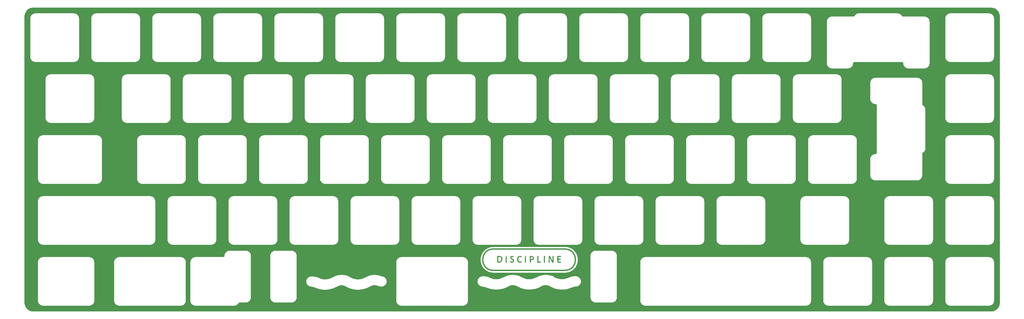
<source format=gtl>
G04 #@! TF.GenerationSoftware,KiCad,Pcbnew,(5.1.6)-1*
G04 #@! TF.CreationDate,2020-07-14T19:47:06+04:00*
G04 #@! TF.ProjectId,discipline-pcb,64697363-6970-46c6-996e-652d7063622e,rev?*
G04 #@! TF.SameCoordinates,Original*
G04 #@! TF.FileFunction,Copper,L1,Top*
G04 #@! TF.FilePolarity,Positive*
%FSLAX46Y46*%
G04 Gerber Fmt 4.6, Leading zero omitted, Abs format (unit mm)*
G04 Created by KiCad (PCBNEW (5.1.6)-1) date 2020-07-14 19:47:06*
%MOMM*%
%LPD*%
G01*
G04 APERTURE LIST*
G04 #@! TA.AperFunction,EtchedComponent*
%ADD10C,0.400000*%
G04 #@! TD*
G04 #@! TA.AperFunction,EtchedComponent*
%ADD11C,0.010000*%
G04 #@! TD*
G04 #@! TA.AperFunction,NonConductor*
%ADD12C,0.254000*%
G04 #@! TD*
G04 APERTURE END LIST*
D10*
X200394250Y-174106006D02*
X222694250Y-174106006D01*
X200414250Y-167426006D02*
X222694250Y-167426006D01*
D11*
G36*
X221105866Y-169607164D02*
G01*
X221241565Y-169609721D01*
X221331873Y-169615410D01*
X221386739Y-169625403D01*
X221416113Y-169640866D01*
X221429945Y-169662970D01*
X221431402Y-169667268D01*
X221437815Y-169746315D01*
X221430109Y-169781535D01*
X221412804Y-169804262D01*
X221374336Y-169819631D01*
X221303956Y-169828993D01*
X221190916Y-169833698D01*
X221024468Y-169835096D01*
X221003722Y-169835106D01*
X220597892Y-169835106D01*
X220607279Y-170137099D01*
X220616666Y-170439091D01*
X220967630Y-170448357D01*
X221318594Y-170457624D01*
X221318594Y-170651302D01*
X220600342Y-170651302D01*
X220600342Y-171367603D01*
X221432862Y-171385877D01*
X221432862Y-171581764D01*
X220925980Y-171590718D01*
X220710525Y-171592743D01*
X220553895Y-171589855D01*
X220449779Y-171581696D01*
X220391866Y-171567907D01*
X220379129Y-171559703D01*
X220366762Y-171515378D01*
X220356489Y-171416101D01*
X220348316Y-171272180D01*
X220342246Y-171093920D01*
X220338284Y-170891630D01*
X220336433Y-170675614D01*
X220336699Y-170456182D01*
X220339085Y-170243638D01*
X220343596Y-170048291D01*
X220350236Y-169880447D01*
X220359008Y-169750412D01*
X220369919Y-169668495D01*
X220378337Y-169645749D01*
X220424592Y-169628361D01*
X220525486Y-169616205D01*
X220684476Y-169609027D01*
X220905018Y-169606575D01*
X220914826Y-169606572D01*
X221105866Y-169607164D01*
G37*
X221105866Y-169607164D02*
X221241565Y-169609721D01*
X221331873Y-169615410D01*
X221386739Y-169625403D01*
X221416113Y-169640866D01*
X221429945Y-169662970D01*
X221431402Y-169667268D01*
X221437815Y-169746315D01*
X221430109Y-169781535D01*
X221412804Y-169804262D01*
X221374336Y-169819631D01*
X221303956Y-169828993D01*
X221190916Y-169833698D01*
X221024468Y-169835096D01*
X221003722Y-169835106D01*
X220597892Y-169835106D01*
X220607279Y-170137099D01*
X220616666Y-170439091D01*
X220967630Y-170448357D01*
X221318594Y-170457624D01*
X221318594Y-170651302D01*
X220600342Y-170651302D01*
X220600342Y-171367603D01*
X221432862Y-171385877D01*
X221432862Y-171581764D01*
X220925980Y-171590718D01*
X220710525Y-171592743D01*
X220553895Y-171589855D01*
X220449779Y-171581696D01*
X220391866Y-171567907D01*
X220379129Y-171559703D01*
X220366762Y-171515378D01*
X220356489Y-171416101D01*
X220348316Y-171272180D01*
X220342246Y-171093920D01*
X220338284Y-170891630D01*
X220336433Y-170675614D01*
X220336699Y-170456182D01*
X220339085Y-170243638D01*
X220343596Y-170048291D01*
X220350236Y-169880447D01*
X220359008Y-169750412D01*
X220369919Y-169668495D01*
X220378337Y-169645749D01*
X220424592Y-169628361D01*
X220525486Y-169616205D01*
X220684476Y-169609027D01*
X220905018Y-169606575D01*
X220914826Y-169606572D01*
X221105866Y-169607164D01*
G36*
X219090863Y-170592064D02*
G01*
X219082219Y-171581764D01*
X218967952Y-171591379D01*
X218874395Y-171586362D01*
X218802271Y-171561134D01*
X218798953Y-171558732D01*
X218769291Y-171519928D01*
X218712991Y-171431579D01*
X218634654Y-171301474D01*
X218538886Y-171137404D01*
X218430289Y-170947158D01*
X218313468Y-170738528D01*
X218301650Y-170717205D01*
X217859079Y-169917942D01*
X217850340Y-170749853D01*
X217841602Y-171581764D01*
X217735015Y-171592031D01*
X217628428Y-171602297D01*
X217637071Y-170612596D01*
X217645715Y-169622895D01*
X217797133Y-169613094D01*
X217897923Y-169612535D01*
X217960300Y-169633075D01*
X218009344Y-169682368D01*
X218041493Y-169732357D01*
X218099629Y-169830944D01*
X218178720Y-169969266D01*
X218273738Y-170138462D01*
X218379653Y-170329668D01*
X218461911Y-170479795D01*
X218853684Y-171198147D01*
X218886332Y-169622895D01*
X218992919Y-169612629D01*
X219099507Y-169602363D01*
X219090863Y-170592064D01*
G37*
X219090863Y-170592064D02*
X219082219Y-171581764D01*
X218967952Y-171591379D01*
X218874395Y-171586362D01*
X218802271Y-171561134D01*
X218798953Y-171558732D01*
X218769291Y-171519928D01*
X218712991Y-171431579D01*
X218634654Y-171301474D01*
X218538886Y-171137404D01*
X218430289Y-170947158D01*
X218313468Y-170738528D01*
X218301650Y-170717205D01*
X217859079Y-169917942D01*
X217850340Y-170749853D01*
X217841602Y-171581764D01*
X217735015Y-171592031D01*
X217628428Y-171602297D01*
X217637071Y-170612596D01*
X217645715Y-169622895D01*
X217797133Y-169613094D01*
X217897923Y-169612535D01*
X217960300Y-169633075D01*
X218009344Y-169682368D01*
X218041493Y-169732357D01*
X218099629Y-169830944D01*
X218178720Y-169969266D01*
X218273738Y-170138462D01*
X218379653Y-170329668D01*
X218461911Y-170479795D01*
X218853684Y-171198147D01*
X218886332Y-169622895D01*
X218992919Y-169612629D01*
X219099507Y-169602363D01*
X219090863Y-170592064D01*
G36*
X216250021Y-169612763D02*
G01*
X216372450Y-169622895D01*
X216372450Y-171581764D01*
X216127592Y-171602030D01*
X216127592Y-169602630D01*
X216250021Y-169612763D01*
G37*
X216250021Y-169612763D02*
X216372450Y-169622895D01*
X216372450Y-171581764D01*
X216127592Y-171602030D01*
X216127592Y-169602630D01*
X216250021Y-169612763D01*
G36*
X214225857Y-169612763D02*
G01*
X214348286Y-169622895D01*
X214365672Y-171367425D01*
X215099186Y-171385877D01*
X215099186Y-171581764D01*
X214623908Y-171590763D01*
X214453902Y-171592478D01*
X214307602Y-171591111D01*
X214197194Y-171586995D01*
X214134864Y-171580464D01*
X214126029Y-171577160D01*
X214120344Y-171540001D01*
X214115182Y-171445790D01*
X214110732Y-171302770D01*
X214107179Y-171119183D01*
X214104710Y-170903274D01*
X214103512Y-170663284D01*
X214103427Y-170578594D01*
X214103427Y-169602630D01*
X214225857Y-169612763D01*
G37*
X214225857Y-169612763D02*
X214348286Y-169622895D01*
X214365672Y-171367425D01*
X215099186Y-171385877D01*
X215099186Y-171581764D01*
X214623908Y-171590763D01*
X214453902Y-171592478D01*
X214307602Y-171591111D01*
X214197194Y-171586995D01*
X214134864Y-171580464D01*
X214126029Y-171577160D01*
X214120344Y-171540001D01*
X214115182Y-171445790D01*
X214110732Y-171302770D01*
X214107179Y-171119183D01*
X214104710Y-170903274D01*
X214103512Y-170663284D01*
X214103427Y-170578594D01*
X214103427Y-169602630D01*
X214225857Y-169612763D01*
G36*
X212220444Y-169612507D02*
G01*
X212390587Y-169620811D01*
X212511134Y-169632321D01*
X212597787Y-169649917D01*
X212666245Y-169676480D01*
X212713397Y-169702971D01*
X212839986Y-169802982D01*
X212917997Y-169923241D01*
X212954770Y-170078367D01*
X212960095Y-170194232D01*
X212936385Y-170405773D01*
X212865240Y-170574190D01*
X212745266Y-170700790D01*
X212575066Y-170786876D01*
X212353247Y-170833756D01*
X212269169Y-170840805D01*
X212013967Y-170855578D01*
X212013967Y-171598088D01*
X211905141Y-171598088D01*
X211824471Y-171592115D01*
X211776024Y-171577608D01*
X211774550Y-171576323D01*
X211768968Y-171539294D01*
X211763915Y-171445382D01*
X211759583Y-171302999D01*
X211756162Y-171120556D01*
X211753843Y-170906464D01*
X211752818Y-170669136D01*
X211752785Y-170617210D01*
X211753222Y-170339205D01*
X211754766Y-170119517D01*
X211757768Y-169951175D01*
X211762270Y-169835106D01*
X212013967Y-169835106D01*
X212013967Y-170221439D01*
X212015708Y-170374164D01*
X212020444Y-170502244D01*
X212027447Y-170592003D01*
X212035732Y-170629536D01*
X212087732Y-170646482D01*
X212181169Y-170650089D01*
X212293704Y-170641019D01*
X212402995Y-170619933D01*
X212408165Y-170618521D01*
X212547097Y-170554331D01*
X212638475Y-170449391D01*
X212686298Y-170298439D01*
X212692686Y-170244173D01*
X212698262Y-170137357D01*
X212686420Y-170067830D01*
X212647791Y-170008086D01*
X212592552Y-169950092D01*
X212528173Y-169889752D01*
X212471898Y-169855333D01*
X212401864Y-169839586D01*
X212296210Y-169835262D01*
X212245767Y-169835106D01*
X212013967Y-169835106D01*
X211762270Y-169835106D01*
X211762577Y-169827204D01*
X211769543Y-169740632D01*
X211779017Y-169684486D01*
X211791349Y-169651792D01*
X211801884Y-169639114D01*
X211850012Y-169620046D01*
X211942239Y-169610066D01*
X212086265Y-169608683D01*
X212220444Y-169612507D01*
G37*
X212220444Y-169612507D02*
X212390587Y-169620811D01*
X212511134Y-169632321D01*
X212597787Y-169649917D01*
X212666245Y-169676480D01*
X212713397Y-169702971D01*
X212839986Y-169802982D01*
X212917997Y-169923241D01*
X212954770Y-170078367D01*
X212960095Y-170194232D01*
X212936385Y-170405773D01*
X212865240Y-170574190D01*
X212745266Y-170700790D01*
X212575066Y-170786876D01*
X212353247Y-170833756D01*
X212269169Y-170840805D01*
X212013967Y-170855578D01*
X212013967Y-171598088D01*
X211905141Y-171598088D01*
X211824471Y-171592115D01*
X211776024Y-171577608D01*
X211774550Y-171576323D01*
X211768968Y-171539294D01*
X211763915Y-171445382D01*
X211759583Y-171302999D01*
X211756162Y-171120556D01*
X211753843Y-170906464D01*
X211752818Y-170669136D01*
X211752785Y-170617210D01*
X211753222Y-170339205D01*
X211754766Y-170119517D01*
X211757768Y-169951175D01*
X211762270Y-169835106D01*
X212013967Y-169835106D01*
X212013967Y-170221439D01*
X212015708Y-170374164D01*
X212020444Y-170502244D01*
X212027447Y-170592003D01*
X212035732Y-170629536D01*
X212087732Y-170646482D01*
X212181169Y-170650089D01*
X212293704Y-170641019D01*
X212402995Y-170619933D01*
X212408165Y-170618521D01*
X212547097Y-170554331D01*
X212638475Y-170449391D01*
X212686298Y-170298439D01*
X212692686Y-170244173D01*
X212698262Y-170137357D01*
X212686420Y-170067830D01*
X212647791Y-170008086D01*
X212592552Y-169950092D01*
X212528173Y-169889752D01*
X212471898Y-169855333D01*
X212401864Y-169839586D01*
X212296210Y-169835262D01*
X212245767Y-169835106D01*
X212013967Y-169835106D01*
X211762270Y-169835106D01*
X211762577Y-169827204D01*
X211769543Y-169740632D01*
X211779017Y-169684486D01*
X211791349Y-169651792D01*
X211801884Y-169639114D01*
X211850012Y-169620046D01*
X211942239Y-169610066D01*
X212086265Y-169608683D01*
X212220444Y-169612507D01*
G36*
X210512168Y-171598088D02*
G01*
X210396876Y-171598088D01*
X210315989Y-171587537D01*
X210268381Y-171561659D01*
X210265771Y-171556881D01*
X210262015Y-171514747D01*
X210259170Y-171415918D01*
X210257299Y-171268990D01*
X210256463Y-171082557D01*
X210256725Y-170865214D01*
X210258146Y-170625557D01*
X210258634Y-170569285D01*
X210267309Y-169622895D01*
X210389738Y-169612763D01*
X210512168Y-169602630D01*
X210512168Y-171598088D01*
G37*
X210512168Y-171598088D02*
X210396876Y-171598088D01*
X210315989Y-171587537D01*
X210268381Y-171561659D01*
X210265771Y-171556881D01*
X210262015Y-171514747D01*
X210259170Y-171415918D01*
X210257299Y-171268990D01*
X210256463Y-171082557D01*
X210256725Y-170865214D01*
X210258146Y-170625557D01*
X210258634Y-170569285D01*
X210267309Y-169622895D01*
X210389738Y-169612763D01*
X210512168Y-169602630D01*
X210512168Y-171598088D01*
G36*
X204488646Y-171581764D02*
G01*
X204382316Y-171592012D01*
X204296316Y-171586951D01*
X204259373Y-171558966D01*
X204255412Y-171516281D01*
X204252381Y-171416926D01*
X204250351Y-171269520D01*
X204249390Y-171082683D01*
X204249567Y-170865034D01*
X204250953Y-170625194D01*
X204251436Y-170569285D01*
X204260111Y-169622895D01*
X204488646Y-169622895D01*
X204488646Y-171581764D01*
G37*
X204488646Y-171581764D02*
X204382316Y-171592012D01*
X204296316Y-171586951D01*
X204259373Y-171558966D01*
X204255412Y-171516281D01*
X204252381Y-171416926D01*
X204250351Y-171269520D01*
X204249390Y-171082683D01*
X204249567Y-170865034D01*
X204250953Y-170625194D01*
X204251436Y-170569285D01*
X204260111Y-169622895D01*
X204488646Y-169622895D01*
X204488646Y-171581764D01*
G36*
X202201586Y-169615327D02*
G01*
X202414695Y-169639430D01*
X202591289Y-169688253D01*
X202744221Y-169764253D01*
X202751374Y-169768746D01*
X202902987Y-169902331D01*
X203016839Y-170081946D01*
X203089774Y-170298249D01*
X203118634Y-170541897D01*
X203100525Y-170801898D01*
X203038206Y-171049963D01*
X202936742Y-171248267D01*
X202792794Y-171401655D01*
X202611396Y-171511210D01*
X202520220Y-171540011D01*
X202392153Y-171564036D01*
X202241011Y-171582597D01*
X202080613Y-171595008D01*
X201924776Y-171600581D01*
X201787317Y-171598630D01*
X201682053Y-171588467D01*
X201622803Y-171569406D01*
X201615576Y-171560727D01*
X201611441Y-171517576D01*
X201608253Y-171417776D01*
X201606089Y-171269967D01*
X201605022Y-171082788D01*
X201605129Y-170864882D01*
X201606483Y-170624888D01*
X201606963Y-170569285D01*
X201613692Y-169835106D01*
X201860497Y-169835106D01*
X201860497Y-171369554D01*
X202114761Y-171369554D01*
X202271969Y-171364142D01*
X202389429Y-171344859D01*
X202492021Y-171307137D01*
X202514697Y-171296096D01*
X202652587Y-171198387D01*
X202749657Y-171061733D01*
X202809282Y-170879660D01*
X202832946Y-170686131D01*
X202831765Y-170454713D01*
X202796529Y-170268674D01*
X202724129Y-170115896D01*
X202667666Y-170042025D01*
X202560985Y-169941619D01*
X202441766Y-169877831D01*
X202293063Y-169844414D01*
X202106404Y-169835106D01*
X201860497Y-169835106D01*
X201613692Y-169835106D01*
X201615638Y-169622895D01*
X201939110Y-169613489D01*
X202201586Y-169615327D01*
G37*
X202201586Y-169615327D02*
X202414695Y-169639430D01*
X202591289Y-169688253D01*
X202744221Y-169764253D01*
X202751374Y-169768746D01*
X202902987Y-169902331D01*
X203016839Y-170081946D01*
X203089774Y-170298249D01*
X203118634Y-170541897D01*
X203100525Y-170801898D01*
X203038206Y-171049963D01*
X202936742Y-171248267D01*
X202792794Y-171401655D01*
X202611396Y-171511210D01*
X202520220Y-171540011D01*
X202392153Y-171564036D01*
X202241011Y-171582597D01*
X202080613Y-171595008D01*
X201924776Y-171600581D01*
X201787317Y-171598630D01*
X201682053Y-171588467D01*
X201622803Y-171569406D01*
X201615576Y-171560727D01*
X201611441Y-171517576D01*
X201608253Y-171417776D01*
X201606089Y-171269967D01*
X201605022Y-171082788D01*
X201605129Y-170864882D01*
X201606483Y-170624888D01*
X201606963Y-170569285D01*
X201613692Y-169835106D01*
X201860497Y-169835106D01*
X201860497Y-171369554D01*
X202114761Y-171369554D01*
X202271969Y-171364142D01*
X202389429Y-171344859D01*
X202492021Y-171307137D01*
X202514697Y-171296096D01*
X202652587Y-171198387D01*
X202749657Y-171061733D01*
X202809282Y-170879660D01*
X202832946Y-170686131D01*
X202831765Y-170454713D01*
X202796529Y-170268674D01*
X202724129Y-170115896D01*
X202667666Y-170042025D01*
X202560985Y-169941619D01*
X202441766Y-169877831D01*
X202293063Y-169844414D01*
X202106404Y-169835106D01*
X201860497Y-169835106D01*
X201613692Y-169835106D01*
X201615638Y-169622895D01*
X201939110Y-169613489D01*
X202201586Y-169615327D01*
G36*
X208765180Y-169587755D02*
G01*
X208978038Y-169641915D01*
X209036756Y-169668674D01*
X209141281Y-169736140D01*
X209193550Y-169812412D01*
X209206255Y-169901145D01*
X209191283Y-169964489D01*
X209143523Y-169978308D01*
X209058715Y-169942827D01*
X209008559Y-169911654D01*
X208870384Y-169842954D01*
X208709735Y-169812599D01*
X208689100Y-169811140D01*
X208499856Y-169823982D01*
X208346377Y-169890343D01*
X208223181Y-170013361D01*
X208163443Y-170111907D01*
X208124859Y-170194211D01*
X208100284Y-170272102D01*
X208086671Y-170364066D01*
X208080975Y-170488589D01*
X208080068Y-170617948D01*
X208082111Y-170782054D01*
X208089867Y-170898492D01*
X208106051Y-170984817D01*
X208133379Y-171058589D01*
X208154842Y-171101490D01*
X208265327Y-171245105D01*
X208411594Y-171342158D01*
X208581399Y-171390323D01*
X208762497Y-171387275D01*
X208942643Y-171330687D01*
X209044612Y-171270473D01*
X209116230Y-171226458D01*
X209168174Y-171206430D01*
X209170485Y-171206315D01*
X209201283Y-171232082D01*
X209206710Y-171294882D01*
X209189815Y-171372962D01*
X209153650Y-171444572D01*
X209133916Y-171467052D01*
X209013241Y-171543050D01*
X208850044Y-171595755D01*
X208663999Y-171621755D01*
X208474776Y-171617643D01*
X208369106Y-171599592D01*
X208181595Y-171522976D01*
X208025665Y-171393686D01*
X207904638Y-171217913D01*
X207821833Y-171001846D01*
X207780572Y-170751674D01*
X207781553Y-170504386D01*
X207823158Y-170251884D01*
X207904271Y-170029864D01*
X208020035Y-169848874D01*
X208132878Y-169741775D01*
X208324739Y-169639129D01*
X208541460Y-169587308D01*
X208765180Y-169587755D01*
G37*
X208765180Y-169587755D02*
X208978038Y-169641915D01*
X209036756Y-169668674D01*
X209141281Y-169736140D01*
X209193550Y-169812412D01*
X209206255Y-169901145D01*
X209191283Y-169964489D01*
X209143523Y-169978308D01*
X209058715Y-169942827D01*
X209008559Y-169911654D01*
X208870384Y-169842954D01*
X208709735Y-169812599D01*
X208689100Y-169811140D01*
X208499856Y-169823982D01*
X208346377Y-169890343D01*
X208223181Y-170013361D01*
X208163443Y-170111907D01*
X208124859Y-170194211D01*
X208100284Y-170272102D01*
X208086671Y-170364066D01*
X208080975Y-170488589D01*
X208080068Y-170617948D01*
X208082111Y-170782054D01*
X208089867Y-170898492D01*
X208106051Y-170984817D01*
X208133379Y-171058589D01*
X208154842Y-171101490D01*
X208265327Y-171245105D01*
X208411594Y-171342158D01*
X208581399Y-171390323D01*
X208762497Y-171387275D01*
X208942643Y-171330687D01*
X209044612Y-171270473D01*
X209116230Y-171226458D01*
X209168174Y-171206430D01*
X209170485Y-171206315D01*
X209201283Y-171232082D01*
X209206710Y-171294882D01*
X209189815Y-171372962D01*
X209153650Y-171444572D01*
X209133916Y-171467052D01*
X209013241Y-171543050D01*
X208850044Y-171595755D01*
X208663999Y-171621755D01*
X208474776Y-171617643D01*
X208369106Y-171599592D01*
X208181595Y-171522976D01*
X208025665Y-171393686D01*
X207904638Y-171217913D01*
X207821833Y-171001846D01*
X207780572Y-170751674D01*
X207781553Y-170504386D01*
X207823158Y-170251884D01*
X207904271Y-170029864D01*
X208020035Y-169848874D01*
X208132878Y-169741775D01*
X208324739Y-169639129D01*
X208541460Y-169587308D01*
X208765180Y-169587755D01*
G36*
X206415414Y-169601946D02*
G01*
X206538485Y-169636092D01*
X206630974Y-169680350D01*
X206673200Y-169725187D01*
X206691066Y-169809559D01*
X206684283Y-169883391D01*
X206664554Y-169913741D01*
X206620895Y-169910712D01*
X206544210Y-169882696D01*
X206510736Y-169866697D01*
X206352807Y-169810047D01*
X206203723Y-169799360D01*
X206074391Y-169830770D01*
X205975717Y-169900413D01*
X205918608Y-170004425D01*
X205908826Y-170079965D01*
X205932215Y-170192793D01*
X206006087Y-170291954D01*
X206135998Y-170383255D01*
X206255414Y-170442150D01*
X206482628Y-170558094D01*
X206645946Y-170676566D01*
X206729314Y-170771645D01*
X206771513Y-170879628D01*
X206789219Y-171020563D01*
X206781740Y-171166596D01*
X206748383Y-171289874D01*
X206742518Y-171301990D01*
X206633144Y-171445565D01*
X206479551Y-171550186D01*
X206292538Y-171612061D01*
X206082905Y-171627399D01*
X205892502Y-171600416D01*
X205775913Y-171561891D01*
X205673765Y-171510389D01*
X205609967Y-171458147D01*
X205607333Y-171454448D01*
X205586024Y-171388969D01*
X205586646Y-171312853D01*
X205608250Y-171260155D01*
X205612844Y-171256616D01*
X205657509Y-171259331D01*
X205735907Y-171287731D01*
X205779602Y-171308791D01*
X205953773Y-171375883D01*
X206121422Y-171397852D01*
X206272565Y-171377982D01*
X206397219Y-171319557D01*
X206485401Y-171225860D01*
X206527127Y-171100174D01*
X206529134Y-171062266D01*
X206507647Y-170973056D01*
X206439663Y-170883886D01*
X206319899Y-170789840D01*
X206143072Y-170686002D01*
X206101111Y-170663997D01*
X205917173Y-170560223D01*
X205788070Y-170463253D01*
X205705595Y-170362891D01*
X205661539Y-170248940D01*
X205647693Y-170111205D01*
X205647643Y-170100726D01*
X205673317Y-169913595D01*
X205749972Y-169767132D01*
X205877055Y-169661903D01*
X206054014Y-169598477D01*
X206150272Y-169583673D01*
X206279948Y-169582832D01*
X206415414Y-169601946D01*
G37*
X206415414Y-169601946D02*
X206538485Y-169636092D01*
X206630974Y-169680350D01*
X206673200Y-169725187D01*
X206691066Y-169809559D01*
X206684283Y-169883391D01*
X206664554Y-169913741D01*
X206620895Y-169910712D01*
X206544210Y-169882696D01*
X206510736Y-169866697D01*
X206352807Y-169810047D01*
X206203723Y-169799360D01*
X206074391Y-169830770D01*
X205975717Y-169900413D01*
X205918608Y-170004425D01*
X205908826Y-170079965D01*
X205932215Y-170192793D01*
X206006087Y-170291954D01*
X206135998Y-170383255D01*
X206255414Y-170442150D01*
X206482628Y-170558094D01*
X206645946Y-170676566D01*
X206729314Y-170771645D01*
X206771513Y-170879628D01*
X206789219Y-171020563D01*
X206781740Y-171166596D01*
X206748383Y-171289874D01*
X206742518Y-171301990D01*
X206633144Y-171445565D01*
X206479551Y-171550186D01*
X206292538Y-171612061D01*
X206082905Y-171627399D01*
X205892502Y-171600416D01*
X205775913Y-171561891D01*
X205673765Y-171510389D01*
X205609967Y-171458147D01*
X205607333Y-171454448D01*
X205586024Y-171388969D01*
X205586646Y-171312853D01*
X205608250Y-171260155D01*
X205612844Y-171256616D01*
X205657509Y-171259331D01*
X205735907Y-171287731D01*
X205779602Y-171308791D01*
X205953773Y-171375883D01*
X206121422Y-171397852D01*
X206272565Y-171377982D01*
X206397219Y-171319557D01*
X206485401Y-171225860D01*
X206527127Y-171100174D01*
X206529134Y-171062266D01*
X206507647Y-170973056D01*
X206439663Y-170883886D01*
X206319899Y-170789840D01*
X206143072Y-170686002D01*
X206101111Y-170663997D01*
X205917173Y-170560223D01*
X205788070Y-170463253D01*
X205705595Y-170362891D01*
X205661539Y-170248940D01*
X205647693Y-170111205D01*
X205647643Y-170100726D01*
X205673317Y-169913595D01*
X205749972Y-169767132D01*
X205877055Y-169661903D01*
X206054014Y-169598477D01*
X206150272Y-169583673D01*
X206279948Y-169582832D01*
X206415414Y-169601946D01*
D10*
X222684250Y-167426006D02*
G75*
G02*
X222684250Y-174106006I0J-3340000D01*
G01*
X200384250Y-174106006D02*
G75*
G02*
X200384250Y-167426006I0J3340000D01*
G01*
D12*
G36*
X356287214Y-92085699D02*
G01*
X356771808Y-92232008D01*
X357218749Y-92469649D01*
X357611018Y-92789577D01*
X357933680Y-93179610D01*
X358174434Y-93624875D01*
X358324120Y-94108430D01*
X358380500Y-94644856D01*
X358380501Y-184181103D01*
X358327701Y-184719615D01*
X358181392Y-185204209D01*
X357943752Y-185651147D01*
X357623822Y-186043420D01*
X357233793Y-186366080D01*
X356788527Y-186606835D01*
X356304968Y-186756521D01*
X355768534Y-186812902D01*
X56684961Y-186812900D01*
X56146090Y-186760557D01*
X55661367Y-186614689D01*
X55214211Y-186377453D01*
X54821650Y-186057880D01*
X54498636Y-185668144D01*
X54257476Y-185223093D01*
X54107351Y-184739672D01*
X54050499Y-184203434D01*
X54050499Y-171486797D01*
X57986750Y-171486797D01*
X57986751Y-183559006D01*
X57989843Y-183590396D01*
X57989800Y-183596499D01*
X57990801Y-183606713D01*
X58011202Y-183800809D01*
X58024594Y-183866050D01*
X58037079Y-183931499D01*
X58040045Y-183941324D01*
X58097757Y-184127762D01*
X58123581Y-184189194D01*
X58148527Y-184250938D01*
X58153345Y-184260000D01*
X58246170Y-184431676D01*
X58283407Y-184486883D01*
X58319900Y-184542649D01*
X58326386Y-184550602D01*
X58450789Y-184700979D01*
X58498096Y-184747957D01*
X58544667Y-184795514D01*
X58552574Y-184802056D01*
X58703816Y-184925406D01*
X58759309Y-184962275D01*
X58814270Y-184999908D01*
X58823297Y-185004789D01*
X58995619Y-185096414D01*
X59057258Y-185121820D01*
X59118439Y-185148042D01*
X59128242Y-185151077D01*
X59315078Y-185207486D01*
X59380470Y-185220434D01*
X59445586Y-185234275D01*
X59455792Y-185235348D01*
X59650025Y-185254393D01*
X59650027Y-185254393D01*
X59685645Y-185257901D01*
X74139105Y-185257901D01*
X74170504Y-185254808D01*
X74176598Y-185254851D01*
X74186812Y-185253850D01*
X74380908Y-185233449D01*
X74446149Y-185220057D01*
X74511598Y-185207572D01*
X74521423Y-185204606D01*
X74707861Y-185146894D01*
X74769293Y-185121070D01*
X74831037Y-185096124D01*
X74840099Y-185091306D01*
X75011775Y-184998481D01*
X75066982Y-184961244D01*
X75122748Y-184924751D01*
X75130701Y-184918265D01*
X75281078Y-184793862D01*
X75328056Y-184746555D01*
X75375613Y-184699984D01*
X75382155Y-184692077D01*
X75505505Y-184540835D01*
X75542374Y-184485342D01*
X75580007Y-184430381D01*
X75584888Y-184421354D01*
X75676513Y-184249032D01*
X75701919Y-184187393D01*
X75728141Y-184126212D01*
X75731176Y-184116409D01*
X75787585Y-183929573D01*
X75800533Y-183864181D01*
X75814374Y-183799065D01*
X75815447Y-183788859D01*
X75834492Y-183594626D01*
X75834492Y-183594624D01*
X75838000Y-183559006D01*
X75838000Y-171486797D01*
X81799250Y-171486797D01*
X81799251Y-183559006D01*
X81802343Y-183590396D01*
X81802300Y-183596499D01*
X81803301Y-183606713D01*
X81823702Y-183800809D01*
X81837094Y-183866050D01*
X81849579Y-183931499D01*
X81852545Y-183941324D01*
X81910257Y-184127762D01*
X81936081Y-184189194D01*
X81961027Y-184250938D01*
X81965845Y-184260000D01*
X82058670Y-184431676D01*
X82095907Y-184486883D01*
X82132400Y-184542649D01*
X82138886Y-184550602D01*
X82263289Y-184700979D01*
X82310596Y-184747957D01*
X82357167Y-184795514D01*
X82365074Y-184802056D01*
X82516316Y-184925406D01*
X82571809Y-184962275D01*
X82626770Y-184999908D01*
X82635797Y-185004789D01*
X82808119Y-185096414D01*
X82869758Y-185121820D01*
X82930939Y-185148042D01*
X82940742Y-185151077D01*
X83127578Y-185207486D01*
X83192970Y-185220434D01*
X83258086Y-185234275D01*
X83268292Y-185235348D01*
X83462525Y-185254393D01*
X83462527Y-185254393D01*
X83498145Y-185257901D01*
X102714105Y-185257901D01*
X102745504Y-185254808D01*
X102751598Y-185254851D01*
X102761812Y-185253850D01*
X102955908Y-185233449D01*
X103021149Y-185220057D01*
X103086598Y-185207572D01*
X103096423Y-185204606D01*
X103282861Y-185146894D01*
X103344293Y-185121070D01*
X103406037Y-185096124D01*
X103415099Y-185091306D01*
X103586775Y-184998481D01*
X103641982Y-184961244D01*
X103697748Y-184924751D01*
X103705701Y-184918265D01*
X103856078Y-184793862D01*
X103903056Y-184746555D01*
X103950613Y-184699984D01*
X103957155Y-184692077D01*
X104080505Y-184540835D01*
X104117374Y-184485342D01*
X104155007Y-184430381D01*
X104159888Y-184421354D01*
X104251513Y-184249032D01*
X104276919Y-184187393D01*
X104303141Y-184126212D01*
X104306176Y-184116409D01*
X104362585Y-183929573D01*
X104375533Y-183864181D01*
X104389374Y-183799065D01*
X104390447Y-183788859D01*
X104409492Y-183594626D01*
X104409492Y-183594624D01*
X104413000Y-183559006D01*
X104413000Y-171486797D01*
X105611750Y-171486797D01*
X105611751Y-183559006D01*
X105614843Y-183590396D01*
X105614800Y-183596499D01*
X105615801Y-183606713D01*
X105636202Y-183800809D01*
X105649594Y-183866050D01*
X105662079Y-183931499D01*
X105665045Y-183941324D01*
X105722757Y-184127762D01*
X105748581Y-184189194D01*
X105773527Y-184250938D01*
X105778345Y-184260000D01*
X105871170Y-184431676D01*
X105908407Y-184486883D01*
X105944900Y-184542649D01*
X105951386Y-184550602D01*
X106075789Y-184700979D01*
X106123096Y-184747957D01*
X106169667Y-184795514D01*
X106177574Y-184802056D01*
X106328816Y-184925406D01*
X106384309Y-184962275D01*
X106439270Y-184999908D01*
X106448297Y-185004789D01*
X106620619Y-185096414D01*
X106682258Y-185121820D01*
X106743439Y-185148042D01*
X106753242Y-185151077D01*
X106940078Y-185207486D01*
X107005470Y-185220434D01*
X107070586Y-185234275D01*
X107080792Y-185235348D01*
X107275025Y-185254393D01*
X107275027Y-185254393D01*
X107310645Y-185257901D01*
X119382855Y-185257901D01*
X119395645Y-185256641D01*
X119442158Y-185255017D01*
X119485401Y-185249247D01*
X119528952Y-185246812D01*
X119539082Y-185245172D01*
X119731515Y-185212624D01*
X119795800Y-185195158D01*
X119860321Y-185178592D01*
X119869940Y-185175015D01*
X120052387Y-185105711D01*
X120112113Y-185076063D01*
X120172137Y-185047304D01*
X120180869Y-185041932D01*
X120180874Y-185041930D01*
X120180877Y-185041927D01*
X120346388Y-184938504D01*
X120399189Y-184897842D01*
X120452506Y-184857955D01*
X120460036Y-184850983D01*
X120602306Y-184717383D01*
X120646202Y-184667241D01*
X120690762Y-184617752D01*
X120696794Y-184609450D01*
X120810404Y-184450761D01*
X120882061Y-184350672D01*
X120919262Y-184315737D01*
X120962539Y-184288695D01*
X121010245Y-184270573D01*
X121083487Y-184258185D01*
X121091623Y-184257901D01*
X123026605Y-184257901D01*
X123058004Y-184254808D01*
X123064098Y-184254851D01*
X123074312Y-184253850D01*
X123268408Y-184233449D01*
X123333649Y-184220057D01*
X123399098Y-184207572D01*
X123408923Y-184204606D01*
X123595361Y-184146894D01*
X123656793Y-184121070D01*
X123718537Y-184096124D01*
X123727599Y-184091306D01*
X123899275Y-183998481D01*
X123954482Y-183961244D01*
X124010248Y-183924751D01*
X124018201Y-183918265D01*
X124168578Y-183793862D01*
X124215556Y-183746555D01*
X124263113Y-183699984D01*
X124269655Y-183692077D01*
X124393005Y-183540835D01*
X124429874Y-183485342D01*
X124467507Y-183430381D01*
X124472388Y-183421354D01*
X124564013Y-183249032D01*
X124589419Y-183187393D01*
X124615641Y-183126212D01*
X124618676Y-183116409D01*
X124675085Y-182929573D01*
X124688033Y-182864181D01*
X124701874Y-182799065D01*
X124702947Y-182788859D01*
X124721992Y-182594626D01*
X124721992Y-182594624D01*
X124725500Y-182559006D01*
X124725500Y-182559005D01*
X130549250Y-182559005D01*
X130552343Y-182590404D01*
X130552300Y-182596499D01*
X130553301Y-182606713D01*
X130573702Y-182800809D01*
X130587094Y-182866050D01*
X130599579Y-182931499D01*
X130602545Y-182941324D01*
X130660257Y-183127762D01*
X130686081Y-183189194D01*
X130711027Y-183250938D01*
X130715845Y-183260000D01*
X130808670Y-183431676D01*
X130845907Y-183486883D01*
X130882400Y-183542649D01*
X130888886Y-183550602D01*
X131013289Y-183700979D01*
X131060596Y-183747957D01*
X131107167Y-183795514D01*
X131115074Y-183802056D01*
X131266316Y-183925406D01*
X131321809Y-183962275D01*
X131376770Y-183999908D01*
X131385797Y-184004789D01*
X131558119Y-184096414D01*
X131619758Y-184121820D01*
X131680939Y-184148042D01*
X131690742Y-184151077D01*
X131877578Y-184207486D01*
X131942970Y-184220434D01*
X132008086Y-184234275D01*
X132018292Y-184235348D01*
X132212525Y-184254393D01*
X132212527Y-184254393D01*
X132248145Y-184257901D01*
X137320355Y-184257901D01*
X137351754Y-184254808D01*
X137357848Y-184254851D01*
X137368062Y-184253850D01*
X137562158Y-184233449D01*
X137627399Y-184220057D01*
X137692848Y-184207572D01*
X137702673Y-184204606D01*
X137889111Y-184146894D01*
X137950543Y-184121070D01*
X138012287Y-184096124D01*
X138021349Y-184091306D01*
X138193025Y-183998481D01*
X138248232Y-183961244D01*
X138303998Y-183924751D01*
X138311951Y-183918265D01*
X138462328Y-183793862D01*
X138509306Y-183746555D01*
X138556863Y-183699984D01*
X138563405Y-183692077D01*
X138686755Y-183540835D01*
X138723624Y-183485342D01*
X138761257Y-183430381D01*
X138766138Y-183421354D01*
X138857763Y-183249032D01*
X138883169Y-183187393D01*
X138909391Y-183126212D01*
X138912426Y-183116409D01*
X138968835Y-182929573D01*
X138981783Y-182864181D01*
X138995624Y-182799065D01*
X138996697Y-182788859D01*
X139015742Y-182594626D01*
X139015742Y-182594624D01*
X139019250Y-182559006D01*
X139019250Y-177556818D01*
X141791579Y-177556818D01*
X141797395Y-177615873D01*
X141804421Y-177727841D01*
X141813011Y-177780936D01*
X141818988Y-177834383D01*
X141821188Y-177844407D01*
X141864362Y-178034737D01*
X141885377Y-178097982D01*
X141905489Y-178161458D01*
X141909594Y-178170863D01*
X141988914Y-178349184D01*
X142021823Y-178407162D01*
X142053872Y-178465505D01*
X142059725Y-178473934D01*
X142172170Y-178633450D01*
X142215680Y-178683892D01*
X142258483Y-178734938D01*
X142265863Y-178742070D01*
X142407150Y-178876709D01*
X142459658Y-178917763D01*
X142511536Y-178959502D01*
X142520160Y-178965065D01*
X142684908Y-179069696D01*
X142744377Y-179099761D01*
X142803384Y-179130635D01*
X142812924Y-179134416D01*
X142994858Y-179205055D01*
X143059037Y-179222998D01*
X143122914Y-179241822D01*
X143133007Y-179243678D01*
X143325196Y-179277634D01*
X143327519Y-179277814D01*
X143331516Y-179278723D01*
X144148566Y-179415738D01*
X144783448Y-179633448D01*
X145051190Y-179741482D01*
X145075715Y-179749320D01*
X145099550Y-179759053D01*
X145117930Y-179764747D01*
X146112916Y-180058762D01*
X146156782Y-180068256D01*
X146200371Y-180078892D01*
X146219378Y-180081804D01*
X146219391Y-180081807D01*
X146219402Y-180081808D01*
X147246907Y-180225524D01*
X147291692Y-180228430D01*
X147336377Y-180232506D01*
X147355618Y-180232578D01*
X147355619Y-180232578D01*
X148393092Y-180222840D01*
X148437820Y-180219094D01*
X148482611Y-180216520D01*
X148501651Y-180213747D01*
X149526290Y-180050767D01*
X149569968Y-180040452D01*
X149613891Y-180031285D01*
X149632313Y-180025728D01*
X150621605Y-179713088D01*
X150663280Y-179696430D01*
X150705365Y-179680872D01*
X150722749Y-179672659D01*
X150722763Y-179672654D01*
X150722773Y-179672648D01*
X151647112Y-179221063D01*
X151671854Y-179209703D01*
X151764955Y-179155326D01*
X152198796Y-178955893D01*
X152627989Y-178852950D01*
X153068998Y-178835332D01*
X153505028Y-178903708D01*
X153939575Y-179062834D01*
X154093370Y-179144609D01*
X154204819Y-179209702D01*
X154207947Y-179211138D01*
X154293696Y-179260148D01*
X154312752Y-179269237D01*
X154330895Y-179280015D01*
X154348231Y-179288363D01*
X155288831Y-179726217D01*
X155330817Y-179742092D01*
X155372350Y-179759052D01*
X155390724Y-179764744D01*
X155390729Y-179764746D01*
X155390733Y-179764747D01*
X156385718Y-180058761D01*
X156429578Y-180068254D01*
X156473172Y-180078891D01*
X156492179Y-180081803D01*
X156492192Y-180081806D01*
X156492203Y-180081807D01*
X157519708Y-180225523D01*
X157564493Y-180228429D01*
X157609178Y-180232505D01*
X157628419Y-180232577D01*
X157628420Y-180232577D01*
X158665893Y-180222839D01*
X158710621Y-180219093D01*
X158755412Y-180216519D01*
X158774452Y-180213746D01*
X159799091Y-180050766D01*
X159842777Y-180040449D01*
X159886691Y-180031284D01*
X159905109Y-180025728D01*
X159905114Y-180025727D01*
X159905118Y-180025725D01*
X160894405Y-179713087D01*
X160936080Y-179696429D01*
X160978165Y-179680871D01*
X160995549Y-179672658D01*
X160995563Y-179672653D01*
X160995573Y-179672647D01*
X161919878Y-179221079D01*
X161944654Y-179209703D01*
X162037755Y-179155326D01*
X162471596Y-178955893D01*
X162900789Y-178852950D01*
X163341798Y-178835332D01*
X163797522Y-178906796D01*
X163990747Y-178965970D01*
X164165143Y-179024107D01*
X164172108Y-179025758D01*
X164241871Y-179045146D01*
X165110634Y-179233479D01*
X165171676Y-179241116D01*
X165212960Y-179248222D01*
X165223200Y-179248896D01*
X165354327Y-179256608D01*
X165409208Y-179254467D01*
X165464097Y-179254850D01*
X165474311Y-179253849D01*
X165668407Y-179233448D01*
X165733651Y-179220055D01*
X165799094Y-179207572D01*
X165808918Y-179204606D01*
X165995356Y-179146895D01*
X166056810Y-179121063D01*
X166118539Y-179096122D01*
X166127601Y-179091305D01*
X166299278Y-178998479D01*
X166354531Y-178961210D01*
X166410245Y-178924752D01*
X166418198Y-178918266D01*
X166568576Y-178793863D01*
X166615554Y-178746556D01*
X166663112Y-178699984D01*
X166669654Y-178692077D01*
X166793005Y-178540834D01*
X166829895Y-178485311D01*
X166867506Y-178430381D01*
X166872386Y-178421356D01*
X166872387Y-178421355D01*
X166872389Y-178421351D01*
X166964012Y-178249033D01*
X166989415Y-178187401D01*
X167015641Y-178126212D01*
X167018676Y-178116409D01*
X167075085Y-177929573D01*
X167088035Y-177864170D01*
X167101874Y-177799065D01*
X167102947Y-177788859D01*
X167121992Y-177594626D01*
X167121992Y-177594623D01*
X167129056Y-177522900D01*
X167122357Y-177454888D01*
X167107535Y-177285349D01*
X167095990Y-177223637D01*
X167085964Y-177161691D01*
X167083275Y-177151787D01*
X167030811Y-176963805D01*
X167006725Y-176901686D01*
X166983515Y-176839255D01*
X166978953Y-176830062D01*
X166890977Y-176655849D01*
X166855286Y-176599595D01*
X166820391Y-176542859D01*
X166814130Y-176534727D01*
X166693992Y-176380920D01*
X166648048Y-176332662D01*
X166602799Y-176283787D01*
X166595085Y-176277032D01*
X166595081Y-176277028D01*
X166595077Y-176277025D01*
X166447353Y-176149484D01*
X166392904Y-176111065D01*
X166339032Y-176071916D01*
X166330146Y-176066783D01*
X166160461Y-175970363D01*
X166099598Y-175943257D01*
X166039137Y-175915312D01*
X166029423Y-175912004D01*
X165844242Y-175850379D01*
X165836929Y-175848717D01*
X165812723Y-175840671D01*
X165794145Y-175835663D01*
X164759963Y-175571369D01*
X164751608Y-175569626D01*
X164745670Y-175567868D01*
X164291058Y-175461336D01*
X164283568Y-175460272D01*
X164276333Y-175458044D01*
X164192690Y-175445227D01*
X163307710Y-175361381D01*
X163284583Y-175361255D01*
X163261628Y-175358472D01*
X163177069Y-175360668D01*
X163177038Y-175360668D01*
X163177028Y-175360670D01*
X162291195Y-175434865D01*
X162268415Y-175438836D01*
X162245327Y-175440162D01*
X162162462Y-175457304D01*
X161303760Y-175687196D01*
X161282043Y-175695138D01*
X161259554Y-175700532D01*
X161181034Y-175732077D01*
X160379522Y-176109031D01*
X160349906Y-176122630D01*
X160254040Y-176178622D01*
X159538585Y-176515103D01*
X158806616Y-176711066D01*
X158051512Y-176774312D01*
X157297140Y-176702840D01*
X156565405Y-176498368D01*
X155897172Y-176179636D01*
X155799567Y-176122629D01*
X155771655Y-176109813D01*
X155023135Y-175752787D01*
X155003337Y-175745424D01*
X154984567Y-175735731D01*
X154904516Y-175708305D01*
X154048371Y-175469068D01*
X154025639Y-175464850D01*
X154003533Y-175458044D01*
X153919890Y-175445227D01*
X153034910Y-175361381D01*
X153011783Y-175361255D01*
X152988828Y-175358472D01*
X152904269Y-175360668D01*
X152904238Y-175360668D01*
X152904228Y-175360670D01*
X152018395Y-175434865D01*
X151995615Y-175438836D01*
X151972527Y-175440162D01*
X151889662Y-175457304D01*
X151030960Y-175687196D01*
X151009243Y-175695138D01*
X150986754Y-175700532D01*
X150908234Y-175732077D01*
X150106722Y-176109031D01*
X150077106Y-176122630D01*
X149981240Y-176178622D01*
X149265785Y-176515103D01*
X148533816Y-176711066D01*
X147778712Y-176774312D01*
X147024340Y-176702840D01*
X146281271Y-176495200D01*
X145860083Y-176310518D01*
X145595706Y-176189921D01*
X145553714Y-176175527D01*
X145512911Y-176158039D01*
X145503107Y-176155004D01*
X144755763Y-175929367D01*
X144690380Y-175916421D01*
X144625253Y-175902578D01*
X144615049Y-175901505D01*
X144615047Y-175901505D01*
X143838110Y-175825326D01*
X143802492Y-175821818D01*
X143494030Y-175821818D01*
X143462631Y-175824911D01*
X143456537Y-175824868D01*
X143446323Y-175825869D01*
X143252226Y-175846270D01*
X143186978Y-175859663D01*
X143121537Y-175872147D01*
X143111712Y-175875113D01*
X142925274Y-175932825D01*
X142863855Y-175958643D01*
X142802097Y-175983595D01*
X142793036Y-175988413D01*
X142621359Y-176081238D01*
X142566112Y-176118503D01*
X142510387Y-176154968D01*
X142502434Y-176161454D01*
X142352056Y-176285858D01*
X142305079Y-176333164D01*
X142257522Y-176379735D01*
X142250980Y-176387642D01*
X142127630Y-176538884D01*
X142090743Y-176594403D01*
X142053129Y-176649338D01*
X142048247Y-176658365D01*
X141956622Y-176830687D01*
X141931221Y-176892314D01*
X141904994Y-176953507D01*
X141901959Y-176963310D01*
X141845550Y-177150146D01*
X141832602Y-177215538D01*
X141818761Y-177280654D01*
X141817688Y-177290860D01*
X141798655Y-177484970D01*
X141791579Y-177556818D01*
X139019250Y-177556818D01*
X139019250Y-171486797D01*
X169905500Y-171486797D01*
X169905501Y-183559006D01*
X169908593Y-183590396D01*
X169908550Y-183596499D01*
X169909551Y-183606713D01*
X169929952Y-183800809D01*
X169943344Y-183866050D01*
X169955829Y-183931499D01*
X169958795Y-183941324D01*
X170016507Y-184127762D01*
X170042331Y-184189194D01*
X170067277Y-184250938D01*
X170072095Y-184260000D01*
X170164920Y-184431676D01*
X170202157Y-184486883D01*
X170238650Y-184542649D01*
X170245136Y-184550602D01*
X170369539Y-184700979D01*
X170416846Y-184747957D01*
X170463417Y-184795514D01*
X170471324Y-184802056D01*
X170622566Y-184925406D01*
X170678059Y-184962275D01*
X170733020Y-184999908D01*
X170742047Y-185004789D01*
X170914369Y-185096414D01*
X170976008Y-185121820D01*
X171037189Y-185148042D01*
X171046992Y-185151077D01*
X171233828Y-185207486D01*
X171299220Y-185220434D01*
X171364336Y-185234275D01*
X171374542Y-185235348D01*
X171568775Y-185254393D01*
X171568777Y-185254393D01*
X171604395Y-185257901D01*
X190820355Y-185257901D01*
X190851754Y-185254808D01*
X190857848Y-185254851D01*
X190868062Y-185253850D01*
X191062158Y-185233449D01*
X191127399Y-185220057D01*
X191192848Y-185207572D01*
X191202673Y-185204606D01*
X191389111Y-185146894D01*
X191450543Y-185121070D01*
X191512287Y-185096124D01*
X191521349Y-185091306D01*
X191693025Y-184998481D01*
X191748232Y-184961244D01*
X191803998Y-184924751D01*
X191811951Y-184918265D01*
X191962328Y-184793862D01*
X192009306Y-184746555D01*
X192056863Y-184699984D01*
X192063405Y-184692077D01*
X192186755Y-184540835D01*
X192223624Y-184485342D01*
X192261257Y-184430381D01*
X192266138Y-184421354D01*
X192357763Y-184249032D01*
X192383169Y-184187393D01*
X192409391Y-184126212D01*
X192412426Y-184116409D01*
X192468835Y-183929573D01*
X192481783Y-183864181D01*
X192495624Y-183799065D01*
X192496697Y-183788859D01*
X192515742Y-183594626D01*
X192515742Y-183594624D01*
X192519250Y-183559006D01*
X192519250Y-182559005D01*
X230549250Y-182559005D01*
X230552343Y-182590404D01*
X230552300Y-182596499D01*
X230553301Y-182606713D01*
X230573702Y-182800809D01*
X230587094Y-182866050D01*
X230599579Y-182931499D01*
X230602545Y-182941324D01*
X230660257Y-183127762D01*
X230686081Y-183189194D01*
X230711027Y-183250938D01*
X230715845Y-183260000D01*
X230808670Y-183431676D01*
X230845907Y-183486883D01*
X230882400Y-183542649D01*
X230888886Y-183550602D01*
X231013289Y-183700979D01*
X231060596Y-183747957D01*
X231107167Y-183795514D01*
X231115074Y-183802056D01*
X231266316Y-183925406D01*
X231321809Y-183962275D01*
X231376770Y-183999908D01*
X231385797Y-184004789D01*
X231558119Y-184096414D01*
X231619758Y-184121820D01*
X231680939Y-184148042D01*
X231690742Y-184151077D01*
X231877578Y-184207486D01*
X231942970Y-184220434D01*
X232008086Y-184234275D01*
X232018292Y-184235348D01*
X232212525Y-184254393D01*
X232212527Y-184254393D01*
X232248145Y-184257901D01*
X237320355Y-184257901D01*
X237351754Y-184254808D01*
X237357848Y-184254851D01*
X237368062Y-184253850D01*
X237562158Y-184233449D01*
X237627399Y-184220057D01*
X237692848Y-184207572D01*
X237702673Y-184204606D01*
X237889111Y-184146894D01*
X237950543Y-184121070D01*
X238012287Y-184096124D01*
X238021349Y-184091306D01*
X238193025Y-183998481D01*
X238248232Y-183961244D01*
X238303998Y-183924751D01*
X238311951Y-183918265D01*
X238462328Y-183793862D01*
X238509306Y-183746555D01*
X238556863Y-183699984D01*
X238563405Y-183692077D01*
X238686755Y-183540835D01*
X238723624Y-183485342D01*
X238761257Y-183430381D01*
X238766138Y-183421354D01*
X238857763Y-183249032D01*
X238883169Y-183187393D01*
X238909391Y-183126212D01*
X238912426Y-183116409D01*
X238968835Y-182929573D01*
X238981783Y-182864181D01*
X238995624Y-182799065D01*
X238996697Y-182788859D01*
X239015742Y-182594626D01*
X239015742Y-182594624D01*
X239019250Y-182559006D01*
X239019250Y-171486797D01*
X246105500Y-171486797D01*
X246105501Y-183559006D01*
X246108593Y-183590396D01*
X246108550Y-183596499D01*
X246109551Y-183606713D01*
X246129952Y-183800809D01*
X246143344Y-183866050D01*
X246155829Y-183931499D01*
X246158795Y-183941324D01*
X246216507Y-184127762D01*
X246242331Y-184189194D01*
X246267277Y-184250938D01*
X246272095Y-184260000D01*
X246364920Y-184431676D01*
X246402157Y-184486883D01*
X246438650Y-184542649D01*
X246445136Y-184550602D01*
X246569539Y-184700979D01*
X246616846Y-184747957D01*
X246663417Y-184795514D01*
X246671324Y-184802056D01*
X246822566Y-184925406D01*
X246878059Y-184962275D01*
X246933020Y-184999908D01*
X246942047Y-185004789D01*
X247114369Y-185096414D01*
X247176008Y-185121820D01*
X247237189Y-185148042D01*
X247246992Y-185151077D01*
X247433828Y-185207486D01*
X247499220Y-185220434D01*
X247564336Y-185234275D01*
X247574542Y-185235348D01*
X247768775Y-185254393D01*
X247768777Y-185254393D01*
X247804395Y-185257901D01*
X297976605Y-185257901D01*
X298008004Y-185254808D01*
X298014098Y-185254851D01*
X298024312Y-185253850D01*
X298218408Y-185233449D01*
X298283649Y-185220057D01*
X298349098Y-185207572D01*
X298358923Y-185204606D01*
X298545361Y-185146894D01*
X298606793Y-185121070D01*
X298668537Y-185096124D01*
X298677599Y-185091306D01*
X298849275Y-184998481D01*
X298904482Y-184961244D01*
X298960248Y-184924751D01*
X298968201Y-184918265D01*
X299118578Y-184793862D01*
X299165556Y-184746555D01*
X299213113Y-184699984D01*
X299219655Y-184692077D01*
X299343005Y-184540835D01*
X299379874Y-184485342D01*
X299417507Y-184430381D01*
X299422388Y-184421354D01*
X299514013Y-184249032D01*
X299539419Y-184187393D01*
X299565641Y-184126212D01*
X299568676Y-184116409D01*
X299625085Y-183929573D01*
X299638033Y-183864181D01*
X299651874Y-183799065D01*
X299652947Y-183788859D01*
X299671992Y-183594626D01*
X299671992Y-183594624D01*
X299675500Y-183559006D01*
X299675500Y-171486797D01*
X303255500Y-171486797D01*
X303255501Y-183559006D01*
X303258593Y-183590396D01*
X303258550Y-183596499D01*
X303259551Y-183606713D01*
X303279952Y-183800809D01*
X303293344Y-183866050D01*
X303305829Y-183931499D01*
X303308795Y-183941324D01*
X303366507Y-184127762D01*
X303392331Y-184189194D01*
X303417277Y-184250938D01*
X303422095Y-184260000D01*
X303514920Y-184431676D01*
X303552157Y-184486883D01*
X303588650Y-184542649D01*
X303595136Y-184550602D01*
X303719539Y-184700979D01*
X303766846Y-184747957D01*
X303813417Y-184795514D01*
X303821324Y-184802056D01*
X303972566Y-184925406D01*
X304028059Y-184962275D01*
X304083020Y-184999908D01*
X304092047Y-185004789D01*
X304264369Y-185096414D01*
X304326008Y-185121820D01*
X304387189Y-185148042D01*
X304396992Y-185151077D01*
X304583828Y-185207486D01*
X304649220Y-185220434D01*
X304714336Y-185234275D01*
X304724542Y-185235348D01*
X304918775Y-185254393D01*
X304918777Y-185254393D01*
X304954395Y-185257901D01*
X317026605Y-185257901D01*
X317058004Y-185254808D01*
X317064098Y-185254851D01*
X317074312Y-185253850D01*
X317268408Y-185233449D01*
X317333649Y-185220057D01*
X317399098Y-185207572D01*
X317408923Y-185204606D01*
X317595361Y-185146894D01*
X317656793Y-185121070D01*
X317718537Y-185096124D01*
X317727599Y-185091306D01*
X317899275Y-184998481D01*
X317954482Y-184961244D01*
X318010248Y-184924751D01*
X318018201Y-184918265D01*
X318168578Y-184793862D01*
X318215556Y-184746555D01*
X318263113Y-184699984D01*
X318269655Y-184692077D01*
X318393005Y-184540835D01*
X318429874Y-184485342D01*
X318467507Y-184430381D01*
X318472388Y-184421354D01*
X318564013Y-184249032D01*
X318589419Y-184187393D01*
X318615641Y-184126212D01*
X318618676Y-184116409D01*
X318675085Y-183929573D01*
X318688033Y-183864181D01*
X318701874Y-183799065D01*
X318702947Y-183788859D01*
X318721992Y-183594626D01*
X318721992Y-183594624D01*
X318725500Y-183559006D01*
X318725500Y-171486797D01*
X322305500Y-171486797D01*
X322305501Y-183559006D01*
X322308593Y-183590396D01*
X322308550Y-183596499D01*
X322309551Y-183606713D01*
X322329952Y-183800809D01*
X322343344Y-183866050D01*
X322355829Y-183931499D01*
X322358795Y-183941324D01*
X322416507Y-184127762D01*
X322442331Y-184189194D01*
X322467277Y-184250938D01*
X322472095Y-184260000D01*
X322564920Y-184431676D01*
X322602157Y-184486883D01*
X322638650Y-184542649D01*
X322645136Y-184550602D01*
X322769539Y-184700979D01*
X322816846Y-184747957D01*
X322863417Y-184795514D01*
X322871324Y-184802056D01*
X323022566Y-184925406D01*
X323078059Y-184962275D01*
X323133020Y-184999908D01*
X323142047Y-185004789D01*
X323314369Y-185096414D01*
X323376008Y-185121820D01*
X323437189Y-185148042D01*
X323446992Y-185151077D01*
X323633828Y-185207486D01*
X323699220Y-185220434D01*
X323764336Y-185234275D01*
X323774542Y-185235348D01*
X323968775Y-185254393D01*
X323968777Y-185254393D01*
X324004395Y-185257901D01*
X336076605Y-185257901D01*
X336108004Y-185254808D01*
X336114098Y-185254851D01*
X336124312Y-185253850D01*
X336318408Y-185233449D01*
X336383649Y-185220057D01*
X336449098Y-185207572D01*
X336458923Y-185204606D01*
X336645361Y-185146894D01*
X336706793Y-185121070D01*
X336768537Y-185096124D01*
X336777599Y-185091306D01*
X336949275Y-184998481D01*
X337004482Y-184961244D01*
X337060248Y-184924751D01*
X337068201Y-184918265D01*
X337218578Y-184793862D01*
X337265556Y-184746555D01*
X337313113Y-184699984D01*
X337319655Y-184692077D01*
X337443005Y-184540835D01*
X337479874Y-184485342D01*
X337517507Y-184430381D01*
X337522388Y-184421354D01*
X337614013Y-184249032D01*
X337639419Y-184187393D01*
X337665641Y-184126212D01*
X337668676Y-184116409D01*
X337725085Y-183929573D01*
X337738033Y-183864181D01*
X337751874Y-183799065D01*
X337752947Y-183788859D01*
X337771992Y-183594626D01*
X337771992Y-183594624D01*
X337775500Y-183559006D01*
X337775500Y-171486797D01*
X341355500Y-171486797D01*
X341355501Y-183559006D01*
X341358593Y-183590396D01*
X341358550Y-183596499D01*
X341359551Y-183606713D01*
X341379952Y-183800809D01*
X341393344Y-183866050D01*
X341405829Y-183931499D01*
X341408795Y-183941324D01*
X341466507Y-184127762D01*
X341492331Y-184189194D01*
X341517277Y-184250938D01*
X341522095Y-184260000D01*
X341614920Y-184431676D01*
X341652157Y-184486883D01*
X341688650Y-184542649D01*
X341695136Y-184550602D01*
X341819539Y-184700979D01*
X341866846Y-184747957D01*
X341913417Y-184795514D01*
X341921324Y-184802056D01*
X342072566Y-184925406D01*
X342128059Y-184962275D01*
X342183020Y-184999908D01*
X342192047Y-185004789D01*
X342364369Y-185096414D01*
X342426008Y-185121820D01*
X342487189Y-185148042D01*
X342496992Y-185151077D01*
X342683828Y-185207486D01*
X342749220Y-185220434D01*
X342814336Y-185234275D01*
X342824542Y-185235348D01*
X343018775Y-185254393D01*
X343018777Y-185254393D01*
X343054395Y-185257901D01*
X355126605Y-185257901D01*
X355158004Y-185254808D01*
X355164098Y-185254851D01*
X355174312Y-185253850D01*
X355368408Y-185233449D01*
X355433649Y-185220057D01*
X355499098Y-185207572D01*
X355508923Y-185204606D01*
X355695361Y-185146894D01*
X355756793Y-185121070D01*
X355818537Y-185096124D01*
X355827599Y-185091306D01*
X355999275Y-184998481D01*
X356054482Y-184961244D01*
X356110248Y-184924751D01*
X356118201Y-184918265D01*
X356268578Y-184793862D01*
X356315556Y-184746555D01*
X356363113Y-184699984D01*
X356369655Y-184692077D01*
X356493005Y-184540835D01*
X356529874Y-184485342D01*
X356567507Y-184430381D01*
X356572388Y-184421354D01*
X356664013Y-184249032D01*
X356689419Y-184187393D01*
X356715641Y-184126212D01*
X356718676Y-184116409D01*
X356775085Y-183929573D01*
X356788033Y-183864181D01*
X356801874Y-183799065D01*
X356802947Y-183788859D01*
X356821992Y-183594626D01*
X356821992Y-183594624D01*
X356825500Y-183559006D01*
X356825500Y-171486796D01*
X356822407Y-171455397D01*
X356822450Y-171449303D01*
X356821449Y-171439089D01*
X356801048Y-171244992D01*
X356787655Y-171179744D01*
X356775171Y-171114303D01*
X356772205Y-171104478D01*
X356714493Y-170918040D01*
X356688675Y-170856621D01*
X356663723Y-170794863D01*
X356658905Y-170785802D01*
X356566080Y-170614125D01*
X356528815Y-170558878D01*
X356492350Y-170503153D01*
X356485864Y-170495200D01*
X356361460Y-170344822D01*
X356314154Y-170297845D01*
X356267583Y-170250288D01*
X356259676Y-170243746D01*
X356108434Y-170120396D01*
X356052915Y-170083509D01*
X355997980Y-170045895D01*
X355988953Y-170041013D01*
X355816631Y-169949388D01*
X355755004Y-169923987D01*
X355693811Y-169897760D01*
X355684008Y-169894725D01*
X355497172Y-169838316D01*
X355431780Y-169825368D01*
X355366664Y-169811527D01*
X355356458Y-169810454D01*
X355162224Y-169791409D01*
X355162223Y-169791409D01*
X355126605Y-169787901D01*
X343054395Y-169787901D01*
X343022996Y-169790994D01*
X343016902Y-169790951D01*
X343006688Y-169791952D01*
X342812591Y-169812353D01*
X342747343Y-169825746D01*
X342681902Y-169838230D01*
X342672077Y-169841196D01*
X342485639Y-169898908D01*
X342424228Y-169924723D01*
X342362462Y-169949678D01*
X342353401Y-169954496D01*
X342181724Y-170047321D01*
X342126477Y-170084586D01*
X342070752Y-170121051D01*
X342062799Y-170127537D01*
X341912421Y-170251941D01*
X341865444Y-170299247D01*
X341817887Y-170345818D01*
X341811345Y-170353725D01*
X341687995Y-170504967D01*
X341651108Y-170560486D01*
X341613494Y-170615421D01*
X341608612Y-170624448D01*
X341516987Y-170796770D01*
X341491586Y-170858397D01*
X341465359Y-170919590D01*
X341462324Y-170929393D01*
X341405915Y-171116229D01*
X341392967Y-171181621D01*
X341379126Y-171246737D01*
X341378053Y-171256943D01*
X341359008Y-171451177D01*
X341355500Y-171486797D01*
X337775500Y-171486797D01*
X337775500Y-171486796D01*
X337772407Y-171455397D01*
X337772450Y-171449303D01*
X337771449Y-171439089D01*
X337751048Y-171244992D01*
X337737655Y-171179744D01*
X337725171Y-171114303D01*
X337722205Y-171104478D01*
X337664493Y-170918040D01*
X337638675Y-170856621D01*
X337613723Y-170794863D01*
X337608905Y-170785802D01*
X337516080Y-170614125D01*
X337478815Y-170558878D01*
X337442350Y-170503153D01*
X337435864Y-170495200D01*
X337311460Y-170344822D01*
X337264154Y-170297845D01*
X337217583Y-170250288D01*
X337209676Y-170243746D01*
X337058434Y-170120396D01*
X337002915Y-170083509D01*
X336947980Y-170045895D01*
X336938953Y-170041013D01*
X336766631Y-169949388D01*
X336705004Y-169923987D01*
X336643811Y-169897760D01*
X336634008Y-169894725D01*
X336447172Y-169838316D01*
X336381780Y-169825368D01*
X336316664Y-169811527D01*
X336306458Y-169810454D01*
X336112224Y-169791409D01*
X336112223Y-169791409D01*
X336076605Y-169787901D01*
X324004395Y-169787901D01*
X323972996Y-169790994D01*
X323966902Y-169790951D01*
X323956688Y-169791952D01*
X323762591Y-169812353D01*
X323697343Y-169825746D01*
X323631902Y-169838230D01*
X323622077Y-169841196D01*
X323435639Y-169898908D01*
X323374228Y-169924723D01*
X323312462Y-169949678D01*
X323303401Y-169954496D01*
X323131724Y-170047321D01*
X323076477Y-170084586D01*
X323020752Y-170121051D01*
X323012799Y-170127537D01*
X322862421Y-170251941D01*
X322815444Y-170299247D01*
X322767887Y-170345818D01*
X322761345Y-170353725D01*
X322637995Y-170504967D01*
X322601108Y-170560486D01*
X322563494Y-170615421D01*
X322558612Y-170624448D01*
X322466987Y-170796770D01*
X322441586Y-170858397D01*
X322415359Y-170919590D01*
X322412324Y-170929393D01*
X322355915Y-171116229D01*
X322342967Y-171181621D01*
X322329126Y-171246737D01*
X322328053Y-171256943D01*
X322309008Y-171451177D01*
X322305500Y-171486797D01*
X318725500Y-171486797D01*
X318725500Y-171486796D01*
X318722407Y-171455397D01*
X318722450Y-171449303D01*
X318721449Y-171439089D01*
X318701048Y-171244992D01*
X318687655Y-171179744D01*
X318675171Y-171114303D01*
X318672205Y-171104478D01*
X318614493Y-170918040D01*
X318588675Y-170856621D01*
X318563723Y-170794863D01*
X318558905Y-170785802D01*
X318466080Y-170614125D01*
X318428815Y-170558878D01*
X318392350Y-170503153D01*
X318385864Y-170495200D01*
X318261460Y-170344822D01*
X318214154Y-170297845D01*
X318167583Y-170250288D01*
X318159676Y-170243746D01*
X318008434Y-170120396D01*
X317952915Y-170083509D01*
X317897980Y-170045895D01*
X317888953Y-170041013D01*
X317716631Y-169949388D01*
X317655004Y-169923987D01*
X317593811Y-169897760D01*
X317584008Y-169894725D01*
X317397172Y-169838316D01*
X317331780Y-169825368D01*
X317266664Y-169811527D01*
X317256458Y-169810454D01*
X317062224Y-169791409D01*
X317062223Y-169791409D01*
X317026605Y-169787901D01*
X304954395Y-169787901D01*
X304922996Y-169790994D01*
X304916902Y-169790951D01*
X304906688Y-169791952D01*
X304712591Y-169812353D01*
X304647343Y-169825746D01*
X304581902Y-169838230D01*
X304572077Y-169841196D01*
X304385639Y-169898908D01*
X304324228Y-169924723D01*
X304262462Y-169949678D01*
X304253401Y-169954496D01*
X304081724Y-170047321D01*
X304026477Y-170084586D01*
X303970752Y-170121051D01*
X303962799Y-170127537D01*
X303812421Y-170251941D01*
X303765444Y-170299247D01*
X303717887Y-170345818D01*
X303711345Y-170353725D01*
X303587995Y-170504967D01*
X303551108Y-170560486D01*
X303513494Y-170615421D01*
X303508612Y-170624448D01*
X303416987Y-170796770D01*
X303391586Y-170858397D01*
X303365359Y-170919590D01*
X303362324Y-170929393D01*
X303305915Y-171116229D01*
X303292967Y-171181621D01*
X303279126Y-171246737D01*
X303278053Y-171256943D01*
X303259008Y-171451177D01*
X303255500Y-171486797D01*
X299675500Y-171486797D01*
X299675500Y-171486796D01*
X299672407Y-171455397D01*
X299672450Y-171449303D01*
X299671449Y-171439089D01*
X299651048Y-171244992D01*
X299637655Y-171179744D01*
X299625171Y-171114303D01*
X299622205Y-171104478D01*
X299564493Y-170918040D01*
X299538675Y-170856621D01*
X299513723Y-170794863D01*
X299508905Y-170785802D01*
X299416080Y-170614125D01*
X299378815Y-170558878D01*
X299342350Y-170503153D01*
X299335864Y-170495200D01*
X299211460Y-170344822D01*
X299164154Y-170297845D01*
X299117583Y-170250288D01*
X299109676Y-170243746D01*
X298958434Y-170120396D01*
X298902915Y-170083509D01*
X298847980Y-170045895D01*
X298838953Y-170041013D01*
X298666631Y-169949388D01*
X298605004Y-169923987D01*
X298543811Y-169897760D01*
X298534008Y-169894725D01*
X298347172Y-169838316D01*
X298281780Y-169825368D01*
X298216664Y-169811527D01*
X298206458Y-169810454D01*
X298012224Y-169791409D01*
X298012223Y-169791409D01*
X297976605Y-169787901D01*
X247804395Y-169787901D01*
X247772996Y-169790994D01*
X247766902Y-169790951D01*
X247756688Y-169791952D01*
X247562591Y-169812353D01*
X247497343Y-169825746D01*
X247431902Y-169838230D01*
X247422077Y-169841196D01*
X247235639Y-169898908D01*
X247174228Y-169924723D01*
X247112462Y-169949678D01*
X247103401Y-169954496D01*
X246931724Y-170047321D01*
X246876477Y-170084586D01*
X246820752Y-170121051D01*
X246812799Y-170127537D01*
X246662421Y-170251941D01*
X246615444Y-170299247D01*
X246567887Y-170345818D01*
X246561345Y-170353725D01*
X246437995Y-170504967D01*
X246401108Y-170560486D01*
X246363494Y-170615421D01*
X246358612Y-170624448D01*
X246266987Y-170796770D01*
X246241586Y-170858397D01*
X246215359Y-170919590D01*
X246212324Y-170929393D01*
X246155915Y-171116229D01*
X246142967Y-171181621D01*
X246129126Y-171246737D01*
X246128053Y-171256943D01*
X246109008Y-171451177D01*
X246105500Y-171486797D01*
X239019250Y-171486797D01*
X239019250Y-169486796D01*
X239016157Y-169455397D01*
X239016200Y-169449303D01*
X239015199Y-169439089D01*
X238994798Y-169244992D01*
X238981401Y-169179728D01*
X238968921Y-169114303D01*
X238965955Y-169104478D01*
X238908243Y-168918040D01*
X238882425Y-168856621D01*
X238857473Y-168794863D01*
X238852655Y-168785802D01*
X238759830Y-168614125D01*
X238722565Y-168558878D01*
X238686100Y-168503153D01*
X238679614Y-168495200D01*
X238555210Y-168344822D01*
X238507904Y-168297845D01*
X238461333Y-168250288D01*
X238453426Y-168243746D01*
X238302184Y-168120396D01*
X238246665Y-168083509D01*
X238191730Y-168045895D01*
X238182703Y-168041013D01*
X238010381Y-167949388D01*
X237948754Y-167923987D01*
X237887561Y-167897760D01*
X237877758Y-167894725D01*
X237690922Y-167838316D01*
X237625530Y-167825368D01*
X237560414Y-167811527D01*
X237550208Y-167810454D01*
X237355974Y-167791409D01*
X237355973Y-167791409D01*
X237320355Y-167787901D01*
X232248145Y-167787901D01*
X232216746Y-167790994D01*
X232210652Y-167790951D01*
X232200438Y-167791952D01*
X232006341Y-167812353D01*
X231941093Y-167825746D01*
X231875652Y-167838230D01*
X231865827Y-167841196D01*
X231679389Y-167898908D01*
X231617970Y-167924726D01*
X231556212Y-167949678D01*
X231547151Y-167954496D01*
X231375474Y-168047321D01*
X231320227Y-168084586D01*
X231264502Y-168121051D01*
X231256549Y-168127537D01*
X231106171Y-168251941D01*
X231059194Y-168299247D01*
X231011637Y-168345818D01*
X231005095Y-168353725D01*
X230881745Y-168504967D01*
X230844858Y-168560486D01*
X230807244Y-168615421D01*
X230802362Y-168624448D01*
X230710737Y-168796770D01*
X230685336Y-168858397D01*
X230659109Y-168919590D01*
X230656074Y-168929393D01*
X230599665Y-169116229D01*
X230586717Y-169181621D01*
X230572876Y-169246737D01*
X230571803Y-169256943D01*
X230552758Y-169451177D01*
X230552758Y-169451188D01*
X230549251Y-169486796D01*
X230549250Y-182559005D01*
X192519250Y-182559005D01*
X192519250Y-177522901D01*
X195255694Y-177522901D01*
X195261510Y-177581956D01*
X195268536Y-177693924D01*
X195277126Y-177747019D01*
X195283103Y-177800466D01*
X195285303Y-177810490D01*
X195328477Y-178000820D01*
X195349492Y-178064065D01*
X195369604Y-178127541D01*
X195373709Y-178136946D01*
X195453029Y-178315267D01*
X195485938Y-178373245D01*
X195517987Y-178431588D01*
X195523840Y-178440017D01*
X195636285Y-178599533D01*
X195679795Y-178649975D01*
X195722598Y-178701021D01*
X195729978Y-178708153D01*
X195871265Y-178842792D01*
X195923773Y-178883846D01*
X195975651Y-178925585D01*
X195984275Y-178931148D01*
X196149023Y-179035779D01*
X196208492Y-179065844D01*
X196267499Y-179096718D01*
X196277039Y-179100499D01*
X196458973Y-179171138D01*
X196523152Y-179189081D01*
X196587029Y-179207905D01*
X196597122Y-179209761D01*
X196789311Y-179243717D01*
X196791641Y-179243897D01*
X196795631Y-179244805D01*
X197612681Y-179381820D01*
X198247563Y-179599530D01*
X198515305Y-179707564D01*
X198539830Y-179715402D01*
X198563665Y-179725135D01*
X198582045Y-179730829D01*
X199577031Y-180024844D01*
X199620897Y-180034338D01*
X199664486Y-180044974D01*
X199683493Y-180047886D01*
X199683506Y-180047889D01*
X199683517Y-180047890D01*
X200711022Y-180191606D01*
X200755807Y-180194512D01*
X200800492Y-180198588D01*
X200819733Y-180198660D01*
X200819734Y-180198660D01*
X201857207Y-180188922D01*
X201901935Y-180185176D01*
X201946726Y-180182602D01*
X201965766Y-180179829D01*
X202990405Y-180016849D01*
X203034083Y-180006534D01*
X203078006Y-179997367D01*
X203096428Y-179991810D01*
X204085720Y-179679170D01*
X204127395Y-179662512D01*
X204169480Y-179646954D01*
X204186864Y-179638741D01*
X204186878Y-179638736D01*
X204186888Y-179638730D01*
X205111193Y-179187162D01*
X205135975Y-179175783D01*
X205229075Y-179121406D01*
X205662911Y-178921975D01*
X206092104Y-178819032D01*
X206533113Y-178801414D01*
X206969143Y-178869790D01*
X207403690Y-179028916D01*
X207557479Y-179110688D01*
X207668930Y-179175783D01*
X207672070Y-179177225D01*
X207757811Y-179226230D01*
X207776867Y-179235319D01*
X207795010Y-179246097D01*
X207812346Y-179254445D01*
X208752946Y-179692299D01*
X208794932Y-179708174D01*
X208836465Y-179725134D01*
X208854839Y-179730826D01*
X208854844Y-179730828D01*
X208854848Y-179730829D01*
X209849833Y-180024843D01*
X209893693Y-180034336D01*
X209937287Y-180044973D01*
X209956294Y-180047885D01*
X209956307Y-180047888D01*
X209956318Y-180047889D01*
X210983823Y-180191605D01*
X211028608Y-180194511D01*
X211073293Y-180198587D01*
X211092534Y-180198659D01*
X211092535Y-180198659D01*
X212130008Y-180188921D01*
X212174736Y-180185175D01*
X212219527Y-180182601D01*
X212238567Y-180179828D01*
X213263206Y-180016848D01*
X213306892Y-180006531D01*
X213350806Y-179997366D01*
X213369224Y-179991810D01*
X213369229Y-179991809D01*
X213369233Y-179991807D01*
X214358520Y-179679169D01*
X214400195Y-179662511D01*
X214442280Y-179646953D01*
X214459664Y-179638740D01*
X214459678Y-179638735D01*
X214459688Y-179638729D01*
X215383959Y-179187178D01*
X215408775Y-179175783D01*
X215501875Y-179121406D01*
X215935711Y-178921975D01*
X216364904Y-178819032D01*
X216805913Y-178801414D01*
X217241943Y-178869790D01*
X217676490Y-179028916D01*
X217830279Y-179110688D01*
X217941730Y-179175783D01*
X217949106Y-179179170D01*
X218194454Y-179315307D01*
X218217832Y-179326097D01*
X218240304Y-179338688D01*
X218257847Y-179346594D01*
X219209228Y-179760501D01*
X219251600Y-179775309D01*
X219293551Y-179791212D01*
X219312054Y-179796435D01*
X219312069Y-179796440D01*
X219312082Y-179796442D01*
X220314179Y-180065176D01*
X220358248Y-180073552D01*
X220402115Y-180083086D01*
X220421202Y-180085518D01*
X221452029Y-180203182D01*
X221496878Y-180204954D01*
X221541646Y-180207897D01*
X221560883Y-180207482D01*
X222597777Y-180171488D01*
X222642379Y-180166612D01*
X222687107Y-180162905D01*
X222706069Y-180159650D01*
X222706072Y-180159650D01*
X222706074Y-180159649D01*
X223726256Y-179970789D01*
X223769637Y-179959378D01*
X223813337Y-179949097D01*
X223831612Y-179943075D01*
X224807502Y-179607275D01*
X225589704Y-179351035D01*
X226265921Y-179247058D01*
X226384944Y-179230283D01*
X226437135Y-179217635D01*
X226489888Y-179207572D01*
X226499713Y-179204606D01*
X226686151Y-179146894D01*
X226747583Y-179121070D01*
X226809327Y-179096124D01*
X226818389Y-179091306D01*
X226990065Y-178998481D01*
X227045272Y-178961244D01*
X227101038Y-178924751D01*
X227108991Y-178918265D01*
X227259368Y-178793862D01*
X227306346Y-178746555D01*
X227353903Y-178699984D01*
X227360445Y-178692077D01*
X227483795Y-178540835D01*
X227520664Y-178485342D01*
X227558297Y-178430381D01*
X227563178Y-178421354D01*
X227654803Y-178249032D01*
X227680209Y-178187393D01*
X227706431Y-178126212D01*
X227709466Y-178116409D01*
X227765875Y-177929573D01*
X227778825Y-177864170D01*
X227792664Y-177799065D01*
X227793737Y-177788859D01*
X227812782Y-177594626D01*
X227812782Y-177594623D01*
X227819846Y-177522901D01*
X227813197Y-177455397D01*
X227813240Y-177449303D01*
X227812239Y-177439089D01*
X227791838Y-177244992D01*
X227778445Y-177179744D01*
X227765961Y-177114303D01*
X227762995Y-177104478D01*
X227705283Y-176918040D01*
X227679465Y-176856621D01*
X227654513Y-176794863D01*
X227649695Y-176785802D01*
X227556870Y-176614125D01*
X227519605Y-176558878D01*
X227483140Y-176503153D01*
X227476654Y-176495200D01*
X227352250Y-176344822D01*
X227304944Y-176297845D01*
X227258373Y-176250288D01*
X227250466Y-176243746D01*
X227099224Y-176120396D01*
X227043705Y-176083509D01*
X226988770Y-176045895D01*
X226979743Y-176041013D01*
X226807421Y-175949388D01*
X226745794Y-175923987D01*
X226684601Y-175897760D01*
X226674798Y-175894725D01*
X226487962Y-175838316D01*
X226422570Y-175825368D01*
X226357454Y-175811527D01*
X226347248Y-175810454D01*
X226153014Y-175791409D01*
X226153013Y-175791409D01*
X226117395Y-175787901D01*
X225811097Y-175787901D01*
X225797546Y-175789236D01*
X225524221Y-175799355D01*
X225480231Y-175805319D01*
X225435918Y-175807983D01*
X225425795Y-175809666D01*
X224656618Y-175943089D01*
X224592351Y-175960840D01*
X224527952Y-175977664D01*
X224518348Y-175981281D01*
X223789736Y-176261564D01*
X223787655Y-176262608D01*
X223783759Y-176263892D01*
X223017920Y-176566193D01*
X222274963Y-176715200D01*
X221517365Y-176730285D01*
X220769066Y-176610971D01*
X220040713Y-176356487D01*
X219644193Y-176151621D01*
X219536482Y-176088711D01*
X219508570Y-176075895D01*
X218760050Y-175718869D01*
X218740252Y-175711506D01*
X218721482Y-175701813D01*
X218641431Y-175674387D01*
X217785286Y-175435150D01*
X217762554Y-175430932D01*
X217740448Y-175424126D01*
X217656805Y-175411309D01*
X216771825Y-175327463D01*
X216748698Y-175327337D01*
X216725743Y-175324554D01*
X216641184Y-175326750D01*
X216641153Y-175326750D01*
X216641143Y-175326752D01*
X215755310Y-175400947D01*
X215732530Y-175404918D01*
X215709442Y-175406244D01*
X215626577Y-175423386D01*
X214767875Y-175653278D01*
X214746158Y-175661220D01*
X214723669Y-175666614D01*
X214645149Y-175698159D01*
X213843637Y-176075113D01*
X213814021Y-176088712D01*
X213718155Y-176144704D01*
X213002700Y-176481185D01*
X212270731Y-176677148D01*
X211515627Y-176740394D01*
X210761255Y-176668922D01*
X210029520Y-176464450D01*
X209361287Y-176145718D01*
X209263682Y-176088711D01*
X209235770Y-176075895D01*
X208487250Y-175718869D01*
X208467452Y-175711506D01*
X208448682Y-175701813D01*
X208368631Y-175674387D01*
X207512486Y-175435150D01*
X207489754Y-175430932D01*
X207467648Y-175424126D01*
X207384005Y-175411309D01*
X206499025Y-175327463D01*
X206475898Y-175327337D01*
X206452943Y-175324554D01*
X206368384Y-175326750D01*
X206368353Y-175326750D01*
X206368343Y-175326752D01*
X205482510Y-175400947D01*
X205459730Y-175404918D01*
X205436642Y-175406244D01*
X205353777Y-175423386D01*
X204495075Y-175653278D01*
X204473358Y-175661220D01*
X204450869Y-175666614D01*
X204372349Y-175698159D01*
X203570837Y-176075113D01*
X203541221Y-176088712D01*
X203445355Y-176144704D01*
X202729900Y-176481185D01*
X201997931Y-176677148D01*
X201242827Y-176740394D01*
X200488455Y-176668922D01*
X199745386Y-176461282D01*
X199324198Y-176276600D01*
X199059821Y-176156003D01*
X199017829Y-176141609D01*
X198977026Y-176124121D01*
X198967223Y-176121086D01*
X198219879Y-175895449D01*
X198154496Y-175882503D01*
X198089369Y-175868660D01*
X198079165Y-175867587D01*
X198079163Y-175867587D01*
X197302225Y-175791408D01*
X197302215Y-175791408D01*
X197266607Y-175787901D01*
X196958145Y-175787901D01*
X196926746Y-175790994D01*
X196920652Y-175790951D01*
X196910438Y-175791952D01*
X196716341Y-175812353D01*
X196651093Y-175825746D01*
X196585652Y-175838230D01*
X196575827Y-175841196D01*
X196389389Y-175898908D01*
X196327970Y-175924726D01*
X196266212Y-175949678D01*
X196257151Y-175954496D01*
X196085474Y-176047321D01*
X196030227Y-176084586D01*
X195974502Y-176121051D01*
X195966549Y-176127537D01*
X195816171Y-176251941D01*
X195769194Y-176299247D01*
X195721637Y-176345818D01*
X195715095Y-176353725D01*
X195591745Y-176504967D01*
X195554858Y-176560486D01*
X195517244Y-176615421D01*
X195512362Y-176624448D01*
X195420737Y-176796770D01*
X195395336Y-176858397D01*
X195369109Y-176919590D01*
X195366074Y-176929393D01*
X195309665Y-177116229D01*
X195296717Y-177181621D01*
X195282876Y-177246737D01*
X195281803Y-177256943D01*
X195262758Y-177451177D01*
X195255694Y-177522901D01*
X192519250Y-177522901D01*
X192519250Y-171486796D01*
X192516157Y-171455397D01*
X192516200Y-171449303D01*
X192515199Y-171439089D01*
X192494798Y-171244992D01*
X192481405Y-171179744D01*
X192468921Y-171114303D01*
X192465955Y-171104478D01*
X192408243Y-170918040D01*
X192385949Y-170865003D01*
X196212767Y-170865003D01*
X196213905Y-170876605D01*
X196282043Y-171524888D01*
X196297265Y-171599045D01*
X196311441Y-171673361D01*
X196314811Y-171684522D01*
X196507569Y-172307224D01*
X196536900Y-172377000D01*
X196565247Y-172447161D01*
X196570721Y-172457455D01*
X196880759Y-173030857D01*
X196923075Y-173093593D01*
X196964518Y-173156925D01*
X196971886Y-173165959D01*
X197387393Y-173668221D01*
X197441118Y-173721572D01*
X197494044Y-173775619D01*
X197503021Y-173783045D01*
X197503027Y-173783051D01*
X197503034Y-173783055D01*
X198008177Y-174195041D01*
X198071221Y-174236928D01*
X198133658Y-174279680D01*
X198143905Y-174285220D01*
X198143913Y-174285225D01*
X198143921Y-174285228D01*
X198719466Y-174591251D01*
X198789435Y-174620090D01*
X198858997Y-174649905D01*
X198870130Y-174653351D01*
X198870136Y-174653353D01*
X199494166Y-174841758D01*
X199568389Y-174856454D01*
X199642431Y-174872193D01*
X199654025Y-174873411D01*
X200302768Y-174937021D01*
X200312771Y-174937021D01*
X200353231Y-174941006D01*
X222735269Y-174941006D01*
X222779039Y-174936695D01*
X222812366Y-174936695D01*
X222823960Y-174935476D01*
X223471751Y-174862815D01*
X223545768Y-174847083D01*
X223620017Y-174832381D01*
X223631146Y-174828936D01*
X223631153Y-174828934D01*
X223631159Y-174828931D01*
X224252495Y-174631832D01*
X224322078Y-174602009D01*
X224392025Y-174573179D01*
X224402276Y-174567636D01*
X224402281Y-174567634D01*
X224402285Y-174567631D01*
X224973504Y-174253601D01*
X225035942Y-174210849D01*
X225098985Y-174168964D01*
X225107962Y-174161536D01*
X225107968Y-174161532D01*
X225107973Y-174161527D01*
X225607316Y-173742530D01*
X225660276Y-173688449D01*
X225713968Y-173635131D01*
X225721337Y-173626096D01*
X226129790Y-173118081D01*
X226171226Y-173054760D01*
X226213550Y-172992013D01*
X226219019Y-172981727D01*
X226219024Y-172981719D01*
X226219027Y-172981711D01*
X226521024Y-172404044D01*
X226549368Y-172333892D01*
X226578702Y-172264108D01*
X226582069Y-172252953D01*
X226582072Y-172252946D01*
X226582073Y-172252939D01*
X226766116Y-171627615D01*
X226780298Y-171553272D01*
X226795515Y-171479142D01*
X226796651Y-171467548D01*
X226796653Y-171467538D01*
X226796653Y-171467529D01*
X226855732Y-170818368D01*
X226855204Y-170742727D01*
X226855733Y-170667009D01*
X226854595Y-170655407D01*
X226786457Y-170007124D01*
X226771235Y-169932967D01*
X226757059Y-169858651D01*
X226753689Y-169847490D01*
X226560931Y-169224788D01*
X226531600Y-169155012D01*
X226503253Y-169084851D01*
X226497779Y-169074557D01*
X226187741Y-168501155D01*
X226145431Y-168438428D01*
X226103983Y-168375088D01*
X226096614Y-168366053D01*
X225681107Y-167863791D01*
X225627382Y-167810440D01*
X225574456Y-167756393D01*
X225565479Y-167748967D01*
X225565473Y-167748961D01*
X225565466Y-167748957D01*
X225060323Y-167336971D01*
X224997302Y-167295100D01*
X224934842Y-167252332D01*
X224924587Y-167246788D01*
X224349034Y-166940761D01*
X224279053Y-166911917D01*
X224209503Y-166882107D01*
X224198370Y-166878661D01*
X224198364Y-166878659D01*
X223574334Y-166690254D01*
X223500111Y-166675558D01*
X223426069Y-166659819D01*
X223414475Y-166658601D01*
X222862537Y-166604483D01*
X222857939Y-166603088D01*
X222735269Y-166591006D01*
X200373231Y-166591006D01*
X200372617Y-166591067D01*
X200331779Y-166591352D01*
X200294058Y-166595317D01*
X200256134Y-166595317D01*
X200244540Y-166596536D01*
X199596749Y-166669197D01*
X199522725Y-166684931D01*
X199448483Y-166699631D01*
X199437356Y-166703076D01*
X199437346Y-166703078D01*
X199437337Y-166703082D01*
X198816005Y-166900180D01*
X198746422Y-166930003D01*
X198676475Y-166958833D01*
X198666224Y-166964376D01*
X198666219Y-166964378D01*
X198666215Y-166964381D01*
X198094996Y-167278411D01*
X198032573Y-167321153D01*
X197969515Y-167363048D01*
X197960532Y-167370480D01*
X197461184Y-167789483D01*
X197408243Y-167843544D01*
X197354531Y-167896882D01*
X197347163Y-167905916D01*
X196938709Y-168413931D01*
X196897241Y-168477301D01*
X196854950Y-168539999D01*
X196849481Y-168550285D01*
X196849476Y-168550293D01*
X196849473Y-168550301D01*
X196547476Y-169127968D01*
X196519117Y-169198157D01*
X196489798Y-169267905D01*
X196486432Y-169279055D01*
X196486428Y-169279065D01*
X196486426Y-169279075D01*
X196302384Y-169904397D01*
X196288203Y-169978735D01*
X196272985Y-170052870D01*
X196271849Y-170064464D01*
X196271847Y-170064474D01*
X196271847Y-170064483D01*
X196212768Y-170713644D01*
X196213296Y-170789285D01*
X196212767Y-170865003D01*
X192385949Y-170865003D01*
X192382425Y-170856621D01*
X192357473Y-170794863D01*
X192352655Y-170785802D01*
X192259830Y-170614125D01*
X192222565Y-170558878D01*
X192186100Y-170503153D01*
X192179614Y-170495200D01*
X192055210Y-170344822D01*
X192007904Y-170297845D01*
X191961333Y-170250288D01*
X191953426Y-170243746D01*
X191802184Y-170120396D01*
X191746665Y-170083509D01*
X191691730Y-170045895D01*
X191682703Y-170041013D01*
X191510381Y-169949388D01*
X191448754Y-169923987D01*
X191387561Y-169897760D01*
X191377758Y-169894725D01*
X191190922Y-169838316D01*
X191125530Y-169825368D01*
X191060414Y-169811527D01*
X191050208Y-169810454D01*
X190855974Y-169791409D01*
X190855973Y-169791409D01*
X190820355Y-169787901D01*
X171604395Y-169787901D01*
X171572996Y-169790994D01*
X171566902Y-169790951D01*
X171556688Y-169791952D01*
X171362591Y-169812353D01*
X171297343Y-169825746D01*
X171231902Y-169838230D01*
X171222077Y-169841196D01*
X171035639Y-169898908D01*
X170974228Y-169924723D01*
X170912462Y-169949678D01*
X170903401Y-169954496D01*
X170731724Y-170047321D01*
X170676477Y-170084586D01*
X170620752Y-170121051D01*
X170612799Y-170127537D01*
X170462421Y-170251941D01*
X170415444Y-170299247D01*
X170367887Y-170345818D01*
X170361345Y-170353725D01*
X170237995Y-170504967D01*
X170201108Y-170560486D01*
X170163494Y-170615421D01*
X170158612Y-170624448D01*
X170066987Y-170796770D01*
X170041586Y-170858397D01*
X170015359Y-170919590D01*
X170012324Y-170929393D01*
X169955915Y-171116229D01*
X169942967Y-171181621D01*
X169929126Y-171246737D01*
X169928053Y-171256943D01*
X169909008Y-171451177D01*
X169905500Y-171486797D01*
X139019250Y-171486797D01*
X139019250Y-169486796D01*
X139016157Y-169455397D01*
X139016200Y-169449303D01*
X139015199Y-169439089D01*
X138994798Y-169244992D01*
X138981401Y-169179728D01*
X138968921Y-169114303D01*
X138965955Y-169104478D01*
X138908243Y-168918040D01*
X138882425Y-168856621D01*
X138857473Y-168794863D01*
X138852655Y-168785802D01*
X138759830Y-168614125D01*
X138722565Y-168558878D01*
X138686100Y-168503153D01*
X138679614Y-168495200D01*
X138555210Y-168344822D01*
X138507904Y-168297845D01*
X138461333Y-168250288D01*
X138453426Y-168243746D01*
X138302184Y-168120396D01*
X138246665Y-168083509D01*
X138191730Y-168045895D01*
X138182703Y-168041013D01*
X138010381Y-167949388D01*
X137948754Y-167923987D01*
X137887561Y-167897760D01*
X137877758Y-167894725D01*
X137690922Y-167838316D01*
X137625530Y-167825368D01*
X137560414Y-167811527D01*
X137550208Y-167810454D01*
X137355974Y-167791409D01*
X137355973Y-167791409D01*
X137320355Y-167787901D01*
X132248145Y-167787901D01*
X132216746Y-167790994D01*
X132210652Y-167790951D01*
X132200438Y-167791952D01*
X132006341Y-167812353D01*
X131941093Y-167825746D01*
X131875652Y-167838230D01*
X131865827Y-167841196D01*
X131679389Y-167898908D01*
X131617970Y-167924726D01*
X131556212Y-167949678D01*
X131547151Y-167954496D01*
X131375474Y-168047321D01*
X131320227Y-168084586D01*
X131264502Y-168121051D01*
X131256549Y-168127537D01*
X131106171Y-168251941D01*
X131059194Y-168299247D01*
X131011637Y-168345818D01*
X131005095Y-168353725D01*
X130881745Y-168504967D01*
X130844858Y-168560486D01*
X130807244Y-168615421D01*
X130802362Y-168624448D01*
X130710737Y-168796770D01*
X130685336Y-168858397D01*
X130659109Y-168919590D01*
X130656074Y-168929393D01*
X130599665Y-169116229D01*
X130586717Y-169181621D01*
X130572876Y-169246737D01*
X130571803Y-169256943D01*
X130552758Y-169451177D01*
X130552758Y-169451188D01*
X130549251Y-169486796D01*
X130549250Y-182559005D01*
X124725500Y-182559005D01*
X124725500Y-169486796D01*
X124722407Y-169455397D01*
X124722450Y-169449303D01*
X124721449Y-169439089D01*
X124701048Y-169244992D01*
X124687651Y-169179728D01*
X124675171Y-169114303D01*
X124672205Y-169104478D01*
X124614493Y-168918040D01*
X124588675Y-168856621D01*
X124563723Y-168794863D01*
X124558905Y-168785802D01*
X124466080Y-168614125D01*
X124428815Y-168558878D01*
X124392350Y-168503153D01*
X124385864Y-168495200D01*
X124261460Y-168344822D01*
X124214154Y-168297845D01*
X124167583Y-168250288D01*
X124159676Y-168243746D01*
X124008434Y-168120396D01*
X123952915Y-168083509D01*
X123897980Y-168045895D01*
X123888953Y-168041013D01*
X123716631Y-167949388D01*
X123655004Y-167923987D01*
X123593811Y-167897760D01*
X123584008Y-167894725D01*
X123397172Y-167838316D01*
X123331780Y-167825368D01*
X123266664Y-167811527D01*
X123256458Y-167810454D01*
X123062224Y-167791409D01*
X123062223Y-167791409D01*
X123026605Y-167787901D01*
X117954395Y-167787901D01*
X117922996Y-167790994D01*
X117916902Y-167790951D01*
X117906688Y-167791952D01*
X117712591Y-167812353D01*
X117647343Y-167825746D01*
X117581902Y-167838230D01*
X117572077Y-167841196D01*
X117385639Y-167898908D01*
X117324220Y-167924726D01*
X117262462Y-167949678D01*
X117253401Y-167954496D01*
X117081724Y-168047321D01*
X117026477Y-168084586D01*
X116970752Y-168121051D01*
X116962799Y-168127537D01*
X116812421Y-168251941D01*
X116765444Y-168299247D01*
X116717887Y-168345818D01*
X116711345Y-168353725D01*
X116587995Y-168504967D01*
X116551108Y-168560486D01*
X116513494Y-168615421D01*
X116508612Y-168624448D01*
X116416987Y-168796770D01*
X116391586Y-168858397D01*
X116365359Y-168919590D01*
X116362324Y-168929393D01*
X116305915Y-169116229D01*
X116292967Y-169181621D01*
X116279126Y-169246737D01*
X116278053Y-169256943D01*
X116259341Y-169447785D01*
X116251943Y-169522901D01*
X116251959Y-169523065D01*
X116246996Y-169573687D01*
X116232246Y-169622541D01*
X116208288Y-169667600D01*
X116176034Y-169707147D01*
X116136715Y-169739674D01*
X116091829Y-169763944D01*
X116043073Y-169779036D01*
X115958735Y-169787901D01*
X107310645Y-169787901D01*
X107279246Y-169790994D01*
X107273152Y-169790951D01*
X107262938Y-169791952D01*
X107068841Y-169812353D01*
X107003593Y-169825746D01*
X106938152Y-169838230D01*
X106928327Y-169841196D01*
X106741889Y-169898908D01*
X106680478Y-169924723D01*
X106618712Y-169949678D01*
X106609651Y-169954496D01*
X106437974Y-170047321D01*
X106382727Y-170084586D01*
X106327002Y-170121051D01*
X106319049Y-170127537D01*
X106168671Y-170251941D01*
X106121694Y-170299247D01*
X106074137Y-170345818D01*
X106067595Y-170353725D01*
X105944245Y-170504967D01*
X105907358Y-170560486D01*
X105869744Y-170615421D01*
X105864862Y-170624448D01*
X105773237Y-170796770D01*
X105747836Y-170858397D01*
X105721609Y-170919590D01*
X105718574Y-170929393D01*
X105662165Y-171116229D01*
X105649217Y-171181621D01*
X105635376Y-171246737D01*
X105634303Y-171256943D01*
X105615258Y-171451177D01*
X105611750Y-171486797D01*
X104413000Y-171486797D01*
X104413000Y-171486796D01*
X104409907Y-171455397D01*
X104409950Y-171449303D01*
X104408949Y-171439089D01*
X104388548Y-171244992D01*
X104375155Y-171179744D01*
X104362671Y-171114303D01*
X104359705Y-171104478D01*
X104301993Y-170918040D01*
X104276175Y-170856621D01*
X104251223Y-170794863D01*
X104246405Y-170785802D01*
X104153580Y-170614125D01*
X104116315Y-170558878D01*
X104079850Y-170503153D01*
X104073364Y-170495200D01*
X103948960Y-170344822D01*
X103901654Y-170297845D01*
X103855083Y-170250288D01*
X103847176Y-170243746D01*
X103695934Y-170120396D01*
X103640415Y-170083509D01*
X103585480Y-170045895D01*
X103576453Y-170041013D01*
X103404131Y-169949388D01*
X103342504Y-169923987D01*
X103281311Y-169897760D01*
X103271508Y-169894725D01*
X103084672Y-169838316D01*
X103019280Y-169825368D01*
X102954164Y-169811527D01*
X102943958Y-169810454D01*
X102749724Y-169791409D01*
X102749723Y-169791409D01*
X102714105Y-169787901D01*
X83498145Y-169787901D01*
X83466746Y-169790994D01*
X83460652Y-169790951D01*
X83450438Y-169791952D01*
X83256341Y-169812353D01*
X83191093Y-169825746D01*
X83125652Y-169838230D01*
X83115827Y-169841196D01*
X82929389Y-169898908D01*
X82867978Y-169924723D01*
X82806212Y-169949678D01*
X82797151Y-169954496D01*
X82625474Y-170047321D01*
X82570227Y-170084586D01*
X82514502Y-170121051D01*
X82506549Y-170127537D01*
X82356171Y-170251941D01*
X82309194Y-170299247D01*
X82261637Y-170345818D01*
X82255095Y-170353725D01*
X82131745Y-170504967D01*
X82094858Y-170560486D01*
X82057244Y-170615421D01*
X82052362Y-170624448D01*
X81960737Y-170796770D01*
X81935336Y-170858397D01*
X81909109Y-170919590D01*
X81906074Y-170929393D01*
X81849665Y-171116229D01*
X81836717Y-171181621D01*
X81822876Y-171246737D01*
X81821803Y-171256943D01*
X81802758Y-171451177D01*
X81799250Y-171486797D01*
X75838000Y-171486797D01*
X75838000Y-171486796D01*
X75834907Y-171455397D01*
X75834950Y-171449303D01*
X75833949Y-171439089D01*
X75813548Y-171244992D01*
X75800155Y-171179744D01*
X75787671Y-171114303D01*
X75784705Y-171104478D01*
X75726993Y-170918040D01*
X75701175Y-170856621D01*
X75676223Y-170794863D01*
X75671405Y-170785802D01*
X75578580Y-170614125D01*
X75541315Y-170558878D01*
X75504850Y-170503153D01*
X75498364Y-170495200D01*
X75373960Y-170344822D01*
X75326654Y-170297845D01*
X75280083Y-170250288D01*
X75272176Y-170243746D01*
X75120934Y-170120396D01*
X75065415Y-170083509D01*
X75010480Y-170045895D01*
X75001453Y-170041013D01*
X74829131Y-169949388D01*
X74767504Y-169923987D01*
X74706311Y-169897760D01*
X74696508Y-169894725D01*
X74509672Y-169838316D01*
X74444280Y-169825368D01*
X74379164Y-169811527D01*
X74368958Y-169810454D01*
X74174724Y-169791409D01*
X74174723Y-169791409D01*
X74139105Y-169787901D01*
X59685645Y-169787901D01*
X59654246Y-169790994D01*
X59648152Y-169790951D01*
X59637938Y-169791952D01*
X59443841Y-169812353D01*
X59378593Y-169825746D01*
X59313152Y-169838230D01*
X59303327Y-169841196D01*
X59116889Y-169898908D01*
X59055478Y-169924723D01*
X58993712Y-169949678D01*
X58984651Y-169954496D01*
X58812974Y-170047321D01*
X58757727Y-170084586D01*
X58702002Y-170121051D01*
X58694049Y-170127537D01*
X58543671Y-170251941D01*
X58496694Y-170299247D01*
X58449137Y-170345818D01*
X58442595Y-170353725D01*
X58319245Y-170504967D01*
X58282358Y-170560486D01*
X58244744Y-170615421D01*
X58239862Y-170624448D01*
X58148237Y-170796770D01*
X58122836Y-170858397D01*
X58096609Y-170919590D01*
X58093574Y-170929393D01*
X58037165Y-171116229D01*
X58024217Y-171181621D01*
X58010376Y-171246737D01*
X58009303Y-171256943D01*
X57990258Y-171451177D01*
X57986750Y-171486797D01*
X54050499Y-171486797D01*
X54050499Y-152436796D01*
X57986750Y-152436796D01*
X57986751Y-164509006D01*
X57989843Y-164540396D01*
X57989800Y-164546499D01*
X57990801Y-164556713D01*
X58011202Y-164750809D01*
X58024594Y-164816050D01*
X58037079Y-164881499D01*
X58040045Y-164891324D01*
X58097757Y-165077762D01*
X58123581Y-165139194D01*
X58148527Y-165200938D01*
X58153345Y-165210000D01*
X58246170Y-165381676D01*
X58283407Y-165436883D01*
X58319900Y-165492649D01*
X58326386Y-165500602D01*
X58450789Y-165650979D01*
X58498096Y-165697957D01*
X58544667Y-165745514D01*
X58552574Y-165752056D01*
X58703816Y-165875406D01*
X58759309Y-165912275D01*
X58814270Y-165949908D01*
X58823297Y-165954789D01*
X58995619Y-166046414D01*
X59057258Y-166071820D01*
X59118439Y-166098042D01*
X59128242Y-166101077D01*
X59315078Y-166157486D01*
X59380470Y-166170434D01*
X59445586Y-166184275D01*
X59455792Y-166185348D01*
X59650025Y-166204393D01*
X59650027Y-166204393D01*
X59685645Y-166207901D01*
X93189105Y-166207901D01*
X93220504Y-166204808D01*
X93226598Y-166204851D01*
X93236812Y-166203850D01*
X93430908Y-166183449D01*
X93496149Y-166170057D01*
X93561598Y-166157572D01*
X93571423Y-166154606D01*
X93757861Y-166096894D01*
X93819293Y-166071070D01*
X93881037Y-166046124D01*
X93890099Y-166041306D01*
X94061775Y-165948481D01*
X94116982Y-165911244D01*
X94172748Y-165874751D01*
X94180701Y-165868265D01*
X94331078Y-165743862D01*
X94378056Y-165696555D01*
X94425613Y-165649984D01*
X94432155Y-165642077D01*
X94555505Y-165490835D01*
X94592374Y-165435342D01*
X94630007Y-165380381D01*
X94634888Y-165371354D01*
X94726513Y-165199032D01*
X94751919Y-165137393D01*
X94778141Y-165076212D01*
X94781176Y-165066409D01*
X94837585Y-164879573D01*
X94850533Y-164814181D01*
X94864374Y-164749065D01*
X94865447Y-164738859D01*
X94884492Y-164544626D01*
X94884492Y-164544624D01*
X94888000Y-164509006D01*
X94888000Y-152436796D01*
X98468000Y-152436796D01*
X98468001Y-164509006D01*
X98471093Y-164540396D01*
X98471050Y-164546499D01*
X98472051Y-164556713D01*
X98492452Y-164750809D01*
X98505844Y-164816050D01*
X98518329Y-164881499D01*
X98521295Y-164891324D01*
X98579007Y-165077762D01*
X98604831Y-165139194D01*
X98629777Y-165200938D01*
X98634595Y-165210000D01*
X98727420Y-165381676D01*
X98764657Y-165436883D01*
X98801150Y-165492649D01*
X98807636Y-165500602D01*
X98932039Y-165650979D01*
X98979346Y-165697957D01*
X99025917Y-165745514D01*
X99033824Y-165752056D01*
X99185066Y-165875406D01*
X99240559Y-165912275D01*
X99295520Y-165949908D01*
X99304547Y-165954789D01*
X99476869Y-166046414D01*
X99538508Y-166071820D01*
X99599689Y-166098042D01*
X99609492Y-166101077D01*
X99796328Y-166157486D01*
X99861720Y-166170434D01*
X99926836Y-166184275D01*
X99937042Y-166185348D01*
X100131275Y-166204393D01*
X100131287Y-166204393D01*
X100166895Y-166207900D01*
X112239105Y-166207900D01*
X112270495Y-166204808D01*
X112276598Y-166204851D01*
X112286812Y-166203850D01*
X112480908Y-166183449D01*
X112546149Y-166170057D01*
X112611598Y-166157572D01*
X112621423Y-166154606D01*
X112807861Y-166096894D01*
X112869293Y-166071070D01*
X112931037Y-166046124D01*
X112940099Y-166041306D01*
X113111775Y-165948481D01*
X113166982Y-165911244D01*
X113222748Y-165874751D01*
X113230701Y-165868265D01*
X113381078Y-165743862D01*
X113428056Y-165696555D01*
X113475613Y-165649984D01*
X113482155Y-165642077D01*
X113605505Y-165490835D01*
X113642374Y-165435342D01*
X113680007Y-165380381D01*
X113684888Y-165371354D01*
X113776513Y-165199032D01*
X113801919Y-165137393D01*
X113828141Y-165076212D01*
X113831176Y-165066409D01*
X113887585Y-164879573D01*
X113900533Y-164814181D01*
X113914374Y-164749065D01*
X113915447Y-164738859D01*
X113934492Y-164544626D01*
X113934492Y-164544624D01*
X113938000Y-164509006D01*
X113938000Y-152436796D01*
X117518000Y-152436796D01*
X117518001Y-164509006D01*
X117521093Y-164540396D01*
X117521050Y-164546499D01*
X117522051Y-164556713D01*
X117542452Y-164750809D01*
X117555844Y-164816050D01*
X117568329Y-164881499D01*
X117571295Y-164891324D01*
X117629007Y-165077762D01*
X117654831Y-165139194D01*
X117679777Y-165200938D01*
X117684595Y-165210000D01*
X117777420Y-165381676D01*
X117814657Y-165436883D01*
X117851150Y-165492649D01*
X117857636Y-165500602D01*
X117982039Y-165650979D01*
X118029346Y-165697957D01*
X118075917Y-165745514D01*
X118083824Y-165752056D01*
X118235066Y-165875406D01*
X118290559Y-165912275D01*
X118345520Y-165949908D01*
X118354547Y-165954789D01*
X118526869Y-166046414D01*
X118588508Y-166071820D01*
X118649689Y-166098042D01*
X118659492Y-166101077D01*
X118846328Y-166157486D01*
X118911720Y-166170434D01*
X118976836Y-166184275D01*
X118987042Y-166185348D01*
X119181275Y-166204393D01*
X119181287Y-166204393D01*
X119216895Y-166207900D01*
X131289105Y-166207900D01*
X131320495Y-166204808D01*
X131326598Y-166204851D01*
X131336812Y-166203850D01*
X131530908Y-166183449D01*
X131596149Y-166170057D01*
X131661598Y-166157572D01*
X131671423Y-166154606D01*
X131857861Y-166096894D01*
X131919293Y-166071070D01*
X131981037Y-166046124D01*
X131990099Y-166041306D01*
X132161775Y-165948481D01*
X132216982Y-165911244D01*
X132272748Y-165874751D01*
X132280701Y-165868265D01*
X132431078Y-165743862D01*
X132478056Y-165696555D01*
X132525613Y-165649984D01*
X132532155Y-165642077D01*
X132655505Y-165490835D01*
X132692374Y-165435342D01*
X132730007Y-165380381D01*
X132734888Y-165371354D01*
X132826513Y-165199032D01*
X132851919Y-165137393D01*
X132878141Y-165076212D01*
X132881176Y-165066409D01*
X132937585Y-164879573D01*
X132950533Y-164814181D01*
X132964374Y-164749065D01*
X132965447Y-164738859D01*
X132984492Y-164544626D01*
X132984492Y-164544624D01*
X132988000Y-164509006D01*
X132988000Y-152436796D01*
X136568000Y-152436796D01*
X136568001Y-164509006D01*
X136571093Y-164540396D01*
X136571050Y-164546499D01*
X136572051Y-164556713D01*
X136592452Y-164750809D01*
X136605844Y-164816050D01*
X136618329Y-164881499D01*
X136621295Y-164891324D01*
X136679007Y-165077762D01*
X136704831Y-165139194D01*
X136729777Y-165200938D01*
X136734595Y-165210000D01*
X136827420Y-165381676D01*
X136864657Y-165436883D01*
X136901150Y-165492649D01*
X136907636Y-165500602D01*
X137032039Y-165650979D01*
X137079346Y-165697957D01*
X137125917Y-165745514D01*
X137133824Y-165752056D01*
X137285066Y-165875406D01*
X137340559Y-165912275D01*
X137395520Y-165949908D01*
X137404547Y-165954789D01*
X137576869Y-166046414D01*
X137638508Y-166071820D01*
X137699689Y-166098042D01*
X137709492Y-166101077D01*
X137896328Y-166157486D01*
X137961720Y-166170434D01*
X138026836Y-166184275D01*
X138037042Y-166185348D01*
X138231275Y-166204393D01*
X138231287Y-166204393D01*
X138266895Y-166207900D01*
X150339104Y-166207900D01*
X150370494Y-166204808D01*
X150376597Y-166204851D01*
X150386811Y-166203850D01*
X150580907Y-166183449D01*
X150646148Y-166170057D01*
X150711597Y-166157572D01*
X150721422Y-166154606D01*
X150907860Y-166096894D01*
X150969292Y-166071070D01*
X151031036Y-166046124D01*
X151040098Y-166041306D01*
X151211774Y-165948481D01*
X151266981Y-165911244D01*
X151322747Y-165874751D01*
X151330700Y-165868265D01*
X151481077Y-165743862D01*
X151528055Y-165696555D01*
X151575612Y-165649984D01*
X151582154Y-165642077D01*
X151705504Y-165490835D01*
X151742373Y-165435342D01*
X151780006Y-165380381D01*
X151784887Y-165371354D01*
X151876512Y-165199032D01*
X151901918Y-165137393D01*
X151928140Y-165076212D01*
X151931175Y-165066409D01*
X151987584Y-164879573D01*
X152000532Y-164814181D01*
X152014373Y-164749065D01*
X152015446Y-164738859D01*
X152034319Y-164546383D01*
X152038000Y-164509006D01*
X152038000Y-152436796D01*
X155618000Y-152436796D01*
X155618001Y-164509006D01*
X155621093Y-164540396D01*
X155621050Y-164546499D01*
X155622051Y-164556713D01*
X155642452Y-164750809D01*
X155655844Y-164816050D01*
X155668329Y-164881499D01*
X155671295Y-164891324D01*
X155729007Y-165077762D01*
X155754831Y-165139194D01*
X155779777Y-165200938D01*
X155784595Y-165210000D01*
X155877420Y-165381676D01*
X155914657Y-165436883D01*
X155951150Y-165492649D01*
X155957636Y-165500602D01*
X156082039Y-165650979D01*
X156129346Y-165697957D01*
X156175917Y-165745514D01*
X156183824Y-165752056D01*
X156335066Y-165875406D01*
X156390559Y-165912275D01*
X156445520Y-165949908D01*
X156454547Y-165954789D01*
X156626869Y-166046414D01*
X156688508Y-166071820D01*
X156749689Y-166098042D01*
X156759492Y-166101077D01*
X156946328Y-166157486D01*
X157011720Y-166170434D01*
X157076836Y-166184275D01*
X157087042Y-166185348D01*
X157281275Y-166204393D01*
X157281287Y-166204393D01*
X157316895Y-166207900D01*
X169389105Y-166207900D01*
X169420495Y-166204808D01*
X169426598Y-166204851D01*
X169436812Y-166203850D01*
X169630908Y-166183449D01*
X169696149Y-166170057D01*
X169761598Y-166157572D01*
X169771423Y-166154606D01*
X169957861Y-166096894D01*
X170019293Y-166071070D01*
X170081037Y-166046124D01*
X170090099Y-166041306D01*
X170261775Y-165948481D01*
X170316982Y-165911244D01*
X170372748Y-165874751D01*
X170380701Y-165868265D01*
X170531078Y-165743862D01*
X170578056Y-165696555D01*
X170625613Y-165649984D01*
X170632155Y-165642077D01*
X170755505Y-165490835D01*
X170792374Y-165435342D01*
X170830007Y-165380381D01*
X170834888Y-165371354D01*
X170926513Y-165199032D01*
X170951919Y-165137393D01*
X170978141Y-165076212D01*
X170981176Y-165066409D01*
X171037585Y-164879573D01*
X171050533Y-164814181D01*
X171064374Y-164749065D01*
X171065447Y-164738859D01*
X171084492Y-164544626D01*
X171084492Y-164544624D01*
X171088000Y-164509006D01*
X171088000Y-152436796D01*
X174668000Y-152436796D01*
X174668001Y-164509006D01*
X174671093Y-164540396D01*
X174671050Y-164546499D01*
X174672051Y-164556713D01*
X174692452Y-164750809D01*
X174705844Y-164816050D01*
X174718329Y-164881499D01*
X174721295Y-164891324D01*
X174779007Y-165077762D01*
X174804831Y-165139194D01*
X174829777Y-165200938D01*
X174834595Y-165210000D01*
X174927420Y-165381676D01*
X174964657Y-165436883D01*
X175001150Y-165492649D01*
X175007636Y-165500602D01*
X175132039Y-165650979D01*
X175179346Y-165697957D01*
X175225917Y-165745514D01*
X175233824Y-165752056D01*
X175385066Y-165875406D01*
X175440559Y-165912275D01*
X175495520Y-165949908D01*
X175504547Y-165954789D01*
X175676869Y-166046414D01*
X175738508Y-166071820D01*
X175799689Y-166098042D01*
X175809492Y-166101077D01*
X175996328Y-166157486D01*
X176061720Y-166170434D01*
X176126836Y-166184275D01*
X176137042Y-166185348D01*
X176331275Y-166204393D01*
X176331287Y-166204393D01*
X176366895Y-166207900D01*
X188439105Y-166207900D01*
X188470495Y-166204808D01*
X188476598Y-166204851D01*
X188486812Y-166203850D01*
X188680908Y-166183449D01*
X188746149Y-166170057D01*
X188811598Y-166157572D01*
X188821423Y-166154606D01*
X189007861Y-166096894D01*
X189069293Y-166071070D01*
X189131037Y-166046124D01*
X189140099Y-166041306D01*
X189311775Y-165948481D01*
X189366982Y-165911244D01*
X189422748Y-165874751D01*
X189430701Y-165868265D01*
X189581078Y-165743862D01*
X189628056Y-165696555D01*
X189675613Y-165649984D01*
X189682155Y-165642077D01*
X189805505Y-165490835D01*
X189842374Y-165435342D01*
X189880007Y-165380381D01*
X189884888Y-165371354D01*
X189976513Y-165199032D01*
X190001919Y-165137393D01*
X190028141Y-165076212D01*
X190031176Y-165066409D01*
X190087585Y-164879573D01*
X190100533Y-164814181D01*
X190114374Y-164749065D01*
X190115447Y-164738859D01*
X190134492Y-164544626D01*
X190134492Y-164544624D01*
X190138000Y-164509006D01*
X190138000Y-152436796D01*
X193718000Y-152436796D01*
X193718001Y-164509006D01*
X193721093Y-164540396D01*
X193721050Y-164546499D01*
X193722051Y-164556713D01*
X193742452Y-164750809D01*
X193755844Y-164816050D01*
X193768329Y-164881499D01*
X193771295Y-164891324D01*
X193829007Y-165077762D01*
X193854831Y-165139194D01*
X193879777Y-165200938D01*
X193884595Y-165210000D01*
X193977420Y-165381676D01*
X194014657Y-165436883D01*
X194051150Y-165492649D01*
X194057636Y-165500602D01*
X194182039Y-165650979D01*
X194229346Y-165697957D01*
X194275917Y-165745514D01*
X194283824Y-165752056D01*
X194435066Y-165875406D01*
X194490559Y-165912275D01*
X194545520Y-165949908D01*
X194554547Y-165954789D01*
X194726869Y-166046414D01*
X194788508Y-166071820D01*
X194849689Y-166098042D01*
X194859492Y-166101077D01*
X195046328Y-166157486D01*
X195111720Y-166170434D01*
X195176836Y-166184275D01*
X195187042Y-166185348D01*
X195381275Y-166204393D01*
X195381287Y-166204393D01*
X195416895Y-166207900D01*
X207489105Y-166207900D01*
X207520495Y-166204808D01*
X207526598Y-166204851D01*
X207536812Y-166203850D01*
X207730908Y-166183449D01*
X207796149Y-166170057D01*
X207861598Y-166157572D01*
X207871423Y-166154606D01*
X208057861Y-166096894D01*
X208119293Y-166071070D01*
X208181037Y-166046124D01*
X208190099Y-166041306D01*
X208361775Y-165948481D01*
X208416982Y-165911244D01*
X208472748Y-165874751D01*
X208480701Y-165868265D01*
X208631078Y-165743862D01*
X208678056Y-165696555D01*
X208725613Y-165649984D01*
X208732155Y-165642077D01*
X208855505Y-165490835D01*
X208892374Y-165435342D01*
X208930007Y-165380381D01*
X208934888Y-165371354D01*
X209026513Y-165199032D01*
X209051919Y-165137393D01*
X209078141Y-165076212D01*
X209081176Y-165066409D01*
X209137585Y-164879573D01*
X209150533Y-164814181D01*
X209164374Y-164749065D01*
X209165447Y-164738859D01*
X209184492Y-164544626D01*
X209184492Y-164544624D01*
X209188000Y-164509006D01*
X209188000Y-152436796D01*
X212768000Y-152436796D01*
X212768001Y-164509006D01*
X212771093Y-164540396D01*
X212771050Y-164546499D01*
X212772051Y-164556713D01*
X212792452Y-164750809D01*
X212805844Y-164816050D01*
X212818329Y-164881499D01*
X212821295Y-164891324D01*
X212879007Y-165077762D01*
X212904831Y-165139194D01*
X212929777Y-165200938D01*
X212934595Y-165210000D01*
X213027420Y-165381676D01*
X213064657Y-165436883D01*
X213101150Y-165492649D01*
X213107636Y-165500602D01*
X213232039Y-165650979D01*
X213279346Y-165697957D01*
X213325917Y-165745514D01*
X213333824Y-165752056D01*
X213485066Y-165875406D01*
X213540559Y-165912275D01*
X213595520Y-165949908D01*
X213604547Y-165954789D01*
X213776869Y-166046414D01*
X213838508Y-166071820D01*
X213899689Y-166098042D01*
X213909492Y-166101077D01*
X214096328Y-166157486D01*
X214161720Y-166170434D01*
X214226836Y-166184275D01*
X214237042Y-166185348D01*
X214431275Y-166204393D01*
X214431287Y-166204393D01*
X214466895Y-166207900D01*
X226539105Y-166207900D01*
X226570495Y-166204808D01*
X226576598Y-166204851D01*
X226586812Y-166203850D01*
X226780908Y-166183449D01*
X226846149Y-166170057D01*
X226911598Y-166157572D01*
X226921423Y-166154606D01*
X227107861Y-166096894D01*
X227169293Y-166071070D01*
X227231037Y-166046124D01*
X227240099Y-166041306D01*
X227411775Y-165948481D01*
X227466982Y-165911244D01*
X227522748Y-165874751D01*
X227530701Y-165868265D01*
X227681078Y-165743862D01*
X227728056Y-165696555D01*
X227775613Y-165649984D01*
X227782155Y-165642077D01*
X227905505Y-165490835D01*
X227942374Y-165435342D01*
X227980007Y-165380381D01*
X227984888Y-165371354D01*
X228076513Y-165199032D01*
X228101919Y-165137393D01*
X228128141Y-165076212D01*
X228131176Y-165066409D01*
X228187585Y-164879573D01*
X228200533Y-164814181D01*
X228214374Y-164749065D01*
X228215447Y-164738859D01*
X228234492Y-164544626D01*
X228234492Y-164544624D01*
X228238000Y-164509006D01*
X228238000Y-152436796D01*
X231818000Y-152436796D01*
X231818001Y-164509006D01*
X231821093Y-164540396D01*
X231821050Y-164546499D01*
X231822051Y-164556713D01*
X231842452Y-164750809D01*
X231855844Y-164816050D01*
X231868329Y-164881499D01*
X231871295Y-164891324D01*
X231929007Y-165077762D01*
X231954831Y-165139194D01*
X231979777Y-165200938D01*
X231984595Y-165210000D01*
X232077420Y-165381676D01*
X232114657Y-165436883D01*
X232151150Y-165492649D01*
X232157636Y-165500602D01*
X232282039Y-165650979D01*
X232329346Y-165697957D01*
X232375917Y-165745514D01*
X232383824Y-165752056D01*
X232535066Y-165875406D01*
X232590559Y-165912275D01*
X232645520Y-165949908D01*
X232654547Y-165954789D01*
X232826869Y-166046414D01*
X232888508Y-166071820D01*
X232949689Y-166098042D01*
X232959492Y-166101077D01*
X233146328Y-166157486D01*
X233211720Y-166170434D01*
X233276836Y-166184275D01*
X233287042Y-166185348D01*
X233481275Y-166204393D01*
X233481287Y-166204393D01*
X233516895Y-166207900D01*
X245589105Y-166207900D01*
X245620495Y-166204808D01*
X245626598Y-166204851D01*
X245636812Y-166203850D01*
X245830908Y-166183449D01*
X245896149Y-166170057D01*
X245961598Y-166157572D01*
X245971423Y-166154606D01*
X246157861Y-166096894D01*
X246219293Y-166071070D01*
X246281037Y-166046124D01*
X246290099Y-166041306D01*
X246461775Y-165948481D01*
X246516982Y-165911244D01*
X246572748Y-165874751D01*
X246580701Y-165868265D01*
X246731078Y-165743862D01*
X246778056Y-165696555D01*
X246825613Y-165649984D01*
X246832155Y-165642077D01*
X246955505Y-165490835D01*
X246992374Y-165435342D01*
X247030007Y-165380381D01*
X247034888Y-165371354D01*
X247126513Y-165199032D01*
X247151919Y-165137393D01*
X247178141Y-165076212D01*
X247181176Y-165066409D01*
X247237585Y-164879573D01*
X247250533Y-164814181D01*
X247264374Y-164749065D01*
X247265447Y-164738859D01*
X247284492Y-164544626D01*
X247284492Y-164544624D01*
X247288000Y-164509006D01*
X247288000Y-152436796D01*
X250868000Y-152436796D01*
X250868001Y-164509006D01*
X250871093Y-164540396D01*
X250871050Y-164546499D01*
X250872051Y-164556713D01*
X250892452Y-164750809D01*
X250905844Y-164816050D01*
X250918329Y-164881499D01*
X250921295Y-164891324D01*
X250979007Y-165077762D01*
X251004831Y-165139194D01*
X251029777Y-165200938D01*
X251034595Y-165210000D01*
X251127420Y-165381676D01*
X251164657Y-165436883D01*
X251201150Y-165492649D01*
X251207636Y-165500602D01*
X251332039Y-165650979D01*
X251379346Y-165697957D01*
X251425917Y-165745514D01*
X251433824Y-165752056D01*
X251585066Y-165875406D01*
X251640559Y-165912275D01*
X251695520Y-165949908D01*
X251704547Y-165954789D01*
X251876869Y-166046414D01*
X251938508Y-166071820D01*
X251999689Y-166098042D01*
X252009492Y-166101077D01*
X252196328Y-166157486D01*
X252261720Y-166170434D01*
X252326836Y-166184275D01*
X252337042Y-166185348D01*
X252531275Y-166204393D01*
X252531287Y-166204393D01*
X252566895Y-166207900D01*
X264639105Y-166207900D01*
X264670495Y-166204808D01*
X264676598Y-166204851D01*
X264686812Y-166203850D01*
X264880908Y-166183449D01*
X264946149Y-166170057D01*
X265011598Y-166157572D01*
X265021423Y-166154606D01*
X265207861Y-166096894D01*
X265269293Y-166071070D01*
X265331037Y-166046124D01*
X265340099Y-166041306D01*
X265511775Y-165948481D01*
X265566982Y-165911244D01*
X265622748Y-165874751D01*
X265630701Y-165868265D01*
X265781078Y-165743862D01*
X265828056Y-165696555D01*
X265875613Y-165649984D01*
X265882155Y-165642077D01*
X266005505Y-165490835D01*
X266042374Y-165435342D01*
X266080007Y-165380381D01*
X266084888Y-165371354D01*
X266176513Y-165199032D01*
X266201919Y-165137393D01*
X266228141Y-165076212D01*
X266231176Y-165066409D01*
X266287585Y-164879573D01*
X266300533Y-164814181D01*
X266314374Y-164749065D01*
X266315447Y-164738859D01*
X266334492Y-164544626D01*
X266334492Y-164544624D01*
X266338000Y-164509006D01*
X266338000Y-152436796D01*
X269918000Y-152436796D01*
X269918001Y-164509006D01*
X269921093Y-164540396D01*
X269921050Y-164546499D01*
X269922051Y-164556713D01*
X269942452Y-164750809D01*
X269955844Y-164816050D01*
X269968329Y-164881499D01*
X269971295Y-164891324D01*
X270029007Y-165077762D01*
X270054831Y-165139194D01*
X270079777Y-165200938D01*
X270084595Y-165210000D01*
X270177420Y-165381676D01*
X270214657Y-165436883D01*
X270251150Y-165492649D01*
X270257636Y-165500602D01*
X270382039Y-165650979D01*
X270429346Y-165697957D01*
X270475917Y-165745514D01*
X270483824Y-165752056D01*
X270635066Y-165875406D01*
X270690559Y-165912275D01*
X270745520Y-165949908D01*
X270754547Y-165954789D01*
X270926869Y-166046414D01*
X270988508Y-166071820D01*
X271049689Y-166098042D01*
X271059492Y-166101077D01*
X271246328Y-166157486D01*
X271311720Y-166170434D01*
X271376836Y-166184275D01*
X271387042Y-166185348D01*
X271581275Y-166204393D01*
X271581287Y-166204393D01*
X271616895Y-166207900D01*
X283689105Y-166207900D01*
X283720495Y-166204808D01*
X283726598Y-166204851D01*
X283736812Y-166203850D01*
X283930908Y-166183449D01*
X283996149Y-166170057D01*
X284061598Y-166157572D01*
X284071423Y-166154606D01*
X284257861Y-166096894D01*
X284319293Y-166071070D01*
X284381037Y-166046124D01*
X284390099Y-166041306D01*
X284561775Y-165948481D01*
X284616982Y-165911244D01*
X284672748Y-165874751D01*
X284680701Y-165868265D01*
X284831078Y-165743862D01*
X284878056Y-165696555D01*
X284925613Y-165649984D01*
X284932155Y-165642077D01*
X285055505Y-165490835D01*
X285092374Y-165435342D01*
X285130007Y-165380381D01*
X285134888Y-165371354D01*
X285226513Y-165199032D01*
X285251919Y-165137393D01*
X285278141Y-165076212D01*
X285281176Y-165066409D01*
X285337585Y-164879573D01*
X285350533Y-164814181D01*
X285364374Y-164749065D01*
X285365447Y-164738859D01*
X285384492Y-164544626D01*
X285384492Y-164544624D01*
X285388000Y-164509006D01*
X285388000Y-152436796D01*
X296111750Y-152436796D01*
X296111751Y-164509006D01*
X296114843Y-164540396D01*
X296114800Y-164546499D01*
X296115801Y-164556713D01*
X296136202Y-164750809D01*
X296149594Y-164816050D01*
X296162079Y-164881499D01*
X296165045Y-164891324D01*
X296222757Y-165077762D01*
X296248581Y-165139194D01*
X296273527Y-165200938D01*
X296278345Y-165210000D01*
X296371170Y-165381676D01*
X296408407Y-165436883D01*
X296444900Y-165492649D01*
X296451386Y-165500602D01*
X296575789Y-165650979D01*
X296623096Y-165697957D01*
X296669667Y-165745514D01*
X296677574Y-165752056D01*
X296828816Y-165875406D01*
X296884309Y-165912275D01*
X296939270Y-165949908D01*
X296948297Y-165954789D01*
X297120619Y-166046414D01*
X297182258Y-166071820D01*
X297243439Y-166098042D01*
X297253242Y-166101077D01*
X297440078Y-166157486D01*
X297505470Y-166170434D01*
X297570586Y-166184275D01*
X297580792Y-166185348D01*
X297775025Y-166204393D01*
X297775037Y-166204393D01*
X297810645Y-166207900D01*
X309882855Y-166207900D01*
X309914245Y-166204808D01*
X309920348Y-166204851D01*
X309930562Y-166203850D01*
X310124658Y-166183449D01*
X310189899Y-166170057D01*
X310255348Y-166157572D01*
X310265173Y-166154606D01*
X310451611Y-166096894D01*
X310513043Y-166071070D01*
X310574787Y-166046124D01*
X310583849Y-166041306D01*
X310755525Y-165948481D01*
X310810732Y-165911244D01*
X310866498Y-165874751D01*
X310874451Y-165868265D01*
X311024828Y-165743862D01*
X311071806Y-165696555D01*
X311119363Y-165649984D01*
X311125905Y-165642077D01*
X311249255Y-165490835D01*
X311286124Y-165435342D01*
X311323757Y-165380381D01*
X311328638Y-165371354D01*
X311420263Y-165199032D01*
X311445669Y-165137393D01*
X311471891Y-165076212D01*
X311474926Y-165066409D01*
X311531335Y-164879573D01*
X311544283Y-164814181D01*
X311558124Y-164749065D01*
X311559197Y-164738859D01*
X311578242Y-164544626D01*
X311578242Y-164544624D01*
X311581750Y-164509006D01*
X311581750Y-152436796D01*
X322305500Y-152436796D01*
X322305501Y-164509006D01*
X322308593Y-164540396D01*
X322308550Y-164546499D01*
X322309551Y-164556713D01*
X322329952Y-164750809D01*
X322343344Y-164816050D01*
X322355829Y-164881499D01*
X322358795Y-164891324D01*
X322416507Y-165077762D01*
X322442331Y-165139194D01*
X322467277Y-165200938D01*
X322472095Y-165210000D01*
X322564920Y-165381676D01*
X322602157Y-165436883D01*
X322638650Y-165492649D01*
X322645136Y-165500602D01*
X322769539Y-165650979D01*
X322816846Y-165697957D01*
X322863417Y-165745514D01*
X322871324Y-165752056D01*
X323022566Y-165875406D01*
X323078059Y-165912275D01*
X323133020Y-165949908D01*
X323142047Y-165954789D01*
X323314369Y-166046414D01*
X323376008Y-166071820D01*
X323437189Y-166098042D01*
X323446992Y-166101077D01*
X323633828Y-166157486D01*
X323699220Y-166170434D01*
X323764336Y-166184275D01*
X323774542Y-166185348D01*
X323968775Y-166204393D01*
X323968787Y-166204393D01*
X324004395Y-166207900D01*
X336076605Y-166207900D01*
X336107995Y-166204808D01*
X336114098Y-166204851D01*
X336124312Y-166203850D01*
X336318408Y-166183449D01*
X336383649Y-166170057D01*
X336449098Y-166157572D01*
X336458923Y-166154606D01*
X336645361Y-166096894D01*
X336706793Y-166071070D01*
X336768537Y-166046124D01*
X336777599Y-166041306D01*
X336949275Y-165948481D01*
X337004482Y-165911244D01*
X337060248Y-165874751D01*
X337068201Y-165868265D01*
X337218578Y-165743862D01*
X337265556Y-165696555D01*
X337313113Y-165649984D01*
X337319655Y-165642077D01*
X337443005Y-165490835D01*
X337479874Y-165435342D01*
X337517507Y-165380381D01*
X337522388Y-165371354D01*
X337614013Y-165199032D01*
X337639419Y-165137393D01*
X337665641Y-165076212D01*
X337668676Y-165066409D01*
X337725085Y-164879573D01*
X337738033Y-164814181D01*
X337751874Y-164749065D01*
X337752947Y-164738859D01*
X337771992Y-164544626D01*
X337771992Y-164544624D01*
X337775500Y-164509006D01*
X337775500Y-152436796D01*
X341355500Y-152436796D01*
X341355501Y-164509006D01*
X341358593Y-164540396D01*
X341358550Y-164546499D01*
X341359551Y-164556713D01*
X341379952Y-164750809D01*
X341393344Y-164816050D01*
X341405829Y-164881499D01*
X341408795Y-164891324D01*
X341466507Y-165077762D01*
X341492331Y-165139194D01*
X341517277Y-165200938D01*
X341522095Y-165210000D01*
X341614920Y-165381676D01*
X341652157Y-165436883D01*
X341688650Y-165492649D01*
X341695136Y-165500602D01*
X341819539Y-165650979D01*
X341866846Y-165697957D01*
X341913417Y-165745514D01*
X341921324Y-165752056D01*
X342072566Y-165875406D01*
X342128059Y-165912275D01*
X342183020Y-165949908D01*
X342192047Y-165954789D01*
X342364369Y-166046414D01*
X342426008Y-166071820D01*
X342487189Y-166098042D01*
X342496992Y-166101077D01*
X342683828Y-166157486D01*
X342749220Y-166170434D01*
X342814336Y-166184275D01*
X342824542Y-166185348D01*
X343018775Y-166204393D01*
X343018787Y-166204393D01*
X343054395Y-166207900D01*
X355126605Y-166207900D01*
X355157995Y-166204808D01*
X355164098Y-166204851D01*
X355174312Y-166203850D01*
X355368408Y-166183449D01*
X355433649Y-166170057D01*
X355499098Y-166157572D01*
X355508923Y-166154606D01*
X355695361Y-166096894D01*
X355756793Y-166071070D01*
X355818537Y-166046124D01*
X355827599Y-166041306D01*
X355999275Y-165948481D01*
X356054482Y-165911244D01*
X356110248Y-165874751D01*
X356118201Y-165868265D01*
X356268578Y-165743862D01*
X356315556Y-165696555D01*
X356363113Y-165649984D01*
X356369655Y-165642077D01*
X356493005Y-165490835D01*
X356529874Y-165435342D01*
X356567507Y-165380381D01*
X356572388Y-165371354D01*
X356664013Y-165199032D01*
X356689419Y-165137393D01*
X356715641Y-165076212D01*
X356718676Y-165066409D01*
X356775085Y-164879573D01*
X356788033Y-164814181D01*
X356801874Y-164749065D01*
X356802947Y-164738859D01*
X356821992Y-164544626D01*
X356821992Y-164544624D01*
X356825500Y-164509006D01*
X356825500Y-152436795D01*
X356822407Y-152405396D01*
X356822450Y-152399302D01*
X356821449Y-152389088D01*
X356801048Y-152194991D01*
X356787655Y-152129743D01*
X356775171Y-152064302D01*
X356772205Y-152054477D01*
X356714493Y-151868039D01*
X356688675Y-151806620D01*
X356663723Y-151744862D01*
X356658905Y-151735801D01*
X356566080Y-151564124D01*
X356528815Y-151508877D01*
X356492350Y-151453152D01*
X356485864Y-151445199D01*
X356361460Y-151294821D01*
X356314154Y-151247844D01*
X356267583Y-151200287D01*
X356259676Y-151193745D01*
X356108434Y-151070395D01*
X356052915Y-151033508D01*
X355997980Y-150995894D01*
X355988953Y-150991012D01*
X355816631Y-150899387D01*
X355755004Y-150873986D01*
X355693811Y-150847759D01*
X355684008Y-150844724D01*
X355497172Y-150788315D01*
X355431780Y-150775367D01*
X355366664Y-150761526D01*
X355356458Y-150760453D01*
X355162224Y-150741408D01*
X355162213Y-150741408D01*
X355126605Y-150737901D01*
X343054395Y-150737901D01*
X343023005Y-150740993D01*
X343016902Y-150740950D01*
X343006688Y-150741951D01*
X342812591Y-150762352D01*
X342747343Y-150775745D01*
X342681902Y-150788229D01*
X342672077Y-150791195D01*
X342485639Y-150848907D01*
X342424220Y-150874725D01*
X342362462Y-150899677D01*
X342353401Y-150904495D01*
X342181724Y-150997320D01*
X342126477Y-151034585D01*
X342070752Y-151071050D01*
X342062799Y-151077536D01*
X341912421Y-151201940D01*
X341865444Y-151249246D01*
X341817887Y-151295817D01*
X341811345Y-151303724D01*
X341687995Y-151454966D01*
X341651108Y-151510485D01*
X341613494Y-151565420D01*
X341608612Y-151574447D01*
X341516987Y-151746769D01*
X341491586Y-151808396D01*
X341465359Y-151869589D01*
X341462324Y-151879392D01*
X341405915Y-152066228D01*
X341392967Y-152131620D01*
X341379126Y-152196736D01*
X341378053Y-152206942D01*
X341359008Y-152401176D01*
X341355500Y-152436796D01*
X337775500Y-152436796D01*
X337775500Y-152436795D01*
X337772407Y-152405396D01*
X337772450Y-152399302D01*
X337771449Y-152389088D01*
X337751048Y-152194991D01*
X337737655Y-152129743D01*
X337725171Y-152064302D01*
X337722205Y-152054477D01*
X337664493Y-151868039D01*
X337638675Y-151806620D01*
X337613723Y-151744862D01*
X337608905Y-151735801D01*
X337516080Y-151564124D01*
X337478815Y-151508877D01*
X337442350Y-151453152D01*
X337435864Y-151445199D01*
X337311460Y-151294821D01*
X337264154Y-151247844D01*
X337217583Y-151200287D01*
X337209676Y-151193745D01*
X337058434Y-151070395D01*
X337002915Y-151033508D01*
X336947980Y-150995894D01*
X336938953Y-150991012D01*
X336766631Y-150899387D01*
X336705004Y-150873986D01*
X336643811Y-150847759D01*
X336634008Y-150844724D01*
X336447172Y-150788315D01*
X336381780Y-150775367D01*
X336316664Y-150761526D01*
X336306458Y-150760453D01*
X336112224Y-150741408D01*
X336112213Y-150741408D01*
X336076605Y-150737901D01*
X324004395Y-150737901D01*
X323973005Y-150740993D01*
X323966902Y-150740950D01*
X323956688Y-150741951D01*
X323762591Y-150762352D01*
X323697343Y-150775745D01*
X323631902Y-150788229D01*
X323622077Y-150791195D01*
X323435639Y-150848907D01*
X323374220Y-150874725D01*
X323312462Y-150899677D01*
X323303401Y-150904495D01*
X323131724Y-150997320D01*
X323076477Y-151034585D01*
X323020752Y-151071050D01*
X323012799Y-151077536D01*
X322862421Y-151201940D01*
X322815444Y-151249246D01*
X322767887Y-151295817D01*
X322761345Y-151303724D01*
X322637995Y-151454966D01*
X322601108Y-151510485D01*
X322563494Y-151565420D01*
X322558612Y-151574447D01*
X322466987Y-151746769D01*
X322441586Y-151808396D01*
X322415359Y-151869589D01*
X322412324Y-151879392D01*
X322355915Y-152066228D01*
X322342967Y-152131620D01*
X322329126Y-152196736D01*
X322328053Y-152206942D01*
X322309008Y-152401176D01*
X322305500Y-152436796D01*
X311581750Y-152436796D01*
X311581750Y-152436795D01*
X311578657Y-152405396D01*
X311578700Y-152399302D01*
X311577699Y-152389088D01*
X311557298Y-152194991D01*
X311543905Y-152129743D01*
X311531421Y-152064302D01*
X311528455Y-152054477D01*
X311470743Y-151868039D01*
X311444925Y-151806620D01*
X311419973Y-151744862D01*
X311415155Y-151735801D01*
X311322330Y-151564124D01*
X311285065Y-151508877D01*
X311248600Y-151453152D01*
X311242114Y-151445199D01*
X311117710Y-151294821D01*
X311070404Y-151247844D01*
X311023833Y-151200287D01*
X311015926Y-151193745D01*
X310864684Y-151070395D01*
X310809165Y-151033508D01*
X310754230Y-150995894D01*
X310745203Y-150991012D01*
X310572881Y-150899387D01*
X310511254Y-150873986D01*
X310450061Y-150847759D01*
X310440258Y-150844724D01*
X310253422Y-150788315D01*
X310188030Y-150775367D01*
X310122914Y-150761526D01*
X310112708Y-150760453D01*
X309918474Y-150741408D01*
X309918463Y-150741408D01*
X309882855Y-150737901D01*
X297810645Y-150737901D01*
X297779255Y-150740993D01*
X297773152Y-150740950D01*
X297762938Y-150741951D01*
X297568841Y-150762352D01*
X297503593Y-150775745D01*
X297438152Y-150788229D01*
X297428327Y-150791195D01*
X297241889Y-150848907D01*
X297180470Y-150874725D01*
X297118712Y-150899677D01*
X297109651Y-150904495D01*
X296937974Y-150997320D01*
X296882727Y-151034585D01*
X296827002Y-151071050D01*
X296819049Y-151077536D01*
X296668671Y-151201940D01*
X296621694Y-151249246D01*
X296574137Y-151295817D01*
X296567595Y-151303724D01*
X296444245Y-151454966D01*
X296407358Y-151510485D01*
X296369744Y-151565420D01*
X296364862Y-151574447D01*
X296273237Y-151746769D01*
X296247836Y-151808396D01*
X296221609Y-151869589D01*
X296218574Y-151879392D01*
X296162165Y-152066228D01*
X296149217Y-152131620D01*
X296135376Y-152196736D01*
X296134303Y-152206942D01*
X296115258Y-152401176D01*
X296111750Y-152436796D01*
X285388000Y-152436796D01*
X285388000Y-152436795D01*
X285384907Y-152405396D01*
X285384950Y-152399302D01*
X285383949Y-152389088D01*
X285363548Y-152194991D01*
X285350155Y-152129743D01*
X285337671Y-152064302D01*
X285334705Y-152054477D01*
X285276993Y-151868039D01*
X285251175Y-151806620D01*
X285226223Y-151744862D01*
X285221405Y-151735801D01*
X285128580Y-151564124D01*
X285091315Y-151508877D01*
X285054850Y-151453152D01*
X285048364Y-151445199D01*
X284923960Y-151294821D01*
X284876654Y-151247844D01*
X284830083Y-151200287D01*
X284822176Y-151193745D01*
X284670934Y-151070395D01*
X284615415Y-151033508D01*
X284560480Y-150995894D01*
X284551453Y-150991012D01*
X284379131Y-150899387D01*
X284317504Y-150873986D01*
X284256311Y-150847759D01*
X284246508Y-150844724D01*
X284059672Y-150788315D01*
X283994280Y-150775367D01*
X283929164Y-150761526D01*
X283918958Y-150760453D01*
X283724724Y-150741408D01*
X283724713Y-150741408D01*
X283689105Y-150737901D01*
X271616895Y-150737901D01*
X271585505Y-150740993D01*
X271579402Y-150740950D01*
X271569188Y-150741951D01*
X271375091Y-150762352D01*
X271309843Y-150775745D01*
X271244402Y-150788229D01*
X271234577Y-150791195D01*
X271048139Y-150848907D01*
X270986720Y-150874725D01*
X270924962Y-150899677D01*
X270915901Y-150904495D01*
X270744224Y-150997320D01*
X270688977Y-151034585D01*
X270633252Y-151071050D01*
X270625299Y-151077536D01*
X270474921Y-151201940D01*
X270427944Y-151249246D01*
X270380387Y-151295817D01*
X270373845Y-151303724D01*
X270250495Y-151454966D01*
X270213608Y-151510485D01*
X270175994Y-151565420D01*
X270171112Y-151574447D01*
X270079487Y-151746769D01*
X270054086Y-151808396D01*
X270027859Y-151869589D01*
X270024824Y-151879392D01*
X269968415Y-152066228D01*
X269955467Y-152131620D01*
X269941626Y-152196736D01*
X269940553Y-152206942D01*
X269921508Y-152401176D01*
X269918000Y-152436796D01*
X266338000Y-152436796D01*
X266338000Y-152436795D01*
X266334907Y-152405396D01*
X266334950Y-152399302D01*
X266333949Y-152389088D01*
X266313548Y-152194991D01*
X266300155Y-152129743D01*
X266287671Y-152064302D01*
X266284705Y-152054477D01*
X266226993Y-151868039D01*
X266201175Y-151806620D01*
X266176223Y-151744862D01*
X266171405Y-151735801D01*
X266078580Y-151564124D01*
X266041315Y-151508877D01*
X266004850Y-151453152D01*
X265998364Y-151445199D01*
X265873960Y-151294821D01*
X265826654Y-151247844D01*
X265780083Y-151200287D01*
X265772176Y-151193745D01*
X265620934Y-151070395D01*
X265565415Y-151033508D01*
X265510480Y-150995894D01*
X265501453Y-150991012D01*
X265329131Y-150899387D01*
X265267504Y-150873986D01*
X265206311Y-150847759D01*
X265196508Y-150844724D01*
X265009672Y-150788315D01*
X264944280Y-150775367D01*
X264879164Y-150761526D01*
X264868958Y-150760453D01*
X264674724Y-150741408D01*
X264674713Y-150741408D01*
X264639105Y-150737901D01*
X252566895Y-150737901D01*
X252535505Y-150740993D01*
X252529402Y-150740950D01*
X252519188Y-150741951D01*
X252325091Y-150762352D01*
X252259843Y-150775745D01*
X252194402Y-150788229D01*
X252184577Y-150791195D01*
X251998139Y-150848907D01*
X251936720Y-150874725D01*
X251874962Y-150899677D01*
X251865901Y-150904495D01*
X251694224Y-150997320D01*
X251638977Y-151034585D01*
X251583252Y-151071050D01*
X251575299Y-151077536D01*
X251424921Y-151201940D01*
X251377944Y-151249246D01*
X251330387Y-151295817D01*
X251323845Y-151303724D01*
X251200495Y-151454966D01*
X251163608Y-151510485D01*
X251125994Y-151565420D01*
X251121112Y-151574447D01*
X251029487Y-151746769D01*
X251004086Y-151808396D01*
X250977859Y-151869589D01*
X250974824Y-151879392D01*
X250918415Y-152066228D01*
X250905467Y-152131620D01*
X250891626Y-152196736D01*
X250890553Y-152206942D01*
X250871508Y-152401176D01*
X250868000Y-152436796D01*
X247288000Y-152436796D01*
X247288000Y-152436795D01*
X247284907Y-152405396D01*
X247284950Y-152399302D01*
X247283949Y-152389088D01*
X247263548Y-152194991D01*
X247250155Y-152129743D01*
X247237671Y-152064302D01*
X247234705Y-152054477D01*
X247176993Y-151868039D01*
X247151175Y-151806620D01*
X247126223Y-151744862D01*
X247121405Y-151735801D01*
X247028580Y-151564124D01*
X246991315Y-151508877D01*
X246954850Y-151453152D01*
X246948364Y-151445199D01*
X246823960Y-151294821D01*
X246776654Y-151247844D01*
X246730083Y-151200287D01*
X246722176Y-151193745D01*
X246570934Y-151070395D01*
X246515415Y-151033508D01*
X246460480Y-150995894D01*
X246451453Y-150991012D01*
X246279131Y-150899387D01*
X246217504Y-150873986D01*
X246156311Y-150847759D01*
X246146508Y-150844724D01*
X245959672Y-150788315D01*
X245894280Y-150775367D01*
X245829164Y-150761526D01*
X245818958Y-150760453D01*
X245624724Y-150741408D01*
X245624713Y-150741408D01*
X245589105Y-150737901D01*
X233516895Y-150737901D01*
X233485505Y-150740993D01*
X233479402Y-150740950D01*
X233469188Y-150741951D01*
X233275091Y-150762352D01*
X233209843Y-150775745D01*
X233144402Y-150788229D01*
X233134577Y-150791195D01*
X232948139Y-150848907D01*
X232886720Y-150874725D01*
X232824962Y-150899677D01*
X232815901Y-150904495D01*
X232644224Y-150997320D01*
X232588977Y-151034585D01*
X232533252Y-151071050D01*
X232525299Y-151077536D01*
X232374921Y-151201940D01*
X232327944Y-151249246D01*
X232280387Y-151295817D01*
X232273845Y-151303724D01*
X232150495Y-151454966D01*
X232113608Y-151510485D01*
X232075994Y-151565420D01*
X232071112Y-151574447D01*
X231979487Y-151746769D01*
X231954086Y-151808396D01*
X231927859Y-151869589D01*
X231924824Y-151879392D01*
X231868415Y-152066228D01*
X231855467Y-152131620D01*
X231841626Y-152196736D01*
X231840553Y-152206942D01*
X231821508Y-152401176D01*
X231818000Y-152436796D01*
X228238000Y-152436796D01*
X228238000Y-152436795D01*
X228234907Y-152405396D01*
X228234950Y-152399302D01*
X228233949Y-152389088D01*
X228213548Y-152194991D01*
X228200155Y-152129743D01*
X228187671Y-152064302D01*
X228184705Y-152054477D01*
X228126993Y-151868039D01*
X228101175Y-151806620D01*
X228076223Y-151744862D01*
X228071405Y-151735801D01*
X227978580Y-151564124D01*
X227941315Y-151508877D01*
X227904850Y-151453152D01*
X227898364Y-151445199D01*
X227773960Y-151294821D01*
X227726654Y-151247844D01*
X227680083Y-151200287D01*
X227672176Y-151193745D01*
X227520934Y-151070395D01*
X227465415Y-151033508D01*
X227410480Y-150995894D01*
X227401453Y-150991012D01*
X227229131Y-150899387D01*
X227167504Y-150873986D01*
X227106311Y-150847759D01*
X227096508Y-150844724D01*
X226909672Y-150788315D01*
X226844280Y-150775367D01*
X226779164Y-150761526D01*
X226768958Y-150760453D01*
X226574724Y-150741408D01*
X226574713Y-150741408D01*
X226539105Y-150737901D01*
X214466895Y-150737901D01*
X214435505Y-150740993D01*
X214429402Y-150740950D01*
X214419188Y-150741951D01*
X214225091Y-150762352D01*
X214159843Y-150775745D01*
X214094402Y-150788229D01*
X214084577Y-150791195D01*
X213898139Y-150848907D01*
X213836720Y-150874725D01*
X213774962Y-150899677D01*
X213765901Y-150904495D01*
X213594224Y-150997320D01*
X213538977Y-151034585D01*
X213483252Y-151071050D01*
X213475299Y-151077536D01*
X213324921Y-151201940D01*
X213277944Y-151249246D01*
X213230387Y-151295817D01*
X213223845Y-151303724D01*
X213100495Y-151454966D01*
X213063608Y-151510485D01*
X213025994Y-151565420D01*
X213021112Y-151574447D01*
X212929487Y-151746769D01*
X212904086Y-151808396D01*
X212877859Y-151869589D01*
X212874824Y-151879392D01*
X212818415Y-152066228D01*
X212805467Y-152131620D01*
X212791626Y-152196736D01*
X212790553Y-152206942D01*
X212771508Y-152401176D01*
X212768000Y-152436796D01*
X209188000Y-152436796D01*
X209188000Y-152436795D01*
X209184907Y-152405396D01*
X209184950Y-152399302D01*
X209183949Y-152389088D01*
X209163548Y-152194991D01*
X209150155Y-152129743D01*
X209137671Y-152064302D01*
X209134705Y-152054477D01*
X209076993Y-151868039D01*
X209051175Y-151806620D01*
X209026223Y-151744862D01*
X209021405Y-151735801D01*
X208928580Y-151564124D01*
X208891315Y-151508877D01*
X208854850Y-151453152D01*
X208848364Y-151445199D01*
X208723960Y-151294821D01*
X208676654Y-151247844D01*
X208630083Y-151200287D01*
X208622176Y-151193745D01*
X208470934Y-151070395D01*
X208415415Y-151033508D01*
X208360480Y-150995894D01*
X208351453Y-150991012D01*
X208179131Y-150899387D01*
X208117504Y-150873986D01*
X208056311Y-150847759D01*
X208046508Y-150844724D01*
X207859672Y-150788315D01*
X207794280Y-150775367D01*
X207729164Y-150761526D01*
X207718958Y-150760453D01*
X207524724Y-150741408D01*
X207524713Y-150741408D01*
X207489105Y-150737901D01*
X195416895Y-150737901D01*
X195385505Y-150740993D01*
X195379402Y-150740950D01*
X195369188Y-150741951D01*
X195175091Y-150762352D01*
X195109843Y-150775745D01*
X195044402Y-150788229D01*
X195034577Y-150791195D01*
X194848139Y-150848907D01*
X194786720Y-150874725D01*
X194724962Y-150899677D01*
X194715901Y-150904495D01*
X194544224Y-150997320D01*
X194488977Y-151034585D01*
X194433252Y-151071050D01*
X194425299Y-151077536D01*
X194274921Y-151201940D01*
X194227944Y-151249246D01*
X194180387Y-151295817D01*
X194173845Y-151303724D01*
X194050495Y-151454966D01*
X194013608Y-151510485D01*
X193975994Y-151565420D01*
X193971112Y-151574447D01*
X193879487Y-151746769D01*
X193854086Y-151808396D01*
X193827859Y-151869589D01*
X193824824Y-151879392D01*
X193768415Y-152066228D01*
X193755467Y-152131620D01*
X193741626Y-152196736D01*
X193740553Y-152206942D01*
X193721508Y-152401176D01*
X193718000Y-152436796D01*
X190138000Y-152436796D01*
X190138000Y-152436795D01*
X190134907Y-152405396D01*
X190134950Y-152399302D01*
X190133949Y-152389088D01*
X190113548Y-152194991D01*
X190100155Y-152129743D01*
X190087671Y-152064302D01*
X190084705Y-152054477D01*
X190026993Y-151868039D01*
X190001175Y-151806620D01*
X189976223Y-151744862D01*
X189971405Y-151735801D01*
X189878580Y-151564124D01*
X189841315Y-151508877D01*
X189804850Y-151453152D01*
X189798364Y-151445199D01*
X189673960Y-151294821D01*
X189626654Y-151247844D01*
X189580083Y-151200287D01*
X189572176Y-151193745D01*
X189420934Y-151070395D01*
X189365415Y-151033508D01*
X189310480Y-150995894D01*
X189301453Y-150991012D01*
X189129131Y-150899387D01*
X189067504Y-150873986D01*
X189006311Y-150847759D01*
X188996508Y-150844724D01*
X188809672Y-150788315D01*
X188744280Y-150775367D01*
X188679164Y-150761526D01*
X188668958Y-150760453D01*
X188474724Y-150741408D01*
X188474713Y-150741408D01*
X188439105Y-150737901D01*
X176366895Y-150737901D01*
X176335505Y-150740993D01*
X176329402Y-150740950D01*
X176319188Y-150741951D01*
X176125091Y-150762352D01*
X176059843Y-150775745D01*
X175994402Y-150788229D01*
X175984577Y-150791195D01*
X175798139Y-150848907D01*
X175736720Y-150874725D01*
X175674962Y-150899677D01*
X175665901Y-150904495D01*
X175494224Y-150997320D01*
X175438977Y-151034585D01*
X175383252Y-151071050D01*
X175375299Y-151077536D01*
X175224921Y-151201940D01*
X175177944Y-151249246D01*
X175130387Y-151295817D01*
X175123845Y-151303724D01*
X175000495Y-151454966D01*
X174963608Y-151510485D01*
X174925994Y-151565420D01*
X174921112Y-151574447D01*
X174829487Y-151746769D01*
X174804086Y-151808396D01*
X174777859Y-151869589D01*
X174774824Y-151879392D01*
X174718415Y-152066228D01*
X174705467Y-152131620D01*
X174691626Y-152196736D01*
X174690553Y-152206942D01*
X174671508Y-152401176D01*
X174668000Y-152436796D01*
X171088000Y-152436796D01*
X171088000Y-152436795D01*
X171084907Y-152405396D01*
X171084950Y-152399302D01*
X171083949Y-152389088D01*
X171063548Y-152194991D01*
X171050155Y-152129743D01*
X171037671Y-152064302D01*
X171034705Y-152054477D01*
X170976993Y-151868039D01*
X170951175Y-151806620D01*
X170926223Y-151744862D01*
X170921405Y-151735801D01*
X170828580Y-151564124D01*
X170791315Y-151508877D01*
X170754850Y-151453152D01*
X170748364Y-151445199D01*
X170623960Y-151294821D01*
X170576654Y-151247844D01*
X170530083Y-151200287D01*
X170522176Y-151193745D01*
X170370934Y-151070395D01*
X170315415Y-151033508D01*
X170260480Y-150995894D01*
X170251453Y-150991012D01*
X170079131Y-150899387D01*
X170017504Y-150873986D01*
X169956311Y-150847759D01*
X169946508Y-150844724D01*
X169759672Y-150788315D01*
X169694280Y-150775367D01*
X169629164Y-150761526D01*
X169618958Y-150760453D01*
X169424724Y-150741408D01*
X169424713Y-150741408D01*
X169389105Y-150737901D01*
X157316895Y-150737901D01*
X157285505Y-150740993D01*
X157279402Y-150740950D01*
X157269188Y-150741951D01*
X157075091Y-150762352D01*
X157009843Y-150775745D01*
X156944402Y-150788229D01*
X156934577Y-150791195D01*
X156748139Y-150848907D01*
X156686720Y-150874725D01*
X156624962Y-150899677D01*
X156615901Y-150904495D01*
X156444224Y-150997320D01*
X156388977Y-151034585D01*
X156333252Y-151071050D01*
X156325299Y-151077536D01*
X156174921Y-151201940D01*
X156127944Y-151249246D01*
X156080387Y-151295817D01*
X156073845Y-151303724D01*
X155950495Y-151454966D01*
X155913608Y-151510485D01*
X155875994Y-151565420D01*
X155871112Y-151574447D01*
X155779487Y-151746769D01*
X155754086Y-151808396D01*
X155727859Y-151869589D01*
X155724824Y-151879392D01*
X155668415Y-152066228D01*
X155655467Y-152131620D01*
X155641626Y-152196736D01*
X155640553Y-152206942D01*
X155621508Y-152401176D01*
X155618000Y-152436796D01*
X152038000Y-152436796D01*
X152038000Y-152436795D01*
X152034907Y-152405386D01*
X152034949Y-152399302D01*
X152033948Y-152389088D01*
X152013547Y-152194991D01*
X152000154Y-152129743D01*
X151987670Y-152064302D01*
X151984704Y-152054477D01*
X151926992Y-151868039D01*
X151901174Y-151806620D01*
X151876222Y-151744862D01*
X151871404Y-151735801D01*
X151778579Y-151564124D01*
X151741314Y-151508877D01*
X151704849Y-151453152D01*
X151698363Y-151445199D01*
X151573959Y-151294821D01*
X151526653Y-151247844D01*
X151480082Y-151200287D01*
X151472175Y-151193745D01*
X151320933Y-151070395D01*
X151265414Y-151033508D01*
X151210479Y-150995894D01*
X151201452Y-150991012D01*
X151029130Y-150899387D01*
X150967503Y-150873986D01*
X150906310Y-150847759D01*
X150896507Y-150844724D01*
X150709671Y-150788315D01*
X150644279Y-150775367D01*
X150579163Y-150761526D01*
X150568957Y-150760453D01*
X150374723Y-150741408D01*
X150374712Y-150741408D01*
X150339104Y-150737901D01*
X138266895Y-150737901D01*
X138235505Y-150740993D01*
X138229402Y-150740950D01*
X138219188Y-150741951D01*
X138025091Y-150762352D01*
X137959843Y-150775745D01*
X137894402Y-150788229D01*
X137884577Y-150791195D01*
X137698139Y-150848907D01*
X137636720Y-150874725D01*
X137574962Y-150899677D01*
X137565901Y-150904495D01*
X137394224Y-150997320D01*
X137338977Y-151034585D01*
X137283252Y-151071050D01*
X137275299Y-151077536D01*
X137124921Y-151201940D01*
X137077944Y-151249246D01*
X137030387Y-151295817D01*
X137023845Y-151303724D01*
X136900495Y-151454966D01*
X136863608Y-151510485D01*
X136825994Y-151565420D01*
X136821112Y-151574447D01*
X136729487Y-151746769D01*
X136704086Y-151808396D01*
X136677859Y-151869589D01*
X136674824Y-151879392D01*
X136618415Y-152066228D01*
X136605467Y-152131620D01*
X136591626Y-152196736D01*
X136590553Y-152206942D01*
X136571508Y-152401176D01*
X136568000Y-152436796D01*
X132988000Y-152436796D01*
X132988000Y-152436795D01*
X132984907Y-152405396D01*
X132984950Y-152399302D01*
X132983949Y-152389088D01*
X132963548Y-152194991D01*
X132950155Y-152129743D01*
X132937671Y-152064302D01*
X132934705Y-152054477D01*
X132876993Y-151868039D01*
X132851175Y-151806620D01*
X132826223Y-151744862D01*
X132821405Y-151735801D01*
X132728580Y-151564124D01*
X132691315Y-151508877D01*
X132654850Y-151453152D01*
X132648364Y-151445199D01*
X132523960Y-151294821D01*
X132476654Y-151247844D01*
X132430083Y-151200287D01*
X132422176Y-151193745D01*
X132270934Y-151070395D01*
X132215415Y-151033508D01*
X132160480Y-150995894D01*
X132151453Y-150991012D01*
X131979131Y-150899387D01*
X131917504Y-150873986D01*
X131856311Y-150847759D01*
X131846508Y-150844724D01*
X131659672Y-150788315D01*
X131594280Y-150775367D01*
X131529164Y-150761526D01*
X131518958Y-150760453D01*
X131324724Y-150741408D01*
X131324713Y-150741408D01*
X131289105Y-150737901D01*
X119216895Y-150737901D01*
X119185505Y-150740993D01*
X119179402Y-150740950D01*
X119169188Y-150741951D01*
X118975091Y-150762352D01*
X118909843Y-150775745D01*
X118844402Y-150788229D01*
X118834577Y-150791195D01*
X118648139Y-150848907D01*
X118586720Y-150874725D01*
X118524962Y-150899677D01*
X118515901Y-150904495D01*
X118344224Y-150997320D01*
X118288977Y-151034585D01*
X118233252Y-151071050D01*
X118225299Y-151077536D01*
X118074921Y-151201940D01*
X118027944Y-151249246D01*
X117980387Y-151295817D01*
X117973845Y-151303724D01*
X117850495Y-151454966D01*
X117813608Y-151510485D01*
X117775994Y-151565420D01*
X117771112Y-151574447D01*
X117679487Y-151746769D01*
X117654086Y-151808396D01*
X117627859Y-151869589D01*
X117624824Y-151879392D01*
X117568415Y-152066228D01*
X117555467Y-152131620D01*
X117541626Y-152196736D01*
X117540553Y-152206942D01*
X117521508Y-152401176D01*
X117518000Y-152436796D01*
X113938000Y-152436796D01*
X113938000Y-152436795D01*
X113934907Y-152405396D01*
X113934950Y-152399302D01*
X113933949Y-152389088D01*
X113913548Y-152194991D01*
X113900155Y-152129743D01*
X113887671Y-152064302D01*
X113884705Y-152054477D01*
X113826993Y-151868039D01*
X113801175Y-151806620D01*
X113776223Y-151744862D01*
X113771405Y-151735801D01*
X113678580Y-151564124D01*
X113641315Y-151508877D01*
X113604850Y-151453152D01*
X113598364Y-151445199D01*
X113473960Y-151294821D01*
X113426654Y-151247844D01*
X113380083Y-151200287D01*
X113372176Y-151193745D01*
X113220934Y-151070395D01*
X113165415Y-151033508D01*
X113110480Y-150995894D01*
X113101453Y-150991012D01*
X112929131Y-150899387D01*
X112867504Y-150873986D01*
X112806311Y-150847759D01*
X112796508Y-150844724D01*
X112609672Y-150788315D01*
X112544280Y-150775367D01*
X112479164Y-150761526D01*
X112468958Y-150760453D01*
X112274724Y-150741408D01*
X112274713Y-150741408D01*
X112239105Y-150737901D01*
X100166895Y-150737901D01*
X100135505Y-150740993D01*
X100129402Y-150740950D01*
X100119188Y-150741951D01*
X99925091Y-150762352D01*
X99859843Y-150775745D01*
X99794402Y-150788229D01*
X99784577Y-150791195D01*
X99598139Y-150848907D01*
X99536720Y-150874725D01*
X99474962Y-150899677D01*
X99465901Y-150904495D01*
X99294224Y-150997320D01*
X99238977Y-151034585D01*
X99183252Y-151071050D01*
X99175299Y-151077536D01*
X99024921Y-151201940D01*
X98977944Y-151249246D01*
X98930387Y-151295817D01*
X98923845Y-151303724D01*
X98800495Y-151454966D01*
X98763608Y-151510485D01*
X98725994Y-151565420D01*
X98721112Y-151574447D01*
X98629487Y-151746769D01*
X98604086Y-151808396D01*
X98577859Y-151869589D01*
X98574824Y-151879392D01*
X98518415Y-152066228D01*
X98505467Y-152131620D01*
X98491626Y-152196736D01*
X98490553Y-152206942D01*
X98471508Y-152401176D01*
X98468000Y-152436796D01*
X94888000Y-152436796D01*
X94888000Y-152436795D01*
X94884907Y-152405396D01*
X94884950Y-152399302D01*
X94883949Y-152389088D01*
X94863548Y-152194991D01*
X94850155Y-152129743D01*
X94837671Y-152064302D01*
X94834705Y-152054477D01*
X94776993Y-151868039D01*
X94751175Y-151806620D01*
X94726223Y-151744862D01*
X94721405Y-151735801D01*
X94628580Y-151564124D01*
X94591315Y-151508877D01*
X94554850Y-151453152D01*
X94548364Y-151445199D01*
X94423960Y-151294821D01*
X94376654Y-151247844D01*
X94330083Y-151200287D01*
X94322176Y-151193745D01*
X94170934Y-151070395D01*
X94115415Y-151033508D01*
X94060480Y-150995894D01*
X94051453Y-150991012D01*
X93879131Y-150899387D01*
X93817504Y-150873986D01*
X93756311Y-150847759D01*
X93746508Y-150844724D01*
X93559672Y-150788315D01*
X93494280Y-150775367D01*
X93429164Y-150761526D01*
X93418958Y-150760453D01*
X93224724Y-150741408D01*
X93224713Y-150741408D01*
X93189105Y-150737901D01*
X59685645Y-150737901D01*
X59654255Y-150740993D01*
X59648152Y-150740950D01*
X59637938Y-150741951D01*
X59443841Y-150762352D01*
X59378593Y-150775745D01*
X59313152Y-150788229D01*
X59303327Y-150791195D01*
X59116889Y-150848907D01*
X59055470Y-150874725D01*
X58993712Y-150899677D01*
X58984651Y-150904495D01*
X58812974Y-150997320D01*
X58757727Y-151034585D01*
X58702002Y-151071050D01*
X58694049Y-151077536D01*
X58543671Y-151201940D01*
X58496694Y-151249246D01*
X58449137Y-151295817D01*
X58442595Y-151303724D01*
X58319245Y-151454966D01*
X58282358Y-151510485D01*
X58244744Y-151565420D01*
X58239862Y-151574447D01*
X58148237Y-151746769D01*
X58122836Y-151808396D01*
X58096609Y-151869589D01*
X58093574Y-151879392D01*
X58037165Y-152066228D01*
X58024217Y-152131620D01*
X58010376Y-152196736D01*
X58009303Y-152206942D01*
X57990258Y-152401176D01*
X57986750Y-152436796D01*
X54050499Y-152436796D01*
X54050499Y-133386797D01*
X57986750Y-133386797D01*
X57986751Y-145459006D01*
X57989843Y-145490396D01*
X57989800Y-145496499D01*
X57990801Y-145506713D01*
X58011202Y-145700809D01*
X58024594Y-145766050D01*
X58037079Y-145831499D01*
X58040045Y-145841324D01*
X58097757Y-146027762D01*
X58123581Y-146089194D01*
X58148527Y-146150938D01*
X58153345Y-146160000D01*
X58246170Y-146331676D01*
X58283407Y-146386883D01*
X58319900Y-146442649D01*
X58326386Y-146450602D01*
X58450789Y-146600979D01*
X58498096Y-146647957D01*
X58544667Y-146695514D01*
X58552574Y-146702056D01*
X58703816Y-146825406D01*
X58759309Y-146862275D01*
X58814270Y-146899908D01*
X58823297Y-146904789D01*
X58995619Y-146996414D01*
X59057258Y-147021820D01*
X59118439Y-147048042D01*
X59128242Y-147051077D01*
X59315078Y-147107486D01*
X59380470Y-147120434D01*
X59445586Y-147134275D01*
X59455792Y-147135348D01*
X59650025Y-147154393D01*
X59650027Y-147154393D01*
X59685645Y-147157901D01*
X76520355Y-147157901D01*
X76551754Y-147154808D01*
X76557848Y-147154851D01*
X76568062Y-147153850D01*
X76762158Y-147133449D01*
X76827399Y-147120057D01*
X76892848Y-147107572D01*
X76902673Y-147104606D01*
X77089111Y-147046894D01*
X77150543Y-147021070D01*
X77212287Y-146996124D01*
X77221349Y-146991306D01*
X77393025Y-146898481D01*
X77448232Y-146861244D01*
X77503998Y-146824751D01*
X77511951Y-146818265D01*
X77662328Y-146693862D01*
X77709306Y-146646555D01*
X77756863Y-146599984D01*
X77763405Y-146592077D01*
X77886755Y-146440835D01*
X77923624Y-146385342D01*
X77961257Y-146330381D01*
X77966138Y-146321354D01*
X78057763Y-146149032D01*
X78083169Y-146087393D01*
X78109391Y-146026212D01*
X78112426Y-146016409D01*
X78168835Y-145829573D01*
X78181783Y-145764181D01*
X78195624Y-145699065D01*
X78196697Y-145688859D01*
X78215742Y-145494626D01*
X78215742Y-145494624D01*
X78219250Y-145459006D01*
X78219250Y-133386797D01*
X88943000Y-133386797D01*
X88943001Y-145459006D01*
X88946093Y-145490396D01*
X88946050Y-145496499D01*
X88947051Y-145506713D01*
X88967452Y-145700809D01*
X88980844Y-145766050D01*
X88993329Y-145831499D01*
X88996295Y-145841324D01*
X89054007Y-146027762D01*
X89079831Y-146089194D01*
X89104777Y-146150938D01*
X89109595Y-146160000D01*
X89202420Y-146331676D01*
X89239657Y-146386883D01*
X89276150Y-146442649D01*
X89282636Y-146450602D01*
X89407039Y-146600979D01*
X89454346Y-146647957D01*
X89500917Y-146695514D01*
X89508824Y-146702056D01*
X89660066Y-146825406D01*
X89715559Y-146862275D01*
X89770520Y-146899908D01*
X89779547Y-146904789D01*
X89951869Y-146996414D01*
X90013508Y-147021820D01*
X90074689Y-147048042D01*
X90084492Y-147051077D01*
X90271328Y-147107486D01*
X90336720Y-147120434D01*
X90401836Y-147134275D01*
X90412042Y-147135348D01*
X90606275Y-147154393D01*
X90606277Y-147154393D01*
X90641895Y-147157901D01*
X102714105Y-147157901D01*
X102745504Y-147154808D01*
X102751598Y-147154851D01*
X102761812Y-147153850D01*
X102955908Y-147133449D01*
X103021149Y-147120057D01*
X103086598Y-147107572D01*
X103096423Y-147104606D01*
X103282861Y-147046894D01*
X103344293Y-147021070D01*
X103406037Y-146996124D01*
X103415099Y-146991306D01*
X103586775Y-146898481D01*
X103641982Y-146861244D01*
X103697748Y-146824751D01*
X103705701Y-146818265D01*
X103856078Y-146693862D01*
X103903056Y-146646555D01*
X103950613Y-146599984D01*
X103957155Y-146592077D01*
X104080505Y-146440835D01*
X104117374Y-146385342D01*
X104155007Y-146330381D01*
X104159888Y-146321354D01*
X104251513Y-146149032D01*
X104276919Y-146087393D01*
X104303141Y-146026212D01*
X104306176Y-146016409D01*
X104362585Y-145829573D01*
X104375533Y-145764181D01*
X104389374Y-145699065D01*
X104390447Y-145688859D01*
X104409492Y-145494626D01*
X104409492Y-145494624D01*
X104413000Y-145459006D01*
X104413000Y-133386797D01*
X107993000Y-133386797D01*
X107993001Y-145459006D01*
X107996093Y-145490396D01*
X107996050Y-145496499D01*
X107997051Y-145506713D01*
X108017452Y-145700809D01*
X108030844Y-145766050D01*
X108043329Y-145831499D01*
X108046295Y-145841324D01*
X108104007Y-146027762D01*
X108129831Y-146089194D01*
X108154777Y-146150938D01*
X108159595Y-146160000D01*
X108252420Y-146331676D01*
X108289657Y-146386883D01*
X108326150Y-146442649D01*
X108332636Y-146450602D01*
X108457039Y-146600979D01*
X108504346Y-146647957D01*
X108550917Y-146695514D01*
X108558824Y-146702056D01*
X108710066Y-146825406D01*
X108765559Y-146862275D01*
X108820520Y-146899908D01*
X108829547Y-146904789D01*
X109001869Y-146996414D01*
X109063508Y-147021820D01*
X109124689Y-147048042D01*
X109134492Y-147051077D01*
X109321328Y-147107486D01*
X109386720Y-147120434D01*
X109451836Y-147134275D01*
X109462042Y-147135348D01*
X109656275Y-147154393D01*
X109656277Y-147154393D01*
X109691895Y-147157901D01*
X121764105Y-147157901D01*
X121795504Y-147154808D01*
X121801598Y-147154851D01*
X121811812Y-147153850D01*
X122005908Y-147133449D01*
X122071149Y-147120057D01*
X122136598Y-147107572D01*
X122146423Y-147104606D01*
X122332861Y-147046894D01*
X122394293Y-147021070D01*
X122456037Y-146996124D01*
X122465099Y-146991306D01*
X122636775Y-146898481D01*
X122691982Y-146861244D01*
X122747748Y-146824751D01*
X122755701Y-146818265D01*
X122906078Y-146693862D01*
X122953056Y-146646555D01*
X123000613Y-146599984D01*
X123007155Y-146592077D01*
X123130505Y-146440835D01*
X123167374Y-146385342D01*
X123205007Y-146330381D01*
X123209888Y-146321354D01*
X123301513Y-146149032D01*
X123326919Y-146087393D01*
X123353141Y-146026212D01*
X123356176Y-146016409D01*
X123412585Y-145829573D01*
X123425533Y-145764181D01*
X123439374Y-145699065D01*
X123440447Y-145688859D01*
X123459492Y-145494626D01*
X123459492Y-145494624D01*
X123463000Y-145459006D01*
X123463000Y-133386797D01*
X127043000Y-133386797D01*
X127043001Y-145459006D01*
X127046093Y-145490396D01*
X127046050Y-145496499D01*
X127047051Y-145506713D01*
X127067452Y-145700809D01*
X127080844Y-145766050D01*
X127093329Y-145831499D01*
X127096295Y-145841324D01*
X127154007Y-146027762D01*
X127179831Y-146089194D01*
X127204777Y-146150938D01*
X127209595Y-146160000D01*
X127302420Y-146331676D01*
X127339657Y-146386883D01*
X127376150Y-146442649D01*
X127382636Y-146450602D01*
X127507039Y-146600979D01*
X127554346Y-146647957D01*
X127600917Y-146695514D01*
X127608824Y-146702056D01*
X127760066Y-146825406D01*
X127815559Y-146862275D01*
X127870520Y-146899908D01*
X127879547Y-146904789D01*
X128051869Y-146996414D01*
X128113508Y-147021820D01*
X128174689Y-147048042D01*
X128184492Y-147051077D01*
X128371328Y-147107486D01*
X128436720Y-147120434D01*
X128501836Y-147134275D01*
X128512042Y-147135348D01*
X128706275Y-147154393D01*
X128706277Y-147154393D01*
X128741895Y-147157901D01*
X140814105Y-147157901D01*
X140845504Y-147154808D01*
X140851598Y-147154851D01*
X140861812Y-147153850D01*
X141055908Y-147133449D01*
X141121149Y-147120057D01*
X141186598Y-147107572D01*
X141196423Y-147104606D01*
X141382861Y-147046894D01*
X141444293Y-147021070D01*
X141506037Y-146996124D01*
X141515099Y-146991306D01*
X141686775Y-146898481D01*
X141741982Y-146861244D01*
X141797748Y-146824751D01*
X141805701Y-146818265D01*
X141956078Y-146693862D01*
X142003056Y-146646555D01*
X142050613Y-146599984D01*
X142057155Y-146592077D01*
X142180505Y-146440835D01*
X142217374Y-146385342D01*
X142255007Y-146330381D01*
X142259888Y-146321354D01*
X142351513Y-146149032D01*
X142376919Y-146087393D01*
X142403141Y-146026212D01*
X142406176Y-146016409D01*
X142462585Y-145829573D01*
X142475533Y-145764181D01*
X142489374Y-145699065D01*
X142490447Y-145688859D01*
X142509492Y-145494626D01*
X142509492Y-145494624D01*
X142513000Y-145459006D01*
X142513000Y-133386797D01*
X146093000Y-133386797D01*
X146093001Y-145459006D01*
X146096093Y-145490396D01*
X146096050Y-145496499D01*
X146097051Y-145506713D01*
X146117452Y-145700809D01*
X146130844Y-145766050D01*
X146143329Y-145831499D01*
X146146295Y-145841324D01*
X146204007Y-146027762D01*
X146229831Y-146089194D01*
X146254777Y-146150938D01*
X146259595Y-146160000D01*
X146352420Y-146331676D01*
X146389657Y-146386883D01*
X146426150Y-146442649D01*
X146432636Y-146450602D01*
X146557039Y-146600979D01*
X146604346Y-146647957D01*
X146650917Y-146695514D01*
X146658824Y-146702056D01*
X146810066Y-146825406D01*
X146865559Y-146862275D01*
X146920520Y-146899908D01*
X146929547Y-146904789D01*
X147101869Y-146996414D01*
X147163508Y-147021820D01*
X147224689Y-147048042D01*
X147234492Y-147051077D01*
X147421328Y-147107486D01*
X147486720Y-147120434D01*
X147551836Y-147134275D01*
X147562042Y-147135348D01*
X147756275Y-147154393D01*
X147756277Y-147154393D01*
X147791895Y-147157901D01*
X159864105Y-147157901D01*
X159895504Y-147154808D01*
X159901598Y-147154851D01*
X159911812Y-147153850D01*
X160105908Y-147133449D01*
X160171149Y-147120057D01*
X160236598Y-147107572D01*
X160246423Y-147104606D01*
X160432861Y-147046894D01*
X160494293Y-147021070D01*
X160556037Y-146996124D01*
X160565099Y-146991306D01*
X160736775Y-146898481D01*
X160791982Y-146861244D01*
X160847748Y-146824751D01*
X160855701Y-146818265D01*
X161006078Y-146693862D01*
X161053056Y-146646555D01*
X161100613Y-146599984D01*
X161107155Y-146592077D01*
X161230505Y-146440835D01*
X161267374Y-146385342D01*
X161305007Y-146330381D01*
X161309888Y-146321354D01*
X161401513Y-146149032D01*
X161426919Y-146087393D01*
X161453141Y-146026212D01*
X161456176Y-146016409D01*
X161512585Y-145829573D01*
X161525533Y-145764181D01*
X161539374Y-145699065D01*
X161540447Y-145688859D01*
X161559492Y-145494626D01*
X161559492Y-145494624D01*
X161563000Y-145459006D01*
X161563000Y-133386797D01*
X165143000Y-133386797D01*
X165143001Y-145459006D01*
X165146093Y-145490396D01*
X165146050Y-145496499D01*
X165147051Y-145506713D01*
X165167452Y-145700809D01*
X165180844Y-145766050D01*
X165193329Y-145831499D01*
X165196295Y-145841324D01*
X165254007Y-146027762D01*
X165279831Y-146089194D01*
X165304777Y-146150938D01*
X165309595Y-146160000D01*
X165402420Y-146331676D01*
X165439657Y-146386883D01*
X165476150Y-146442649D01*
X165482636Y-146450602D01*
X165607039Y-146600979D01*
X165654346Y-146647957D01*
X165700917Y-146695514D01*
X165708824Y-146702056D01*
X165860066Y-146825406D01*
X165915559Y-146862275D01*
X165970520Y-146899908D01*
X165979547Y-146904789D01*
X166151869Y-146996414D01*
X166213508Y-147021820D01*
X166274689Y-147048042D01*
X166284492Y-147051077D01*
X166471328Y-147107486D01*
X166536720Y-147120434D01*
X166601836Y-147134275D01*
X166612042Y-147135348D01*
X166806275Y-147154393D01*
X166806277Y-147154393D01*
X166841895Y-147157901D01*
X178914105Y-147157901D01*
X178945504Y-147154808D01*
X178951598Y-147154851D01*
X178961812Y-147153850D01*
X179155908Y-147133449D01*
X179221149Y-147120057D01*
X179286598Y-147107572D01*
X179296423Y-147104606D01*
X179482861Y-147046894D01*
X179544293Y-147021070D01*
X179606037Y-146996124D01*
X179615099Y-146991306D01*
X179786775Y-146898481D01*
X179841982Y-146861244D01*
X179897748Y-146824751D01*
X179905701Y-146818265D01*
X180056078Y-146693862D01*
X180103056Y-146646555D01*
X180150613Y-146599984D01*
X180157155Y-146592077D01*
X180280505Y-146440835D01*
X180317374Y-146385342D01*
X180355007Y-146330381D01*
X180359888Y-146321354D01*
X180451513Y-146149032D01*
X180476919Y-146087393D01*
X180503141Y-146026212D01*
X180506176Y-146016409D01*
X180562585Y-145829573D01*
X180575533Y-145764181D01*
X180589374Y-145699065D01*
X180590447Y-145688859D01*
X180609492Y-145494626D01*
X180609492Y-145494624D01*
X180613000Y-145459006D01*
X180613000Y-133386797D01*
X184193000Y-133386797D01*
X184193001Y-145459006D01*
X184196093Y-145490396D01*
X184196050Y-145496499D01*
X184197051Y-145506713D01*
X184217452Y-145700809D01*
X184230844Y-145766050D01*
X184243329Y-145831499D01*
X184246295Y-145841324D01*
X184304007Y-146027762D01*
X184329831Y-146089194D01*
X184354777Y-146150938D01*
X184359595Y-146160000D01*
X184452420Y-146331676D01*
X184489657Y-146386883D01*
X184526150Y-146442649D01*
X184532636Y-146450602D01*
X184657039Y-146600979D01*
X184704346Y-146647957D01*
X184750917Y-146695514D01*
X184758824Y-146702056D01*
X184910066Y-146825406D01*
X184965559Y-146862275D01*
X185020520Y-146899908D01*
X185029547Y-146904789D01*
X185201869Y-146996414D01*
X185263508Y-147021820D01*
X185324689Y-147048042D01*
X185334492Y-147051077D01*
X185521328Y-147107486D01*
X185586720Y-147120434D01*
X185651836Y-147134275D01*
X185662042Y-147135348D01*
X185856275Y-147154393D01*
X185856277Y-147154393D01*
X185891895Y-147157901D01*
X197964105Y-147157901D01*
X197995504Y-147154808D01*
X198001598Y-147154851D01*
X198011812Y-147153850D01*
X198205908Y-147133449D01*
X198271149Y-147120057D01*
X198336598Y-147107572D01*
X198346423Y-147104606D01*
X198532861Y-147046894D01*
X198594293Y-147021070D01*
X198656037Y-146996124D01*
X198665099Y-146991306D01*
X198836775Y-146898481D01*
X198891982Y-146861244D01*
X198947748Y-146824751D01*
X198955701Y-146818265D01*
X199106078Y-146693862D01*
X199153056Y-146646555D01*
X199200613Y-146599984D01*
X199207155Y-146592077D01*
X199330505Y-146440835D01*
X199367374Y-146385342D01*
X199405007Y-146330381D01*
X199409888Y-146321354D01*
X199501513Y-146149032D01*
X199526919Y-146087393D01*
X199553141Y-146026212D01*
X199556176Y-146016409D01*
X199612585Y-145829573D01*
X199625533Y-145764181D01*
X199639374Y-145699065D01*
X199640447Y-145688859D01*
X199659492Y-145494626D01*
X199659492Y-145494624D01*
X199663000Y-145459006D01*
X199663000Y-133386797D01*
X203243000Y-133386797D01*
X203243001Y-145459006D01*
X203246093Y-145490396D01*
X203246050Y-145496499D01*
X203247051Y-145506713D01*
X203267452Y-145700809D01*
X203280844Y-145766050D01*
X203293329Y-145831499D01*
X203296295Y-145841324D01*
X203354007Y-146027762D01*
X203379831Y-146089194D01*
X203404777Y-146150938D01*
X203409595Y-146160000D01*
X203502420Y-146331676D01*
X203539657Y-146386883D01*
X203576150Y-146442649D01*
X203582636Y-146450602D01*
X203707039Y-146600979D01*
X203754346Y-146647957D01*
X203800917Y-146695514D01*
X203808824Y-146702056D01*
X203960066Y-146825406D01*
X204015559Y-146862275D01*
X204070520Y-146899908D01*
X204079547Y-146904789D01*
X204251869Y-146996414D01*
X204313508Y-147021820D01*
X204374689Y-147048042D01*
X204384492Y-147051077D01*
X204571328Y-147107486D01*
X204636720Y-147120434D01*
X204701836Y-147134275D01*
X204712042Y-147135348D01*
X204906275Y-147154393D01*
X204906277Y-147154393D01*
X204941895Y-147157901D01*
X217014105Y-147157901D01*
X217045504Y-147154808D01*
X217051598Y-147154851D01*
X217061812Y-147153850D01*
X217255908Y-147133449D01*
X217321149Y-147120057D01*
X217386598Y-147107572D01*
X217396423Y-147104606D01*
X217582861Y-147046894D01*
X217644293Y-147021070D01*
X217706037Y-146996124D01*
X217715099Y-146991306D01*
X217886775Y-146898481D01*
X217941982Y-146861244D01*
X217997748Y-146824751D01*
X218005701Y-146818265D01*
X218156078Y-146693862D01*
X218203056Y-146646555D01*
X218250613Y-146599984D01*
X218257155Y-146592077D01*
X218380505Y-146440835D01*
X218417374Y-146385342D01*
X218455007Y-146330381D01*
X218459888Y-146321354D01*
X218551513Y-146149032D01*
X218576919Y-146087393D01*
X218603141Y-146026212D01*
X218606176Y-146016409D01*
X218662585Y-145829573D01*
X218675533Y-145764181D01*
X218689374Y-145699065D01*
X218690447Y-145688859D01*
X218709492Y-145494626D01*
X218709492Y-145494624D01*
X218713000Y-145459006D01*
X218713000Y-133386797D01*
X222293000Y-133386797D01*
X222293001Y-145459006D01*
X222296093Y-145490396D01*
X222296050Y-145496499D01*
X222297051Y-145506713D01*
X222317452Y-145700809D01*
X222330844Y-145766050D01*
X222343329Y-145831499D01*
X222346295Y-145841324D01*
X222404007Y-146027762D01*
X222429831Y-146089194D01*
X222454777Y-146150938D01*
X222459595Y-146160000D01*
X222552420Y-146331676D01*
X222589657Y-146386883D01*
X222626150Y-146442649D01*
X222632636Y-146450602D01*
X222757039Y-146600979D01*
X222804346Y-146647957D01*
X222850917Y-146695514D01*
X222858824Y-146702056D01*
X223010066Y-146825406D01*
X223065559Y-146862275D01*
X223120520Y-146899908D01*
X223129547Y-146904789D01*
X223301869Y-146996414D01*
X223363508Y-147021820D01*
X223424689Y-147048042D01*
X223434492Y-147051077D01*
X223621328Y-147107486D01*
X223686720Y-147120434D01*
X223751836Y-147134275D01*
X223762042Y-147135348D01*
X223956275Y-147154393D01*
X223956277Y-147154393D01*
X223991895Y-147157901D01*
X236064105Y-147157901D01*
X236095504Y-147154808D01*
X236101598Y-147154851D01*
X236111812Y-147153850D01*
X236305908Y-147133449D01*
X236371149Y-147120057D01*
X236436598Y-147107572D01*
X236446423Y-147104606D01*
X236632861Y-147046894D01*
X236694293Y-147021070D01*
X236756037Y-146996124D01*
X236765099Y-146991306D01*
X236936775Y-146898481D01*
X236991982Y-146861244D01*
X237047748Y-146824751D01*
X237055701Y-146818265D01*
X237206078Y-146693862D01*
X237253056Y-146646555D01*
X237300613Y-146599984D01*
X237307155Y-146592077D01*
X237430505Y-146440835D01*
X237467374Y-146385342D01*
X237505007Y-146330381D01*
X237509888Y-146321354D01*
X237601513Y-146149032D01*
X237626919Y-146087393D01*
X237653141Y-146026212D01*
X237656176Y-146016409D01*
X237712585Y-145829573D01*
X237725533Y-145764181D01*
X237739374Y-145699065D01*
X237740447Y-145688859D01*
X237759492Y-145494626D01*
X237759492Y-145494624D01*
X237763000Y-145459006D01*
X237763000Y-133386797D01*
X241343000Y-133386797D01*
X241343001Y-145459006D01*
X241346093Y-145490396D01*
X241346050Y-145496499D01*
X241347051Y-145506713D01*
X241367452Y-145700809D01*
X241380844Y-145766050D01*
X241393329Y-145831499D01*
X241396295Y-145841324D01*
X241454007Y-146027762D01*
X241479831Y-146089194D01*
X241504777Y-146150938D01*
X241509595Y-146160000D01*
X241602420Y-146331676D01*
X241639657Y-146386883D01*
X241676150Y-146442649D01*
X241682636Y-146450602D01*
X241807039Y-146600979D01*
X241854346Y-146647957D01*
X241900917Y-146695514D01*
X241908824Y-146702056D01*
X242060066Y-146825406D01*
X242115559Y-146862275D01*
X242170520Y-146899908D01*
X242179547Y-146904789D01*
X242351869Y-146996414D01*
X242413508Y-147021820D01*
X242474689Y-147048042D01*
X242484492Y-147051077D01*
X242671328Y-147107486D01*
X242736720Y-147120434D01*
X242801836Y-147134275D01*
X242812042Y-147135348D01*
X243006275Y-147154393D01*
X243006277Y-147154393D01*
X243041895Y-147157901D01*
X255114105Y-147157901D01*
X255145504Y-147154808D01*
X255151598Y-147154851D01*
X255161812Y-147153850D01*
X255355908Y-147133449D01*
X255421149Y-147120057D01*
X255486598Y-147107572D01*
X255496423Y-147104606D01*
X255682861Y-147046894D01*
X255744293Y-147021070D01*
X255806037Y-146996124D01*
X255815099Y-146991306D01*
X255986775Y-146898481D01*
X256041982Y-146861244D01*
X256097748Y-146824751D01*
X256105701Y-146818265D01*
X256256078Y-146693862D01*
X256303056Y-146646555D01*
X256350613Y-146599984D01*
X256357155Y-146592077D01*
X256480505Y-146440835D01*
X256517374Y-146385342D01*
X256555007Y-146330381D01*
X256559888Y-146321354D01*
X256651513Y-146149032D01*
X256676919Y-146087393D01*
X256703141Y-146026212D01*
X256706176Y-146016409D01*
X256762585Y-145829573D01*
X256775533Y-145764181D01*
X256789374Y-145699065D01*
X256790447Y-145688859D01*
X256809492Y-145494626D01*
X256809492Y-145494624D01*
X256813000Y-145459006D01*
X256813000Y-133386797D01*
X260393000Y-133386797D01*
X260393001Y-145459006D01*
X260396093Y-145490396D01*
X260396050Y-145496499D01*
X260397051Y-145506713D01*
X260417452Y-145700809D01*
X260430844Y-145766050D01*
X260443329Y-145831499D01*
X260446295Y-145841324D01*
X260504007Y-146027762D01*
X260529831Y-146089194D01*
X260554777Y-146150938D01*
X260559595Y-146160000D01*
X260652420Y-146331676D01*
X260689657Y-146386883D01*
X260726150Y-146442649D01*
X260732636Y-146450602D01*
X260857039Y-146600979D01*
X260904346Y-146647957D01*
X260950917Y-146695514D01*
X260958824Y-146702056D01*
X261110066Y-146825406D01*
X261165559Y-146862275D01*
X261220520Y-146899908D01*
X261229547Y-146904789D01*
X261401869Y-146996414D01*
X261463508Y-147021820D01*
X261524689Y-147048042D01*
X261534492Y-147051077D01*
X261721328Y-147107486D01*
X261786720Y-147120434D01*
X261851836Y-147134275D01*
X261862042Y-147135348D01*
X262056275Y-147154393D01*
X262056277Y-147154393D01*
X262091895Y-147157901D01*
X274164105Y-147157901D01*
X274195504Y-147154808D01*
X274201598Y-147154851D01*
X274211812Y-147153850D01*
X274405908Y-147133449D01*
X274471149Y-147120057D01*
X274536598Y-147107572D01*
X274546423Y-147104606D01*
X274732861Y-147046894D01*
X274794293Y-147021070D01*
X274856037Y-146996124D01*
X274865099Y-146991306D01*
X275036775Y-146898481D01*
X275091982Y-146861244D01*
X275147748Y-146824751D01*
X275155701Y-146818265D01*
X275306078Y-146693862D01*
X275353056Y-146646555D01*
X275400613Y-146599984D01*
X275407155Y-146592077D01*
X275530505Y-146440835D01*
X275567374Y-146385342D01*
X275605007Y-146330381D01*
X275609888Y-146321354D01*
X275701513Y-146149032D01*
X275726919Y-146087393D01*
X275753141Y-146026212D01*
X275756176Y-146016409D01*
X275812585Y-145829573D01*
X275825533Y-145764181D01*
X275839374Y-145699065D01*
X275840447Y-145688859D01*
X275859492Y-145494626D01*
X275859492Y-145494624D01*
X275863000Y-145459006D01*
X275863000Y-133386797D01*
X279443000Y-133386797D01*
X279443001Y-145459006D01*
X279446093Y-145490396D01*
X279446050Y-145496499D01*
X279447051Y-145506713D01*
X279467452Y-145700809D01*
X279480844Y-145766050D01*
X279493329Y-145831499D01*
X279496295Y-145841324D01*
X279554007Y-146027762D01*
X279579831Y-146089194D01*
X279604777Y-146150938D01*
X279609595Y-146160000D01*
X279702420Y-146331676D01*
X279739657Y-146386883D01*
X279776150Y-146442649D01*
X279782636Y-146450602D01*
X279907039Y-146600979D01*
X279954346Y-146647957D01*
X280000917Y-146695514D01*
X280008824Y-146702056D01*
X280160066Y-146825406D01*
X280215559Y-146862275D01*
X280270520Y-146899908D01*
X280279547Y-146904789D01*
X280451869Y-146996414D01*
X280513508Y-147021820D01*
X280574689Y-147048042D01*
X280584492Y-147051077D01*
X280771328Y-147107486D01*
X280836720Y-147120434D01*
X280901836Y-147134275D01*
X280912042Y-147135348D01*
X281106275Y-147154393D01*
X281106277Y-147154393D01*
X281141895Y-147157901D01*
X293214105Y-147157901D01*
X293245504Y-147154808D01*
X293251598Y-147154851D01*
X293261812Y-147153850D01*
X293455908Y-147133449D01*
X293521149Y-147120057D01*
X293586598Y-147107572D01*
X293596423Y-147104606D01*
X293782861Y-147046894D01*
X293844293Y-147021070D01*
X293906037Y-146996124D01*
X293915099Y-146991306D01*
X294086775Y-146898481D01*
X294141982Y-146861244D01*
X294197748Y-146824751D01*
X294205701Y-146818265D01*
X294356078Y-146693862D01*
X294403056Y-146646555D01*
X294450613Y-146599984D01*
X294457155Y-146592077D01*
X294580505Y-146440835D01*
X294617374Y-146385342D01*
X294655007Y-146330381D01*
X294659888Y-146321354D01*
X294751513Y-146149032D01*
X294776919Y-146087393D01*
X294803141Y-146026212D01*
X294806176Y-146016409D01*
X294862585Y-145829573D01*
X294875533Y-145764181D01*
X294889374Y-145699065D01*
X294890447Y-145688859D01*
X294909492Y-145494626D01*
X294909492Y-145494624D01*
X294913000Y-145459006D01*
X294913000Y-133386797D01*
X298490500Y-133386797D01*
X298490501Y-145459006D01*
X298493593Y-145490396D01*
X298493550Y-145496499D01*
X298494551Y-145506713D01*
X298514952Y-145700809D01*
X298528344Y-145766050D01*
X298540829Y-145831499D01*
X298543795Y-145841324D01*
X298601507Y-146027762D01*
X298627331Y-146089194D01*
X298652277Y-146150938D01*
X298657095Y-146160000D01*
X298749920Y-146331676D01*
X298787157Y-146386883D01*
X298823650Y-146442649D01*
X298830136Y-146450602D01*
X298954539Y-146600979D01*
X299001846Y-146647957D01*
X299048417Y-146695514D01*
X299056324Y-146702056D01*
X299207566Y-146825406D01*
X299263059Y-146862275D01*
X299318020Y-146899908D01*
X299327047Y-146904789D01*
X299499369Y-146996414D01*
X299561008Y-147021820D01*
X299622189Y-147048042D01*
X299631992Y-147051077D01*
X299818828Y-147107486D01*
X299884220Y-147120434D01*
X299949336Y-147134275D01*
X299959542Y-147135348D01*
X300153775Y-147154393D01*
X300153777Y-147154393D01*
X300189395Y-147157901D01*
X312261605Y-147157901D01*
X312293004Y-147154808D01*
X312299098Y-147154851D01*
X312309312Y-147153850D01*
X312503408Y-147133449D01*
X312568649Y-147120057D01*
X312634098Y-147107572D01*
X312643923Y-147104606D01*
X312830361Y-147046894D01*
X312891793Y-147021070D01*
X312953537Y-146996124D01*
X312962599Y-146991306D01*
X313134275Y-146898481D01*
X313189482Y-146861244D01*
X313245248Y-146824751D01*
X313253201Y-146818265D01*
X313403578Y-146693862D01*
X313450556Y-146646555D01*
X313498113Y-146599984D01*
X313504655Y-146592077D01*
X313628005Y-146440835D01*
X313664874Y-146385342D01*
X313702507Y-146330381D01*
X313707388Y-146321354D01*
X313799013Y-146149032D01*
X313824419Y-146087393D01*
X313850641Y-146026212D01*
X313853676Y-146016409D01*
X313910085Y-145829573D01*
X313923033Y-145764181D01*
X313936874Y-145699065D01*
X313937947Y-145688859D01*
X313956992Y-145494626D01*
X313956992Y-145494624D01*
X313960500Y-145459006D01*
X313960500Y-133386796D01*
X313957407Y-133355397D01*
X313957450Y-133349303D01*
X313956449Y-133339089D01*
X313936048Y-133144992D01*
X313922655Y-133079744D01*
X313910171Y-133014303D01*
X313907205Y-133004478D01*
X313849493Y-132818040D01*
X313823675Y-132756621D01*
X313798723Y-132694863D01*
X313793905Y-132685802D01*
X313701080Y-132514125D01*
X313663815Y-132458878D01*
X313627350Y-132403153D01*
X313620864Y-132395200D01*
X313496460Y-132244822D01*
X313449154Y-132197845D01*
X313402583Y-132150288D01*
X313394676Y-132143746D01*
X313243434Y-132020396D01*
X313187915Y-131983509D01*
X313132980Y-131945895D01*
X313123953Y-131941013D01*
X312951631Y-131849388D01*
X312890004Y-131823987D01*
X312828811Y-131797760D01*
X312819008Y-131794725D01*
X312632172Y-131738316D01*
X312566780Y-131725368D01*
X312501664Y-131711527D01*
X312491458Y-131710454D01*
X312297224Y-131691409D01*
X312297223Y-131691409D01*
X312261605Y-131687901D01*
X300189395Y-131687901D01*
X300157996Y-131690994D01*
X300151902Y-131690951D01*
X300141688Y-131691952D01*
X299947591Y-131712353D01*
X299882343Y-131725746D01*
X299816902Y-131738230D01*
X299807077Y-131741196D01*
X299620639Y-131798908D01*
X299559220Y-131824726D01*
X299497462Y-131849678D01*
X299488401Y-131854496D01*
X299316724Y-131947321D01*
X299261477Y-131984586D01*
X299205752Y-132021051D01*
X299197799Y-132027537D01*
X299047421Y-132151941D01*
X299000444Y-132199247D01*
X298952887Y-132245818D01*
X298946345Y-132253725D01*
X298822995Y-132404967D01*
X298786108Y-132460486D01*
X298748494Y-132515421D01*
X298743612Y-132524448D01*
X298651987Y-132696770D01*
X298626586Y-132758397D01*
X298600359Y-132819590D01*
X298597324Y-132829393D01*
X298540915Y-133016229D01*
X298527967Y-133081621D01*
X298514126Y-133146737D01*
X298513053Y-133156943D01*
X298494008Y-133351177D01*
X298490500Y-133386797D01*
X294913000Y-133386797D01*
X294913000Y-133386796D01*
X294909907Y-133355397D01*
X294909950Y-133349303D01*
X294908949Y-133339089D01*
X294888548Y-133144992D01*
X294875155Y-133079744D01*
X294862671Y-133014303D01*
X294859705Y-133004478D01*
X294801993Y-132818040D01*
X294776175Y-132756621D01*
X294751223Y-132694863D01*
X294746405Y-132685802D01*
X294653580Y-132514125D01*
X294616315Y-132458878D01*
X294579850Y-132403153D01*
X294573364Y-132395200D01*
X294448960Y-132244822D01*
X294401654Y-132197845D01*
X294355083Y-132150288D01*
X294347176Y-132143746D01*
X294195934Y-132020396D01*
X294140415Y-131983509D01*
X294085480Y-131945895D01*
X294076453Y-131941013D01*
X293904131Y-131849388D01*
X293842504Y-131823987D01*
X293781311Y-131797760D01*
X293771508Y-131794725D01*
X293584672Y-131738316D01*
X293519280Y-131725368D01*
X293454164Y-131711527D01*
X293443958Y-131710454D01*
X293249724Y-131691409D01*
X293249723Y-131691409D01*
X293214105Y-131687901D01*
X281141895Y-131687901D01*
X281110496Y-131690994D01*
X281104402Y-131690951D01*
X281094188Y-131691952D01*
X280900091Y-131712353D01*
X280834843Y-131725746D01*
X280769402Y-131738230D01*
X280759577Y-131741196D01*
X280573139Y-131798908D01*
X280511720Y-131824726D01*
X280449962Y-131849678D01*
X280440901Y-131854496D01*
X280269224Y-131947321D01*
X280213977Y-131984586D01*
X280158252Y-132021051D01*
X280150299Y-132027537D01*
X279999921Y-132151941D01*
X279952944Y-132199247D01*
X279905387Y-132245818D01*
X279898845Y-132253725D01*
X279775495Y-132404967D01*
X279738608Y-132460486D01*
X279700994Y-132515421D01*
X279696112Y-132524448D01*
X279604487Y-132696770D01*
X279579086Y-132758397D01*
X279552859Y-132819590D01*
X279549824Y-132829393D01*
X279493415Y-133016229D01*
X279480467Y-133081621D01*
X279466626Y-133146737D01*
X279465553Y-133156943D01*
X279446508Y-133351177D01*
X279443000Y-133386797D01*
X275863000Y-133386797D01*
X275863000Y-133386796D01*
X275859907Y-133355397D01*
X275859950Y-133349303D01*
X275858949Y-133339089D01*
X275838548Y-133144992D01*
X275825155Y-133079744D01*
X275812671Y-133014303D01*
X275809705Y-133004478D01*
X275751993Y-132818040D01*
X275726175Y-132756621D01*
X275701223Y-132694863D01*
X275696405Y-132685802D01*
X275603580Y-132514125D01*
X275566315Y-132458878D01*
X275529850Y-132403153D01*
X275523364Y-132395200D01*
X275398960Y-132244822D01*
X275351654Y-132197845D01*
X275305083Y-132150288D01*
X275297176Y-132143746D01*
X275145934Y-132020396D01*
X275090415Y-131983509D01*
X275035480Y-131945895D01*
X275026453Y-131941013D01*
X274854131Y-131849388D01*
X274792504Y-131823987D01*
X274731311Y-131797760D01*
X274721508Y-131794725D01*
X274534672Y-131738316D01*
X274469280Y-131725368D01*
X274404164Y-131711527D01*
X274393958Y-131710454D01*
X274199724Y-131691409D01*
X274199723Y-131691409D01*
X274164105Y-131687901D01*
X262091895Y-131687901D01*
X262060496Y-131690994D01*
X262054402Y-131690951D01*
X262044188Y-131691952D01*
X261850091Y-131712353D01*
X261784843Y-131725746D01*
X261719402Y-131738230D01*
X261709577Y-131741196D01*
X261523139Y-131798908D01*
X261461720Y-131824726D01*
X261399962Y-131849678D01*
X261390901Y-131854496D01*
X261219224Y-131947321D01*
X261163977Y-131984586D01*
X261108252Y-132021051D01*
X261100299Y-132027537D01*
X260949921Y-132151941D01*
X260902944Y-132199247D01*
X260855387Y-132245818D01*
X260848845Y-132253725D01*
X260725495Y-132404967D01*
X260688608Y-132460486D01*
X260650994Y-132515421D01*
X260646112Y-132524448D01*
X260554487Y-132696770D01*
X260529086Y-132758397D01*
X260502859Y-132819590D01*
X260499824Y-132829393D01*
X260443415Y-133016229D01*
X260430467Y-133081621D01*
X260416626Y-133146737D01*
X260415553Y-133156943D01*
X260396508Y-133351177D01*
X260393000Y-133386797D01*
X256813000Y-133386797D01*
X256813000Y-133386796D01*
X256809907Y-133355397D01*
X256809950Y-133349303D01*
X256808949Y-133339089D01*
X256788548Y-133144992D01*
X256775155Y-133079744D01*
X256762671Y-133014303D01*
X256759705Y-133004478D01*
X256701993Y-132818040D01*
X256676175Y-132756621D01*
X256651223Y-132694863D01*
X256646405Y-132685802D01*
X256553580Y-132514125D01*
X256516315Y-132458878D01*
X256479850Y-132403153D01*
X256473364Y-132395200D01*
X256348960Y-132244822D01*
X256301654Y-132197845D01*
X256255083Y-132150288D01*
X256247176Y-132143746D01*
X256095934Y-132020396D01*
X256040415Y-131983509D01*
X255985480Y-131945895D01*
X255976453Y-131941013D01*
X255804131Y-131849388D01*
X255742504Y-131823987D01*
X255681311Y-131797760D01*
X255671508Y-131794725D01*
X255484672Y-131738316D01*
X255419280Y-131725368D01*
X255354164Y-131711527D01*
X255343958Y-131710454D01*
X255149724Y-131691409D01*
X255149723Y-131691409D01*
X255114105Y-131687901D01*
X243041895Y-131687901D01*
X243010496Y-131690994D01*
X243004402Y-131690951D01*
X242994188Y-131691952D01*
X242800091Y-131712353D01*
X242734843Y-131725746D01*
X242669402Y-131738230D01*
X242659577Y-131741196D01*
X242473139Y-131798908D01*
X242411720Y-131824726D01*
X242349962Y-131849678D01*
X242340901Y-131854496D01*
X242169224Y-131947321D01*
X242113977Y-131984586D01*
X242058252Y-132021051D01*
X242050299Y-132027537D01*
X241899921Y-132151941D01*
X241852944Y-132199247D01*
X241805387Y-132245818D01*
X241798845Y-132253725D01*
X241675495Y-132404967D01*
X241638608Y-132460486D01*
X241600994Y-132515421D01*
X241596112Y-132524448D01*
X241504487Y-132696770D01*
X241479086Y-132758397D01*
X241452859Y-132819590D01*
X241449824Y-132829393D01*
X241393415Y-133016229D01*
X241380467Y-133081621D01*
X241366626Y-133146737D01*
X241365553Y-133156943D01*
X241346508Y-133351177D01*
X241343000Y-133386797D01*
X237763000Y-133386797D01*
X237763000Y-133386796D01*
X237759907Y-133355397D01*
X237759950Y-133349303D01*
X237758949Y-133339089D01*
X237738548Y-133144992D01*
X237725155Y-133079744D01*
X237712671Y-133014303D01*
X237709705Y-133004478D01*
X237651993Y-132818040D01*
X237626175Y-132756621D01*
X237601223Y-132694863D01*
X237596405Y-132685802D01*
X237503580Y-132514125D01*
X237466315Y-132458878D01*
X237429850Y-132403153D01*
X237423364Y-132395200D01*
X237298960Y-132244822D01*
X237251654Y-132197845D01*
X237205083Y-132150288D01*
X237197176Y-132143746D01*
X237045934Y-132020396D01*
X236990415Y-131983509D01*
X236935480Y-131945895D01*
X236926453Y-131941013D01*
X236754131Y-131849388D01*
X236692504Y-131823987D01*
X236631311Y-131797760D01*
X236621508Y-131794725D01*
X236434672Y-131738316D01*
X236369280Y-131725368D01*
X236304164Y-131711527D01*
X236293958Y-131710454D01*
X236099724Y-131691409D01*
X236099723Y-131691409D01*
X236064105Y-131687901D01*
X223991895Y-131687901D01*
X223960496Y-131690994D01*
X223954402Y-131690951D01*
X223944188Y-131691952D01*
X223750091Y-131712353D01*
X223684843Y-131725746D01*
X223619402Y-131738230D01*
X223609577Y-131741196D01*
X223423139Y-131798908D01*
X223361720Y-131824726D01*
X223299962Y-131849678D01*
X223290901Y-131854496D01*
X223119224Y-131947321D01*
X223063977Y-131984586D01*
X223008252Y-132021051D01*
X223000299Y-132027537D01*
X222849921Y-132151941D01*
X222802944Y-132199247D01*
X222755387Y-132245818D01*
X222748845Y-132253725D01*
X222625495Y-132404967D01*
X222588608Y-132460486D01*
X222550994Y-132515421D01*
X222546112Y-132524448D01*
X222454487Y-132696770D01*
X222429086Y-132758397D01*
X222402859Y-132819590D01*
X222399824Y-132829393D01*
X222343415Y-133016229D01*
X222330467Y-133081621D01*
X222316626Y-133146737D01*
X222315553Y-133156943D01*
X222296508Y-133351177D01*
X222293000Y-133386797D01*
X218713000Y-133386797D01*
X218713000Y-133386796D01*
X218709907Y-133355397D01*
X218709950Y-133349303D01*
X218708949Y-133339089D01*
X218688548Y-133144992D01*
X218675155Y-133079744D01*
X218662671Y-133014303D01*
X218659705Y-133004478D01*
X218601993Y-132818040D01*
X218576175Y-132756621D01*
X218551223Y-132694863D01*
X218546405Y-132685802D01*
X218453580Y-132514125D01*
X218416315Y-132458878D01*
X218379850Y-132403153D01*
X218373364Y-132395200D01*
X218248960Y-132244822D01*
X218201654Y-132197845D01*
X218155083Y-132150288D01*
X218147176Y-132143746D01*
X217995934Y-132020396D01*
X217940415Y-131983509D01*
X217885480Y-131945895D01*
X217876453Y-131941013D01*
X217704131Y-131849388D01*
X217642504Y-131823987D01*
X217581311Y-131797760D01*
X217571508Y-131794725D01*
X217384672Y-131738316D01*
X217319280Y-131725368D01*
X217254164Y-131711527D01*
X217243958Y-131710454D01*
X217049724Y-131691409D01*
X217049723Y-131691409D01*
X217014105Y-131687901D01*
X204941895Y-131687901D01*
X204910496Y-131690994D01*
X204904402Y-131690951D01*
X204894188Y-131691952D01*
X204700091Y-131712353D01*
X204634843Y-131725746D01*
X204569402Y-131738230D01*
X204559577Y-131741196D01*
X204373139Y-131798908D01*
X204311720Y-131824726D01*
X204249962Y-131849678D01*
X204240901Y-131854496D01*
X204069224Y-131947321D01*
X204013977Y-131984586D01*
X203958252Y-132021051D01*
X203950299Y-132027537D01*
X203799921Y-132151941D01*
X203752944Y-132199247D01*
X203705387Y-132245818D01*
X203698845Y-132253725D01*
X203575495Y-132404967D01*
X203538608Y-132460486D01*
X203500994Y-132515421D01*
X203496112Y-132524448D01*
X203404487Y-132696770D01*
X203379086Y-132758397D01*
X203352859Y-132819590D01*
X203349824Y-132829393D01*
X203293415Y-133016229D01*
X203280467Y-133081621D01*
X203266626Y-133146737D01*
X203265553Y-133156943D01*
X203246508Y-133351177D01*
X203243000Y-133386797D01*
X199663000Y-133386797D01*
X199663000Y-133386796D01*
X199659907Y-133355397D01*
X199659950Y-133349303D01*
X199658949Y-133339089D01*
X199638548Y-133144992D01*
X199625155Y-133079744D01*
X199612671Y-133014303D01*
X199609705Y-133004478D01*
X199551993Y-132818040D01*
X199526175Y-132756621D01*
X199501223Y-132694863D01*
X199496405Y-132685802D01*
X199403580Y-132514125D01*
X199366315Y-132458878D01*
X199329850Y-132403153D01*
X199323364Y-132395200D01*
X199198960Y-132244822D01*
X199151654Y-132197845D01*
X199105083Y-132150288D01*
X199097176Y-132143746D01*
X198945934Y-132020396D01*
X198890415Y-131983509D01*
X198835480Y-131945895D01*
X198826453Y-131941013D01*
X198654131Y-131849388D01*
X198592504Y-131823987D01*
X198531311Y-131797760D01*
X198521508Y-131794725D01*
X198334672Y-131738316D01*
X198269280Y-131725368D01*
X198204164Y-131711527D01*
X198193958Y-131710454D01*
X197999724Y-131691409D01*
X197999723Y-131691409D01*
X197964105Y-131687901D01*
X185891895Y-131687901D01*
X185860496Y-131690994D01*
X185854402Y-131690951D01*
X185844188Y-131691952D01*
X185650091Y-131712353D01*
X185584843Y-131725746D01*
X185519402Y-131738230D01*
X185509577Y-131741196D01*
X185323139Y-131798908D01*
X185261720Y-131824726D01*
X185199962Y-131849678D01*
X185190901Y-131854496D01*
X185019224Y-131947321D01*
X184963977Y-131984586D01*
X184908252Y-132021051D01*
X184900299Y-132027537D01*
X184749921Y-132151941D01*
X184702944Y-132199247D01*
X184655387Y-132245818D01*
X184648845Y-132253725D01*
X184525495Y-132404967D01*
X184488608Y-132460486D01*
X184450994Y-132515421D01*
X184446112Y-132524448D01*
X184354487Y-132696770D01*
X184329086Y-132758397D01*
X184302859Y-132819590D01*
X184299824Y-132829393D01*
X184243415Y-133016229D01*
X184230467Y-133081621D01*
X184216626Y-133146737D01*
X184215553Y-133156943D01*
X184196508Y-133351177D01*
X184193000Y-133386797D01*
X180613000Y-133386797D01*
X180613000Y-133386796D01*
X180609907Y-133355397D01*
X180609950Y-133349303D01*
X180608949Y-133339089D01*
X180588548Y-133144992D01*
X180575155Y-133079744D01*
X180562671Y-133014303D01*
X180559705Y-133004478D01*
X180501993Y-132818040D01*
X180476175Y-132756621D01*
X180451223Y-132694863D01*
X180446405Y-132685802D01*
X180353580Y-132514125D01*
X180316315Y-132458878D01*
X180279850Y-132403153D01*
X180273364Y-132395200D01*
X180148960Y-132244822D01*
X180101654Y-132197845D01*
X180055083Y-132150288D01*
X180047176Y-132143746D01*
X179895934Y-132020396D01*
X179840415Y-131983509D01*
X179785480Y-131945895D01*
X179776453Y-131941013D01*
X179604131Y-131849388D01*
X179542504Y-131823987D01*
X179481311Y-131797760D01*
X179471508Y-131794725D01*
X179284672Y-131738316D01*
X179219280Y-131725368D01*
X179154164Y-131711527D01*
X179143958Y-131710454D01*
X178949724Y-131691409D01*
X178949723Y-131691409D01*
X178914105Y-131687901D01*
X166841895Y-131687901D01*
X166810496Y-131690994D01*
X166804402Y-131690951D01*
X166794188Y-131691952D01*
X166600091Y-131712353D01*
X166534843Y-131725746D01*
X166469402Y-131738230D01*
X166459577Y-131741196D01*
X166273139Y-131798908D01*
X166211720Y-131824726D01*
X166149962Y-131849678D01*
X166140901Y-131854496D01*
X165969224Y-131947321D01*
X165913977Y-131984586D01*
X165858252Y-132021051D01*
X165850299Y-132027537D01*
X165699921Y-132151941D01*
X165652944Y-132199247D01*
X165605387Y-132245818D01*
X165598845Y-132253725D01*
X165475495Y-132404967D01*
X165438608Y-132460486D01*
X165400994Y-132515421D01*
X165396112Y-132524448D01*
X165304487Y-132696770D01*
X165279086Y-132758397D01*
X165252859Y-132819590D01*
X165249824Y-132829393D01*
X165193415Y-133016229D01*
X165180467Y-133081621D01*
X165166626Y-133146737D01*
X165165553Y-133156943D01*
X165146508Y-133351177D01*
X165143000Y-133386797D01*
X161563000Y-133386797D01*
X161563000Y-133386796D01*
X161559907Y-133355397D01*
X161559950Y-133349303D01*
X161558949Y-133339089D01*
X161538548Y-133144992D01*
X161525155Y-133079744D01*
X161512671Y-133014303D01*
X161509705Y-133004478D01*
X161451993Y-132818040D01*
X161426175Y-132756621D01*
X161401223Y-132694863D01*
X161396405Y-132685802D01*
X161303580Y-132514125D01*
X161266315Y-132458878D01*
X161229850Y-132403153D01*
X161223364Y-132395200D01*
X161098960Y-132244822D01*
X161051654Y-132197845D01*
X161005083Y-132150288D01*
X160997176Y-132143746D01*
X160845934Y-132020396D01*
X160790415Y-131983509D01*
X160735480Y-131945895D01*
X160726453Y-131941013D01*
X160554131Y-131849388D01*
X160492504Y-131823987D01*
X160431311Y-131797760D01*
X160421508Y-131794725D01*
X160234672Y-131738316D01*
X160169280Y-131725368D01*
X160104164Y-131711527D01*
X160093958Y-131710454D01*
X159899724Y-131691409D01*
X159899723Y-131691409D01*
X159864105Y-131687901D01*
X147791895Y-131687901D01*
X147760496Y-131690994D01*
X147754402Y-131690951D01*
X147744188Y-131691952D01*
X147550091Y-131712353D01*
X147484843Y-131725746D01*
X147419402Y-131738230D01*
X147409577Y-131741196D01*
X147223139Y-131798908D01*
X147161720Y-131824726D01*
X147099962Y-131849678D01*
X147090901Y-131854496D01*
X146919224Y-131947321D01*
X146863977Y-131984586D01*
X146808252Y-132021051D01*
X146800299Y-132027537D01*
X146649921Y-132151941D01*
X146602944Y-132199247D01*
X146555387Y-132245818D01*
X146548845Y-132253725D01*
X146425495Y-132404967D01*
X146388608Y-132460486D01*
X146350994Y-132515421D01*
X146346112Y-132524448D01*
X146254487Y-132696770D01*
X146229086Y-132758397D01*
X146202859Y-132819590D01*
X146199824Y-132829393D01*
X146143415Y-133016229D01*
X146130467Y-133081621D01*
X146116626Y-133146737D01*
X146115553Y-133156943D01*
X146096508Y-133351177D01*
X146093000Y-133386797D01*
X142513000Y-133386797D01*
X142513000Y-133386796D01*
X142509907Y-133355397D01*
X142509950Y-133349303D01*
X142508949Y-133339089D01*
X142488548Y-133144992D01*
X142475155Y-133079744D01*
X142462671Y-133014303D01*
X142459705Y-133004478D01*
X142401993Y-132818040D01*
X142376175Y-132756621D01*
X142351223Y-132694863D01*
X142346405Y-132685802D01*
X142253580Y-132514125D01*
X142216315Y-132458878D01*
X142179850Y-132403153D01*
X142173364Y-132395200D01*
X142048960Y-132244822D01*
X142001654Y-132197845D01*
X141955083Y-132150288D01*
X141947176Y-132143746D01*
X141795934Y-132020396D01*
X141740415Y-131983509D01*
X141685480Y-131945895D01*
X141676453Y-131941013D01*
X141504131Y-131849388D01*
X141442504Y-131823987D01*
X141381311Y-131797760D01*
X141371508Y-131794725D01*
X141184672Y-131738316D01*
X141119280Y-131725368D01*
X141054164Y-131711527D01*
X141043958Y-131710454D01*
X140849724Y-131691409D01*
X140849723Y-131691409D01*
X140814105Y-131687901D01*
X128741895Y-131687901D01*
X128710496Y-131690994D01*
X128704402Y-131690951D01*
X128694188Y-131691952D01*
X128500091Y-131712353D01*
X128434843Y-131725746D01*
X128369402Y-131738230D01*
X128359577Y-131741196D01*
X128173139Y-131798908D01*
X128111720Y-131824726D01*
X128049962Y-131849678D01*
X128040901Y-131854496D01*
X127869224Y-131947321D01*
X127813977Y-131984586D01*
X127758252Y-132021051D01*
X127750299Y-132027537D01*
X127599921Y-132151941D01*
X127552944Y-132199247D01*
X127505387Y-132245818D01*
X127498845Y-132253725D01*
X127375495Y-132404967D01*
X127338608Y-132460486D01*
X127300994Y-132515421D01*
X127296112Y-132524448D01*
X127204487Y-132696770D01*
X127179086Y-132758397D01*
X127152859Y-132819590D01*
X127149824Y-132829393D01*
X127093415Y-133016229D01*
X127080467Y-133081621D01*
X127066626Y-133146737D01*
X127065553Y-133156943D01*
X127046508Y-133351177D01*
X127043000Y-133386797D01*
X123463000Y-133386797D01*
X123463000Y-133386796D01*
X123459907Y-133355397D01*
X123459950Y-133349303D01*
X123458949Y-133339089D01*
X123438548Y-133144992D01*
X123425155Y-133079744D01*
X123412671Y-133014303D01*
X123409705Y-133004478D01*
X123351993Y-132818040D01*
X123326175Y-132756621D01*
X123301223Y-132694863D01*
X123296405Y-132685802D01*
X123203580Y-132514125D01*
X123166315Y-132458878D01*
X123129850Y-132403153D01*
X123123364Y-132395200D01*
X122998960Y-132244822D01*
X122951654Y-132197845D01*
X122905083Y-132150288D01*
X122897176Y-132143746D01*
X122745934Y-132020396D01*
X122690415Y-131983509D01*
X122635480Y-131945895D01*
X122626453Y-131941013D01*
X122454131Y-131849388D01*
X122392504Y-131823987D01*
X122331311Y-131797760D01*
X122321508Y-131794725D01*
X122134672Y-131738316D01*
X122069280Y-131725368D01*
X122004164Y-131711527D01*
X121993958Y-131710454D01*
X121799724Y-131691409D01*
X121799723Y-131691409D01*
X121764105Y-131687901D01*
X109691895Y-131687901D01*
X109660496Y-131690994D01*
X109654402Y-131690951D01*
X109644188Y-131691952D01*
X109450091Y-131712353D01*
X109384843Y-131725746D01*
X109319402Y-131738230D01*
X109309577Y-131741196D01*
X109123139Y-131798908D01*
X109061720Y-131824726D01*
X108999962Y-131849678D01*
X108990901Y-131854496D01*
X108819224Y-131947321D01*
X108763977Y-131984586D01*
X108708252Y-132021051D01*
X108700299Y-132027537D01*
X108549921Y-132151941D01*
X108502944Y-132199247D01*
X108455387Y-132245818D01*
X108448845Y-132253725D01*
X108325495Y-132404967D01*
X108288608Y-132460486D01*
X108250994Y-132515421D01*
X108246112Y-132524448D01*
X108154487Y-132696770D01*
X108129086Y-132758397D01*
X108102859Y-132819590D01*
X108099824Y-132829393D01*
X108043415Y-133016229D01*
X108030467Y-133081621D01*
X108016626Y-133146737D01*
X108015553Y-133156943D01*
X107996508Y-133351177D01*
X107993000Y-133386797D01*
X104413000Y-133386797D01*
X104413000Y-133386796D01*
X104409907Y-133355397D01*
X104409950Y-133349303D01*
X104408949Y-133339089D01*
X104388548Y-133144992D01*
X104375155Y-133079744D01*
X104362671Y-133014303D01*
X104359705Y-133004478D01*
X104301993Y-132818040D01*
X104276175Y-132756621D01*
X104251223Y-132694863D01*
X104246405Y-132685802D01*
X104153580Y-132514125D01*
X104116315Y-132458878D01*
X104079850Y-132403153D01*
X104073364Y-132395200D01*
X103948960Y-132244822D01*
X103901654Y-132197845D01*
X103855083Y-132150288D01*
X103847176Y-132143746D01*
X103695934Y-132020396D01*
X103640415Y-131983509D01*
X103585480Y-131945895D01*
X103576453Y-131941013D01*
X103404131Y-131849388D01*
X103342504Y-131823987D01*
X103281311Y-131797760D01*
X103271508Y-131794725D01*
X103084672Y-131738316D01*
X103019280Y-131725368D01*
X102954164Y-131711527D01*
X102943958Y-131710454D01*
X102749724Y-131691409D01*
X102749723Y-131691409D01*
X102714105Y-131687901D01*
X90641895Y-131687901D01*
X90610496Y-131690994D01*
X90604402Y-131690951D01*
X90594188Y-131691952D01*
X90400091Y-131712353D01*
X90334843Y-131725746D01*
X90269402Y-131738230D01*
X90259577Y-131741196D01*
X90073139Y-131798908D01*
X90011720Y-131824726D01*
X89949962Y-131849678D01*
X89940901Y-131854496D01*
X89769224Y-131947321D01*
X89713977Y-131984586D01*
X89658252Y-132021051D01*
X89650299Y-132027537D01*
X89499921Y-132151941D01*
X89452944Y-132199247D01*
X89405387Y-132245818D01*
X89398845Y-132253725D01*
X89275495Y-132404967D01*
X89238608Y-132460486D01*
X89200994Y-132515421D01*
X89196112Y-132524448D01*
X89104487Y-132696770D01*
X89079086Y-132758397D01*
X89052859Y-132819590D01*
X89049824Y-132829393D01*
X88993415Y-133016229D01*
X88980467Y-133081621D01*
X88966626Y-133146737D01*
X88965553Y-133156943D01*
X88946508Y-133351177D01*
X88943000Y-133386797D01*
X78219250Y-133386797D01*
X78219250Y-133386796D01*
X78216157Y-133355397D01*
X78216200Y-133349303D01*
X78215199Y-133339089D01*
X78194798Y-133144992D01*
X78181405Y-133079744D01*
X78168921Y-133014303D01*
X78165955Y-133004478D01*
X78108243Y-132818040D01*
X78082425Y-132756621D01*
X78057473Y-132694863D01*
X78052655Y-132685802D01*
X77959830Y-132514125D01*
X77922565Y-132458878D01*
X77886100Y-132403153D01*
X77879614Y-132395200D01*
X77755210Y-132244822D01*
X77707904Y-132197845D01*
X77661333Y-132150288D01*
X77653426Y-132143746D01*
X77502184Y-132020396D01*
X77446665Y-131983509D01*
X77391730Y-131945895D01*
X77382703Y-131941013D01*
X77210381Y-131849388D01*
X77148754Y-131823987D01*
X77087561Y-131797760D01*
X77077758Y-131794725D01*
X76890922Y-131738316D01*
X76825530Y-131725368D01*
X76760414Y-131711527D01*
X76750208Y-131710454D01*
X76555974Y-131691409D01*
X76555973Y-131691409D01*
X76520355Y-131687901D01*
X59685645Y-131687901D01*
X59654246Y-131690994D01*
X59648152Y-131690951D01*
X59637938Y-131691952D01*
X59443841Y-131712353D01*
X59378593Y-131725746D01*
X59313152Y-131738230D01*
X59303327Y-131741196D01*
X59116889Y-131798908D01*
X59055470Y-131824726D01*
X58993712Y-131849678D01*
X58984651Y-131854496D01*
X58812974Y-131947321D01*
X58757727Y-131984586D01*
X58702002Y-132021051D01*
X58694049Y-132027537D01*
X58543671Y-132151941D01*
X58496694Y-132199247D01*
X58449137Y-132245818D01*
X58442595Y-132253725D01*
X58319245Y-132404967D01*
X58282358Y-132460486D01*
X58244744Y-132515421D01*
X58239862Y-132524448D01*
X58148237Y-132696770D01*
X58122836Y-132758397D01*
X58096609Y-132819590D01*
X58093574Y-132829393D01*
X58037165Y-133016229D01*
X58024217Y-133081621D01*
X58010376Y-133146737D01*
X58009303Y-133156943D01*
X57990258Y-133351177D01*
X57986750Y-133386797D01*
X54050499Y-133386797D01*
X54050499Y-114336797D01*
X60367999Y-114336797D01*
X60368000Y-126409006D01*
X60371093Y-126440405D01*
X60371050Y-126446499D01*
X60372051Y-126456713D01*
X60392452Y-126650809D01*
X60405844Y-126716050D01*
X60418329Y-126781499D01*
X60421295Y-126791324D01*
X60479007Y-126977762D01*
X60504831Y-127039194D01*
X60529777Y-127100938D01*
X60534595Y-127110000D01*
X60627420Y-127281676D01*
X60664657Y-127336883D01*
X60701150Y-127392649D01*
X60707636Y-127400602D01*
X60832039Y-127550979D01*
X60879346Y-127597957D01*
X60925917Y-127645514D01*
X60933824Y-127652056D01*
X61085066Y-127775406D01*
X61140559Y-127812275D01*
X61195520Y-127849908D01*
X61204547Y-127854789D01*
X61376869Y-127946414D01*
X61438508Y-127971820D01*
X61499689Y-127998042D01*
X61509492Y-128001077D01*
X61696328Y-128057486D01*
X61761720Y-128070434D01*
X61826836Y-128084275D01*
X61837042Y-128085348D01*
X62031275Y-128104393D01*
X62031277Y-128104393D01*
X62066895Y-128107901D01*
X74139105Y-128107901D01*
X74170504Y-128104808D01*
X74176598Y-128104851D01*
X74186812Y-128103850D01*
X74380908Y-128083449D01*
X74446149Y-128070057D01*
X74511598Y-128057572D01*
X74521423Y-128054606D01*
X74707861Y-127996894D01*
X74769293Y-127971070D01*
X74831037Y-127946124D01*
X74840099Y-127941306D01*
X75011775Y-127848481D01*
X75066982Y-127811244D01*
X75122748Y-127774751D01*
X75130701Y-127768265D01*
X75281078Y-127643862D01*
X75328056Y-127596555D01*
X75375613Y-127549984D01*
X75382155Y-127542077D01*
X75505505Y-127390835D01*
X75542374Y-127335342D01*
X75580007Y-127280381D01*
X75584888Y-127271354D01*
X75676513Y-127099032D01*
X75701919Y-127037393D01*
X75728141Y-126976212D01*
X75731176Y-126966409D01*
X75787585Y-126779573D01*
X75800533Y-126714181D01*
X75814374Y-126649065D01*
X75815447Y-126638859D01*
X75834492Y-126444626D01*
X75834492Y-126444624D01*
X75838000Y-126409006D01*
X75838000Y-114336797D01*
X84180500Y-114336797D01*
X84180501Y-126409006D01*
X84183593Y-126440396D01*
X84183550Y-126446499D01*
X84184551Y-126456713D01*
X84204952Y-126650809D01*
X84218344Y-126716050D01*
X84230829Y-126781499D01*
X84233795Y-126791324D01*
X84291507Y-126977762D01*
X84317331Y-127039194D01*
X84342277Y-127100938D01*
X84347095Y-127110000D01*
X84439920Y-127281676D01*
X84477157Y-127336883D01*
X84513650Y-127392649D01*
X84520136Y-127400602D01*
X84644539Y-127550979D01*
X84691846Y-127597957D01*
X84738417Y-127645514D01*
X84746324Y-127652056D01*
X84897566Y-127775406D01*
X84953059Y-127812275D01*
X85008020Y-127849908D01*
X85017047Y-127854789D01*
X85189369Y-127946414D01*
X85251008Y-127971820D01*
X85312189Y-127998042D01*
X85321992Y-128001077D01*
X85508828Y-128057486D01*
X85574220Y-128070434D01*
X85639336Y-128084275D01*
X85649542Y-128085348D01*
X85843775Y-128104393D01*
X85843777Y-128104393D01*
X85879395Y-128107901D01*
X97951605Y-128107901D01*
X97983004Y-128104808D01*
X97989098Y-128104851D01*
X97999312Y-128103850D01*
X98193408Y-128083449D01*
X98258649Y-128070057D01*
X98324098Y-128057572D01*
X98333923Y-128054606D01*
X98520361Y-127996894D01*
X98581793Y-127971070D01*
X98643537Y-127946124D01*
X98652599Y-127941306D01*
X98824275Y-127848481D01*
X98879482Y-127811244D01*
X98935248Y-127774751D01*
X98943201Y-127768265D01*
X99093578Y-127643862D01*
X99140556Y-127596555D01*
X99188113Y-127549984D01*
X99194655Y-127542077D01*
X99318005Y-127390835D01*
X99354874Y-127335342D01*
X99392507Y-127280381D01*
X99397388Y-127271354D01*
X99489013Y-127099032D01*
X99514419Y-127037393D01*
X99540641Y-126976212D01*
X99543676Y-126966409D01*
X99600085Y-126779573D01*
X99613033Y-126714181D01*
X99626874Y-126649065D01*
X99627947Y-126638859D01*
X99646992Y-126444626D01*
X99646992Y-126444624D01*
X99650500Y-126409006D01*
X99650500Y-114336797D01*
X103230500Y-114336797D01*
X103230501Y-126409006D01*
X103233593Y-126440396D01*
X103233550Y-126446499D01*
X103234551Y-126456713D01*
X103254952Y-126650809D01*
X103268344Y-126716050D01*
X103280829Y-126781499D01*
X103283795Y-126791324D01*
X103341507Y-126977762D01*
X103367331Y-127039194D01*
X103392277Y-127100938D01*
X103397095Y-127110000D01*
X103489920Y-127281676D01*
X103527157Y-127336883D01*
X103563650Y-127392649D01*
X103570136Y-127400602D01*
X103694539Y-127550979D01*
X103741846Y-127597957D01*
X103788417Y-127645514D01*
X103796324Y-127652056D01*
X103947566Y-127775406D01*
X104003059Y-127812275D01*
X104058020Y-127849908D01*
X104067047Y-127854789D01*
X104239369Y-127946414D01*
X104301008Y-127971820D01*
X104362189Y-127998042D01*
X104371992Y-128001077D01*
X104558828Y-128057486D01*
X104624220Y-128070434D01*
X104689336Y-128084275D01*
X104699542Y-128085348D01*
X104893775Y-128104393D01*
X104893777Y-128104393D01*
X104929395Y-128107901D01*
X117001605Y-128107901D01*
X117033004Y-128104808D01*
X117039098Y-128104851D01*
X117049312Y-128103850D01*
X117243408Y-128083449D01*
X117308649Y-128070057D01*
X117374098Y-128057572D01*
X117383923Y-128054606D01*
X117570361Y-127996894D01*
X117631793Y-127971070D01*
X117693537Y-127946124D01*
X117702599Y-127941306D01*
X117874275Y-127848481D01*
X117929482Y-127811244D01*
X117985248Y-127774751D01*
X117993201Y-127768265D01*
X118143578Y-127643862D01*
X118190556Y-127596555D01*
X118238113Y-127549984D01*
X118244655Y-127542077D01*
X118368005Y-127390835D01*
X118404874Y-127335342D01*
X118442507Y-127280381D01*
X118447388Y-127271354D01*
X118539013Y-127099032D01*
X118564419Y-127037393D01*
X118590641Y-126976212D01*
X118593676Y-126966409D01*
X118650085Y-126779573D01*
X118663033Y-126714181D01*
X118676874Y-126649065D01*
X118677947Y-126638859D01*
X118696992Y-126444626D01*
X118696992Y-126444624D01*
X118700500Y-126409006D01*
X118700500Y-114336797D01*
X122280500Y-114336797D01*
X122280501Y-126409006D01*
X122283593Y-126440396D01*
X122283550Y-126446499D01*
X122284551Y-126456713D01*
X122304952Y-126650809D01*
X122318344Y-126716050D01*
X122330829Y-126781499D01*
X122333795Y-126791324D01*
X122391507Y-126977762D01*
X122417331Y-127039194D01*
X122442277Y-127100938D01*
X122447095Y-127110000D01*
X122539920Y-127281676D01*
X122577157Y-127336883D01*
X122613650Y-127392649D01*
X122620136Y-127400602D01*
X122744539Y-127550979D01*
X122791846Y-127597957D01*
X122838417Y-127645514D01*
X122846324Y-127652056D01*
X122997566Y-127775406D01*
X123053059Y-127812275D01*
X123108020Y-127849908D01*
X123117047Y-127854789D01*
X123289369Y-127946414D01*
X123351008Y-127971820D01*
X123412189Y-127998042D01*
X123421992Y-128001077D01*
X123608828Y-128057486D01*
X123674220Y-128070434D01*
X123739336Y-128084275D01*
X123749542Y-128085348D01*
X123943775Y-128104393D01*
X123943777Y-128104393D01*
X123979395Y-128107901D01*
X136051605Y-128107901D01*
X136083004Y-128104808D01*
X136089098Y-128104851D01*
X136099312Y-128103850D01*
X136293408Y-128083449D01*
X136358649Y-128070057D01*
X136424098Y-128057572D01*
X136433923Y-128054606D01*
X136620361Y-127996894D01*
X136681793Y-127971070D01*
X136743537Y-127946124D01*
X136752599Y-127941306D01*
X136924275Y-127848481D01*
X136979482Y-127811244D01*
X137035248Y-127774751D01*
X137043201Y-127768265D01*
X137193578Y-127643862D01*
X137240556Y-127596555D01*
X137288113Y-127549984D01*
X137294655Y-127542077D01*
X137418005Y-127390835D01*
X137454874Y-127335342D01*
X137492507Y-127280381D01*
X137497388Y-127271354D01*
X137589013Y-127099032D01*
X137614419Y-127037393D01*
X137640641Y-126976212D01*
X137643676Y-126966409D01*
X137700085Y-126779573D01*
X137713033Y-126714181D01*
X137726874Y-126649065D01*
X137727947Y-126638859D01*
X137746992Y-126444626D01*
X137746992Y-126444624D01*
X137750500Y-126409006D01*
X137750500Y-114336797D01*
X141330500Y-114336797D01*
X141330501Y-126409006D01*
X141333593Y-126440396D01*
X141333550Y-126446499D01*
X141334551Y-126456713D01*
X141354952Y-126650809D01*
X141368344Y-126716050D01*
X141380829Y-126781499D01*
X141383795Y-126791324D01*
X141441507Y-126977762D01*
X141467331Y-127039194D01*
X141492277Y-127100938D01*
X141497095Y-127110000D01*
X141589920Y-127281676D01*
X141627157Y-127336883D01*
X141663650Y-127392649D01*
X141670136Y-127400602D01*
X141794539Y-127550979D01*
X141841846Y-127597957D01*
X141888417Y-127645514D01*
X141896324Y-127652056D01*
X142047566Y-127775406D01*
X142103059Y-127812275D01*
X142158020Y-127849908D01*
X142167047Y-127854789D01*
X142339369Y-127946414D01*
X142401008Y-127971820D01*
X142462189Y-127998042D01*
X142471992Y-128001077D01*
X142658828Y-128057486D01*
X142724220Y-128070434D01*
X142789336Y-128084275D01*
X142799542Y-128085348D01*
X142993775Y-128104393D01*
X142993777Y-128104393D01*
X143029395Y-128107901D01*
X155101605Y-128107901D01*
X155133004Y-128104808D01*
X155139098Y-128104851D01*
X155149312Y-128103850D01*
X155343408Y-128083449D01*
X155408649Y-128070057D01*
X155474098Y-128057572D01*
X155483923Y-128054606D01*
X155670361Y-127996894D01*
X155731793Y-127971070D01*
X155793537Y-127946124D01*
X155802599Y-127941306D01*
X155974275Y-127848481D01*
X156029482Y-127811244D01*
X156085248Y-127774751D01*
X156093201Y-127768265D01*
X156243578Y-127643862D01*
X156290556Y-127596555D01*
X156338113Y-127549984D01*
X156344655Y-127542077D01*
X156468005Y-127390835D01*
X156504874Y-127335342D01*
X156542507Y-127280381D01*
X156547388Y-127271354D01*
X156639013Y-127099032D01*
X156664419Y-127037393D01*
X156690641Y-126976212D01*
X156693676Y-126966409D01*
X156750085Y-126779573D01*
X156763033Y-126714181D01*
X156776874Y-126649065D01*
X156777947Y-126638859D01*
X156796992Y-126444626D01*
X156796992Y-126444624D01*
X156800500Y-126409006D01*
X156800500Y-114336797D01*
X160380500Y-114336797D01*
X160380501Y-126409006D01*
X160383593Y-126440396D01*
X160383550Y-126446499D01*
X160384551Y-126456713D01*
X160404952Y-126650809D01*
X160418344Y-126716050D01*
X160430829Y-126781499D01*
X160433795Y-126791324D01*
X160491507Y-126977762D01*
X160517331Y-127039194D01*
X160542277Y-127100938D01*
X160547095Y-127110000D01*
X160639920Y-127281676D01*
X160677157Y-127336883D01*
X160713650Y-127392649D01*
X160720136Y-127400602D01*
X160844539Y-127550979D01*
X160891846Y-127597957D01*
X160938417Y-127645514D01*
X160946324Y-127652056D01*
X161097566Y-127775406D01*
X161153059Y-127812275D01*
X161208020Y-127849908D01*
X161217047Y-127854789D01*
X161389369Y-127946414D01*
X161451008Y-127971820D01*
X161512189Y-127998042D01*
X161521992Y-128001077D01*
X161708828Y-128057486D01*
X161774220Y-128070434D01*
X161839336Y-128084275D01*
X161849542Y-128085348D01*
X162043775Y-128104393D01*
X162043777Y-128104393D01*
X162079395Y-128107901D01*
X174151605Y-128107901D01*
X174183004Y-128104808D01*
X174189098Y-128104851D01*
X174199312Y-128103850D01*
X174393408Y-128083449D01*
X174458649Y-128070057D01*
X174524098Y-128057572D01*
X174533923Y-128054606D01*
X174720361Y-127996894D01*
X174781793Y-127971070D01*
X174843537Y-127946124D01*
X174852599Y-127941306D01*
X175024275Y-127848481D01*
X175079482Y-127811244D01*
X175135248Y-127774751D01*
X175143201Y-127768265D01*
X175293578Y-127643862D01*
X175340556Y-127596555D01*
X175388113Y-127549984D01*
X175394655Y-127542077D01*
X175518005Y-127390835D01*
X175554874Y-127335342D01*
X175592507Y-127280381D01*
X175597388Y-127271354D01*
X175689013Y-127099032D01*
X175714419Y-127037393D01*
X175740641Y-126976212D01*
X175743676Y-126966409D01*
X175800085Y-126779573D01*
X175813033Y-126714181D01*
X175826874Y-126649065D01*
X175827947Y-126638859D01*
X175846992Y-126444626D01*
X175846992Y-126444624D01*
X175850500Y-126409006D01*
X175850500Y-114336797D01*
X179430500Y-114336797D01*
X179430501Y-126409006D01*
X179433593Y-126440396D01*
X179433550Y-126446499D01*
X179434551Y-126456713D01*
X179454952Y-126650809D01*
X179468344Y-126716050D01*
X179480829Y-126781499D01*
X179483795Y-126791324D01*
X179541507Y-126977762D01*
X179567331Y-127039194D01*
X179592277Y-127100938D01*
X179597095Y-127110000D01*
X179689920Y-127281676D01*
X179727157Y-127336883D01*
X179763650Y-127392649D01*
X179770136Y-127400602D01*
X179894539Y-127550979D01*
X179941846Y-127597957D01*
X179988417Y-127645514D01*
X179996324Y-127652056D01*
X180147566Y-127775406D01*
X180203059Y-127812275D01*
X180258020Y-127849908D01*
X180267047Y-127854789D01*
X180439369Y-127946414D01*
X180501008Y-127971820D01*
X180562189Y-127998042D01*
X180571992Y-128001077D01*
X180758828Y-128057486D01*
X180824220Y-128070434D01*
X180889336Y-128084275D01*
X180899542Y-128085348D01*
X181093775Y-128104393D01*
X181093777Y-128104393D01*
X181129395Y-128107901D01*
X193201605Y-128107901D01*
X193233004Y-128104808D01*
X193239098Y-128104851D01*
X193249312Y-128103850D01*
X193443408Y-128083449D01*
X193508649Y-128070057D01*
X193574098Y-128057572D01*
X193583923Y-128054606D01*
X193770361Y-127996894D01*
X193831793Y-127971070D01*
X193893537Y-127946124D01*
X193902599Y-127941306D01*
X194074275Y-127848481D01*
X194129482Y-127811244D01*
X194185248Y-127774751D01*
X194193201Y-127768265D01*
X194343578Y-127643862D01*
X194390556Y-127596555D01*
X194438113Y-127549984D01*
X194444655Y-127542077D01*
X194568005Y-127390835D01*
X194604874Y-127335342D01*
X194642507Y-127280381D01*
X194647388Y-127271354D01*
X194739013Y-127099032D01*
X194764419Y-127037393D01*
X194790641Y-126976212D01*
X194793676Y-126966409D01*
X194850085Y-126779573D01*
X194863033Y-126714181D01*
X194876874Y-126649065D01*
X194877947Y-126638859D01*
X194896992Y-126444626D01*
X194896992Y-126444624D01*
X194900500Y-126409006D01*
X194900500Y-114336797D01*
X198480500Y-114336797D01*
X198480501Y-126409006D01*
X198483593Y-126440396D01*
X198483550Y-126446499D01*
X198484551Y-126456713D01*
X198504952Y-126650809D01*
X198518344Y-126716050D01*
X198530829Y-126781499D01*
X198533795Y-126791324D01*
X198591507Y-126977762D01*
X198617331Y-127039194D01*
X198642277Y-127100938D01*
X198647095Y-127110000D01*
X198739920Y-127281676D01*
X198777157Y-127336883D01*
X198813650Y-127392649D01*
X198820136Y-127400602D01*
X198944539Y-127550979D01*
X198991846Y-127597957D01*
X199038417Y-127645514D01*
X199046324Y-127652056D01*
X199197566Y-127775406D01*
X199253059Y-127812275D01*
X199308020Y-127849908D01*
X199317047Y-127854789D01*
X199489369Y-127946414D01*
X199551008Y-127971820D01*
X199612189Y-127998042D01*
X199621992Y-128001077D01*
X199808828Y-128057486D01*
X199874220Y-128070434D01*
X199939336Y-128084275D01*
X199949542Y-128085348D01*
X200143775Y-128104393D01*
X200143777Y-128104393D01*
X200179395Y-128107901D01*
X212251605Y-128107901D01*
X212283004Y-128104808D01*
X212289098Y-128104851D01*
X212299312Y-128103850D01*
X212493408Y-128083449D01*
X212558649Y-128070057D01*
X212624098Y-128057572D01*
X212633923Y-128054606D01*
X212820361Y-127996894D01*
X212881793Y-127971070D01*
X212943537Y-127946124D01*
X212952599Y-127941306D01*
X213124275Y-127848481D01*
X213179482Y-127811244D01*
X213235248Y-127774751D01*
X213243201Y-127768265D01*
X213393578Y-127643862D01*
X213440556Y-127596555D01*
X213488113Y-127549984D01*
X213494655Y-127542077D01*
X213618005Y-127390835D01*
X213654874Y-127335342D01*
X213692507Y-127280381D01*
X213697388Y-127271354D01*
X213789013Y-127099032D01*
X213814419Y-127037393D01*
X213840641Y-126976212D01*
X213843676Y-126966409D01*
X213900085Y-126779573D01*
X213913033Y-126714181D01*
X213926874Y-126649065D01*
X213927947Y-126638859D01*
X213946992Y-126444626D01*
X213946992Y-126444624D01*
X213950500Y-126409006D01*
X213950500Y-114336797D01*
X217530500Y-114336797D01*
X217530501Y-126409006D01*
X217533593Y-126440396D01*
X217533550Y-126446499D01*
X217534551Y-126456713D01*
X217554952Y-126650809D01*
X217568344Y-126716050D01*
X217580829Y-126781499D01*
X217583795Y-126791324D01*
X217641507Y-126977762D01*
X217667331Y-127039194D01*
X217692277Y-127100938D01*
X217697095Y-127110000D01*
X217789920Y-127281676D01*
X217827157Y-127336883D01*
X217863650Y-127392649D01*
X217870136Y-127400602D01*
X217994539Y-127550979D01*
X218041846Y-127597957D01*
X218088417Y-127645514D01*
X218096324Y-127652056D01*
X218247566Y-127775406D01*
X218303059Y-127812275D01*
X218358020Y-127849908D01*
X218367047Y-127854789D01*
X218539369Y-127946414D01*
X218601008Y-127971820D01*
X218662189Y-127998042D01*
X218671992Y-128001077D01*
X218858828Y-128057486D01*
X218924220Y-128070434D01*
X218989336Y-128084275D01*
X218999542Y-128085348D01*
X219193775Y-128104393D01*
X219193777Y-128104393D01*
X219229395Y-128107901D01*
X231301605Y-128107901D01*
X231333004Y-128104808D01*
X231339098Y-128104851D01*
X231349312Y-128103850D01*
X231543408Y-128083449D01*
X231608649Y-128070057D01*
X231674098Y-128057572D01*
X231683923Y-128054606D01*
X231870361Y-127996894D01*
X231931793Y-127971070D01*
X231993537Y-127946124D01*
X232002599Y-127941306D01*
X232174275Y-127848481D01*
X232229482Y-127811244D01*
X232285248Y-127774751D01*
X232293201Y-127768265D01*
X232443578Y-127643862D01*
X232490556Y-127596555D01*
X232538113Y-127549984D01*
X232544655Y-127542077D01*
X232668005Y-127390835D01*
X232704874Y-127335342D01*
X232742507Y-127280381D01*
X232747388Y-127271354D01*
X232839013Y-127099032D01*
X232864419Y-127037393D01*
X232890641Y-126976212D01*
X232893676Y-126966409D01*
X232950085Y-126779573D01*
X232963033Y-126714181D01*
X232976874Y-126649065D01*
X232977947Y-126638859D01*
X232996992Y-126444626D01*
X232996992Y-126444624D01*
X233000500Y-126409006D01*
X233000500Y-114336797D01*
X236580500Y-114336797D01*
X236580501Y-126409006D01*
X236583593Y-126440396D01*
X236583550Y-126446499D01*
X236584551Y-126456713D01*
X236604952Y-126650809D01*
X236618344Y-126716050D01*
X236630829Y-126781499D01*
X236633795Y-126791324D01*
X236691507Y-126977762D01*
X236717331Y-127039194D01*
X236742277Y-127100938D01*
X236747095Y-127110000D01*
X236839920Y-127281676D01*
X236877157Y-127336883D01*
X236913650Y-127392649D01*
X236920136Y-127400602D01*
X237044539Y-127550979D01*
X237091846Y-127597957D01*
X237138417Y-127645514D01*
X237146324Y-127652056D01*
X237297566Y-127775406D01*
X237353059Y-127812275D01*
X237408020Y-127849908D01*
X237417047Y-127854789D01*
X237589369Y-127946414D01*
X237651008Y-127971820D01*
X237712189Y-127998042D01*
X237721992Y-128001077D01*
X237908828Y-128057486D01*
X237974220Y-128070434D01*
X238039336Y-128084275D01*
X238049542Y-128085348D01*
X238243775Y-128104393D01*
X238243777Y-128104393D01*
X238279395Y-128107901D01*
X250351605Y-128107901D01*
X250383004Y-128104808D01*
X250389098Y-128104851D01*
X250399312Y-128103850D01*
X250593408Y-128083449D01*
X250658649Y-128070057D01*
X250724098Y-128057572D01*
X250733923Y-128054606D01*
X250920361Y-127996894D01*
X250981793Y-127971070D01*
X251043537Y-127946124D01*
X251052599Y-127941306D01*
X251224275Y-127848481D01*
X251279482Y-127811244D01*
X251335248Y-127774751D01*
X251343201Y-127768265D01*
X251493578Y-127643862D01*
X251540556Y-127596555D01*
X251588113Y-127549984D01*
X251594655Y-127542077D01*
X251718005Y-127390835D01*
X251754874Y-127335342D01*
X251792507Y-127280381D01*
X251797388Y-127271354D01*
X251889013Y-127099032D01*
X251914419Y-127037393D01*
X251940641Y-126976212D01*
X251943676Y-126966409D01*
X252000085Y-12677
... [385902 chars truncated]
</source>
